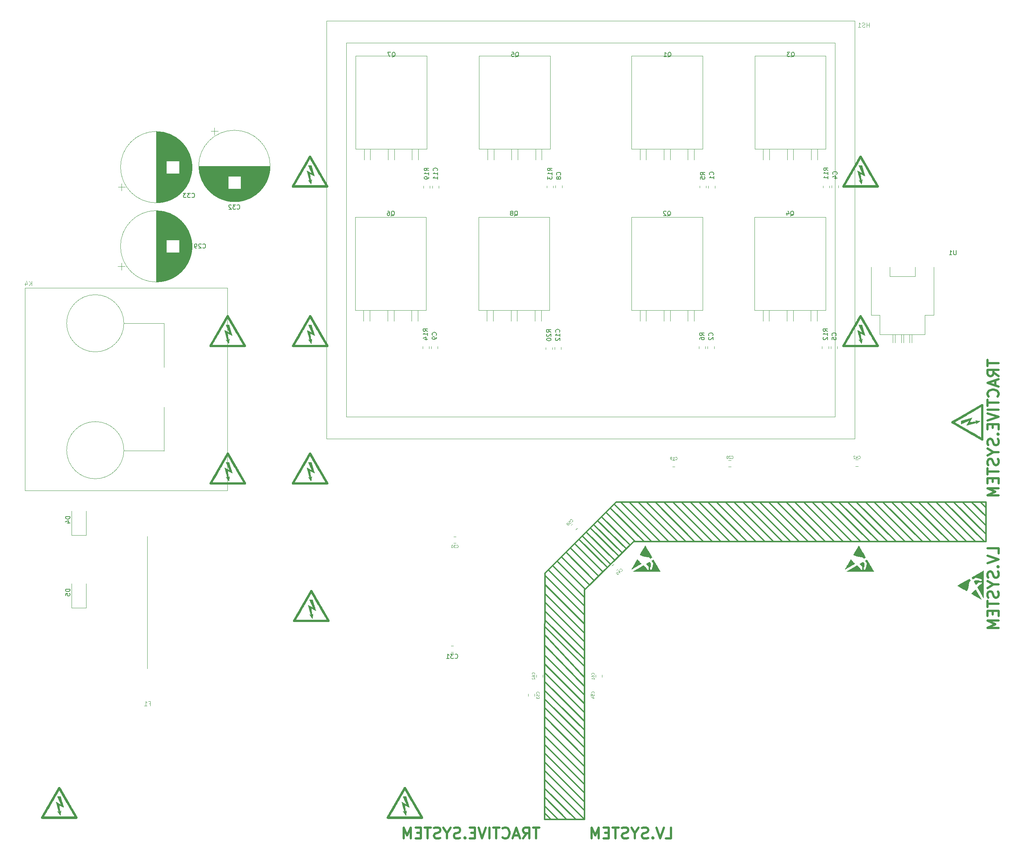
<source format=gbo>
%TF.GenerationSoftware,KiCad,Pcbnew,9.0.2*%
%TF.CreationDate,2026-01-04T16:23:37+07:00*%
%TF.ProjectId,Controller48V,436f6e74-726f-46c6-9c65-723438562e6b,rev?*%
%TF.SameCoordinates,Original*%
%TF.FileFunction,Legend,Bot*%
%TF.FilePolarity,Positive*%
%FSLAX46Y46*%
G04 Gerber Fmt 4.6, Leading zero omitted, Abs format (unit mm)*
G04 Created by KiCad (PCBNEW 9.0.2) date 2026-01-04 16:23:37*
%MOMM*%
%LPD*%
G01*
G04 APERTURE LIST*
%ADD10C,0.300000*%
%ADD11C,0.500000*%
%ADD12C,0.150000*%
%ADD13C,0.120000*%
%ADD14C,0.100000*%
%ADD15C,0.010000*%
G04 APERTURE END LIST*
D10*
X226345057Y-214307669D02*
X217378857Y-205341469D01*
X222306457Y-222282269D02*
X217378857Y-217341469D01*
X231500000Y-165000000D02*
X225065957Y-158654547D01*
X226323857Y-196028669D02*
X217323857Y-187028669D01*
X317500000Y-159165272D02*
X237500000Y-159149230D01*
X310984138Y-158984918D02*
X302158988Y-150157470D01*
X217302657Y-189421350D02*
X217380663Y-166319869D01*
X281072486Y-159119224D02*
X272104209Y-150148612D01*
X226409563Y-169889575D02*
X220128764Y-163608776D01*
X245476159Y-159111755D02*
X236507882Y-150141143D01*
X239846034Y-159185839D02*
X232184776Y-151505109D01*
X305000000Y-159097780D02*
X296062976Y-150144159D01*
X290987968Y-159002409D02*
X282141860Y-150153998D01*
X226345057Y-179944069D02*
X217378857Y-170977869D01*
X226290057Y-207994869D02*
X217323857Y-199028669D01*
X317500000Y-150148272D02*
X317500000Y-159165272D01*
X226345057Y-177820819D02*
X217378857Y-168854619D01*
X283090465Y-159126449D02*
X274122188Y-150155837D01*
X296940719Y-158992387D02*
X288083489Y-150142628D01*
X217302657Y-222333069D02*
X217302657Y-189421350D01*
X241576109Y-159150123D02*
X233106504Y-150678313D01*
X267286694Y-159137627D02*
X258318417Y-150167015D01*
X237779995Y-159100171D02*
X231237709Y-152556181D01*
X226319657Y-170079069D02*
X226319657Y-189421350D01*
X226323857Y-205994869D02*
X217357657Y-197028669D01*
X226345057Y-210307669D02*
X217378857Y-201341469D01*
X226340757Y-204011769D02*
X219357657Y-197028669D01*
X279116413Y-159145096D02*
X270148136Y-150174484D01*
X227442368Y-168925764D02*
X221095566Y-162594319D01*
X263290016Y-159121777D02*
X254321739Y-150151165D01*
X249397054Y-159155118D02*
X240428777Y-150184506D01*
X236576432Y-159818169D02*
X230228797Y-153557935D01*
X226319657Y-185908849D02*
X217378857Y-176977869D01*
X226319657Y-171810381D02*
X219134937Y-164615048D01*
X275119735Y-159129246D02*
X266151458Y-150158634D01*
X251353127Y-159129246D02*
X242384850Y-150158634D01*
X226345057Y-218307669D02*
X217378857Y-209341469D01*
X226340757Y-200011769D02*
X223357657Y-197028669D01*
X233557720Y-150132165D02*
X317500000Y-150148272D01*
X289071753Y-159118980D02*
X280103476Y-150148368D01*
X317459205Y-155430536D02*
X312190414Y-150160373D01*
X226319657Y-173783211D02*
X218127597Y-165603359D01*
X226311268Y-194004479D02*
X217336445Y-185052859D01*
X298958698Y-158999612D02*
X290136924Y-150175541D01*
X293005947Y-159009634D02*
X284101569Y-150141863D01*
X273163662Y-159155118D02*
X264195385Y-150184506D01*
X226298680Y-199980289D02*
X217323857Y-191028669D01*
X259323857Y-159126449D02*
X250355580Y-150155837D01*
X226345057Y-183944069D02*
X217378857Y-174977869D01*
X247494138Y-159118980D02*
X238525861Y-150148368D01*
X269242767Y-159111755D02*
X260274490Y-150141143D01*
X302922007Y-158984918D02*
X294108581Y-150169198D01*
X307046641Y-159099347D02*
X298094174Y-150144549D01*
X223272842Y-200959721D02*
X217336680Y-195023559D01*
X228466919Y-167946931D02*
X222146720Y-161610247D01*
X261333943Y-159147649D02*
X252365666Y-150177037D01*
X232302024Y-164270253D02*
X225892540Y-157949021D01*
X313157582Y-159147649D02*
X304157989Y-150145712D01*
X220325257Y-222282269D02*
X217378857Y-219341469D01*
X255349805Y-159145096D02*
X246381528Y-150174484D01*
X309028065Y-159010790D02*
X300177914Y-150158335D01*
X226319657Y-187549281D02*
X217328057Y-178537310D01*
X226345057Y-220307669D02*
X217378857Y-211341469D01*
X226345057Y-177944069D02*
X217378857Y-168977869D01*
X317500000Y-153429909D02*
X314252438Y-150181502D01*
X265307995Y-159129002D02*
X256339718Y-150158390D01*
X237508192Y-159149268D02*
X226387016Y-170079069D01*
X226345057Y-216307669D02*
X217378857Y-207341469D01*
X277137714Y-159136471D02*
X268169437Y-150165859D01*
X287053774Y-159111755D02*
X278085497Y-150141143D01*
X233150913Y-163312010D02*
X226741429Y-156990778D01*
X226340757Y-202011769D02*
X221357657Y-197028669D01*
X224287657Y-222256869D02*
X217378857Y-215341469D01*
X317069402Y-159036179D02*
X308140320Y-150146476D01*
X226345057Y-222307669D02*
X217378857Y-213341469D01*
X243520086Y-159137627D02*
X234551809Y-150167015D01*
X234049540Y-162389467D02*
X227655866Y-156083827D01*
X226345068Y-190028669D02*
X217315245Y-180298629D01*
X315102722Y-159093295D02*
X306194227Y-150182480D01*
X230483924Y-165997459D02*
X224134633Y-159621594D01*
X294984646Y-159018259D02*
X286120800Y-150152106D01*
X257305878Y-159119224D02*
X248337601Y-150148612D01*
X234851564Y-161659720D02*
X228442080Y-155338488D01*
X317500000Y-151410053D02*
X316270080Y-150179813D01*
X226311268Y-196004479D02*
X217336445Y-187052859D01*
X317500000Y-157491197D02*
X310168182Y-150157470D01*
X226319657Y-192080949D02*
X217315245Y-182647491D01*
X226319657Y-222333069D02*
X217302657Y-222333069D01*
X300965934Y-159010790D02*
X292156942Y-150199504D01*
X235700453Y-160701477D02*
X229290969Y-154380245D01*
X225261839Y-200943448D02*
X217332480Y-193077048D01*
X253371106Y-159136471D02*
X244402829Y-150165859D01*
X226345057Y-175820819D02*
X217378857Y-166854619D01*
X226345057Y-212307669D02*
X217378857Y-203341469D01*
X271260746Y-159118980D02*
X262292469Y-150148368D01*
X229559272Y-167049869D02*
X223091424Y-160554951D01*
X285097701Y-159137627D02*
X276129424Y-150167015D01*
X226319657Y-189421350D02*
X226319657Y-222333069D01*
X218698816Y-222333069D02*
X217409457Y-221042300D01*
X226323857Y-198028669D02*
X217323857Y-189028669D01*
X217370016Y-166319869D02*
X233557720Y-150132165D01*
X226345057Y-181944069D02*
X217378857Y-172977869D01*
D11*
X244828946Y-226630547D02*
X246019422Y-226630547D01*
X246019422Y-226630547D02*
X246019422Y-224130547D01*
X244352755Y-224130547D02*
X243519422Y-226630547D01*
X243519422Y-226630547D02*
X242686089Y-224130547D01*
X241852755Y-226392452D02*
X241733708Y-226511500D01*
X241733708Y-226511500D02*
X241852755Y-226630547D01*
X241852755Y-226630547D02*
X241971803Y-226511500D01*
X241971803Y-226511500D02*
X241852755Y-226392452D01*
X241852755Y-226392452D02*
X241852755Y-226630547D01*
X240781327Y-226511500D02*
X240424184Y-226630547D01*
X240424184Y-226630547D02*
X239828946Y-226630547D01*
X239828946Y-226630547D02*
X239590851Y-226511500D01*
X239590851Y-226511500D02*
X239471803Y-226392452D01*
X239471803Y-226392452D02*
X239352756Y-226154357D01*
X239352756Y-226154357D02*
X239352756Y-225916261D01*
X239352756Y-225916261D02*
X239471803Y-225678166D01*
X239471803Y-225678166D02*
X239590851Y-225559119D01*
X239590851Y-225559119D02*
X239828946Y-225440071D01*
X239828946Y-225440071D02*
X240305137Y-225321023D01*
X240305137Y-225321023D02*
X240543232Y-225201976D01*
X240543232Y-225201976D02*
X240662279Y-225082928D01*
X240662279Y-225082928D02*
X240781327Y-224844833D01*
X240781327Y-224844833D02*
X240781327Y-224606738D01*
X240781327Y-224606738D02*
X240662279Y-224368642D01*
X240662279Y-224368642D02*
X240543232Y-224249595D01*
X240543232Y-224249595D02*
X240305137Y-224130547D01*
X240305137Y-224130547D02*
X239709898Y-224130547D01*
X239709898Y-224130547D02*
X239352756Y-224249595D01*
X237805137Y-225440071D02*
X237805137Y-226630547D01*
X238638470Y-224130547D02*
X237805137Y-225440071D01*
X237805137Y-225440071D02*
X236971804Y-224130547D01*
X236257518Y-226511500D02*
X235900375Y-226630547D01*
X235900375Y-226630547D02*
X235305137Y-226630547D01*
X235305137Y-226630547D02*
X235067042Y-226511500D01*
X235067042Y-226511500D02*
X234947994Y-226392452D01*
X234947994Y-226392452D02*
X234828947Y-226154357D01*
X234828947Y-226154357D02*
X234828947Y-225916261D01*
X234828947Y-225916261D02*
X234947994Y-225678166D01*
X234947994Y-225678166D02*
X235067042Y-225559119D01*
X235067042Y-225559119D02*
X235305137Y-225440071D01*
X235305137Y-225440071D02*
X235781328Y-225321023D01*
X235781328Y-225321023D02*
X236019423Y-225201976D01*
X236019423Y-225201976D02*
X236138470Y-225082928D01*
X236138470Y-225082928D02*
X236257518Y-224844833D01*
X236257518Y-224844833D02*
X236257518Y-224606738D01*
X236257518Y-224606738D02*
X236138470Y-224368642D01*
X236138470Y-224368642D02*
X236019423Y-224249595D01*
X236019423Y-224249595D02*
X235781328Y-224130547D01*
X235781328Y-224130547D02*
X235186089Y-224130547D01*
X235186089Y-224130547D02*
X234828947Y-224249595D01*
X234114661Y-224130547D02*
X232686090Y-224130547D01*
X233400376Y-226630547D02*
X233400376Y-224130547D01*
X231852756Y-225321023D02*
X231019423Y-225321023D01*
X230662280Y-226630547D02*
X231852756Y-226630547D01*
X231852756Y-226630547D02*
X231852756Y-224130547D01*
X231852756Y-224130547D02*
X230662280Y-224130547D01*
X229590851Y-226630547D02*
X229590851Y-224130547D01*
X229590851Y-224130547D02*
X228757518Y-225916261D01*
X228757518Y-225916261D02*
X227924185Y-224130547D01*
X227924185Y-224130547D02*
X227924185Y-226630547D01*
X317880547Y-117839382D02*
X317880547Y-119267953D01*
X320380547Y-118553667D02*
X317880547Y-118553667D01*
X320380547Y-121529858D02*
X319190071Y-120696525D01*
X320380547Y-120101287D02*
X317880547Y-120101287D01*
X317880547Y-120101287D02*
X317880547Y-121053668D01*
X317880547Y-121053668D02*
X317999595Y-121291763D01*
X317999595Y-121291763D02*
X318118642Y-121410810D01*
X318118642Y-121410810D02*
X318356738Y-121529858D01*
X318356738Y-121529858D02*
X318713880Y-121529858D01*
X318713880Y-121529858D02*
X318951976Y-121410810D01*
X318951976Y-121410810D02*
X319071023Y-121291763D01*
X319071023Y-121291763D02*
X319190071Y-121053668D01*
X319190071Y-121053668D02*
X319190071Y-120101287D01*
X319666261Y-122482239D02*
X319666261Y-123672715D01*
X320380547Y-122244144D02*
X317880547Y-123077477D01*
X317880547Y-123077477D02*
X320380547Y-123910810D01*
X320142452Y-126172715D02*
X320261500Y-126053667D01*
X320261500Y-126053667D02*
X320380547Y-125696525D01*
X320380547Y-125696525D02*
X320380547Y-125458429D01*
X320380547Y-125458429D02*
X320261500Y-125101286D01*
X320261500Y-125101286D02*
X320023404Y-124863191D01*
X320023404Y-124863191D02*
X319785309Y-124744144D01*
X319785309Y-124744144D02*
X319309119Y-124625096D01*
X319309119Y-124625096D02*
X318951976Y-124625096D01*
X318951976Y-124625096D02*
X318475785Y-124744144D01*
X318475785Y-124744144D02*
X318237690Y-124863191D01*
X318237690Y-124863191D02*
X317999595Y-125101286D01*
X317999595Y-125101286D02*
X317880547Y-125458429D01*
X317880547Y-125458429D02*
X317880547Y-125696525D01*
X317880547Y-125696525D02*
X317999595Y-126053667D01*
X317999595Y-126053667D02*
X318118642Y-126172715D01*
X317880547Y-126887001D02*
X317880547Y-128315572D01*
X320380547Y-127601286D02*
X317880547Y-127601286D01*
X320380547Y-129148906D02*
X317880547Y-129148906D01*
X317880547Y-129982239D02*
X320380547Y-130815572D01*
X320380547Y-130815572D02*
X317880547Y-131648905D01*
X319071023Y-132482239D02*
X319071023Y-133315572D01*
X320380547Y-133672715D02*
X320380547Y-132482239D01*
X320380547Y-132482239D02*
X317880547Y-132482239D01*
X317880547Y-132482239D02*
X317880547Y-133672715D01*
X320142452Y-134744144D02*
X320261500Y-134863191D01*
X320261500Y-134863191D02*
X320380547Y-134744144D01*
X320380547Y-134744144D02*
X320261500Y-134625096D01*
X320261500Y-134625096D02*
X320142452Y-134744144D01*
X320142452Y-134744144D02*
X320380547Y-134744144D01*
X320261500Y-135815572D02*
X320380547Y-136172715D01*
X320380547Y-136172715D02*
X320380547Y-136767953D01*
X320380547Y-136767953D02*
X320261500Y-137006048D01*
X320261500Y-137006048D02*
X320142452Y-137125096D01*
X320142452Y-137125096D02*
X319904357Y-137244143D01*
X319904357Y-137244143D02*
X319666261Y-137244143D01*
X319666261Y-137244143D02*
X319428166Y-137125096D01*
X319428166Y-137125096D02*
X319309119Y-137006048D01*
X319309119Y-137006048D02*
X319190071Y-136767953D01*
X319190071Y-136767953D02*
X319071023Y-136291762D01*
X319071023Y-136291762D02*
X318951976Y-136053667D01*
X318951976Y-136053667D02*
X318832928Y-135934620D01*
X318832928Y-135934620D02*
X318594833Y-135815572D01*
X318594833Y-135815572D02*
X318356738Y-135815572D01*
X318356738Y-135815572D02*
X318118642Y-135934620D01*
X318118642Y-135934620D02*
X317999595Y-136053667D01*
X317999595Y-136053667D02*
X317880547Y-136291762D01*
X317880547Y-136291762D02*
X317880547Y-136887001D01*
X317880547Y-136887001D02*
X317999595Y-137244143D01*
X319190071Y-138791762D02*
X320380547Y-138791762D01*
X317880547Y-137958429D02*
X319190071Y-138791762D01*
X319190071Y-138791762D02*
X317880547Y-139625095D01*
X320261500Y-140339381D02*
X320380547Y-140696524D01*
X320380547Y-140696524D02*
X320380547Y-141291762D01*
X320380547Y-141291762D02*
X320261500Y-141529857D01*
X320261500Y-141529857D02*
X320142452Y-141648905D01*
X320142452Y-141648905D02*
X319904357Y-141767952D01*
X319904357Y-141767952D02*
X319666261Y-141767952D01*
X319666261Y-141767952D02*
X319428166Y-141648905D01*
X319428166Y-141648905D02*
X319309119Y-141529857D01*
X319309119Y-141529857D02*
X319190071Y-141291762D01*
X319190071Y-141291762D02*
X319071023Y-140815571D01*
X319071023Y-140815571D02*
X318951976Y-140577476D01*
X318951976Y-140577476D02*
X318832928Y-140458429D01*
X318832928Y-140458429D02*
X318594833Y-140339381D01*
X318594833Y-140339381D02*
X318356738Y-140339381D01*
X318356738Y-140339381D02*
X318118642Y-140458429D01*
X318118642Y-140458429D02*
X317999595Y-140577476D01*
X317999595Y-140577476D02*
X317880547Y-140815571D01*
X317880547Y-140815571D02*
X317880547Y-141410810D01*
X317880547Y-141410810D02*
X317999595Y-141767952D01*
X317880547Y-142482238D02*
X317880547Y-143910809D01*
X320380547Y-143196523D02*
X317880547Y-143196523D01*
X319071023Y-144744143D02*
X319071023Y-145577476D01*
X320380547Y-145934619D02*
X320380547Y-144744143D01*
X320380547Y-144744143D02*
X317880547Y-144744143D01*
X317880547Y-144744143D02*
X317880547Y-145934619D01*
X320380547Y-147006048D02*
X317880547Y-147006048D01*
X317880547Y-147006048D02*
X319666261Y-147839381D01*
X319666261Y-147839381D02*
X317880547Y-148672714D01*
X317880547Y-148672714D02*
X320380547Y-148672714D01*
X320380547Y-161893061D02*
X320380547Y-160702585D01*
X320380547Y-160702585D02*
X317880547Y-160702585D01*
X317880547Y-162369252D02*
X320380547Y-163202585D01*
X320380547Y-163202585D02*
X317880547Y-164035918D01*
X320142452Y-164869252D02*
X320261500Y-164988299D01*
X320261500Y-164988299D02*
X320380547Y-164869252D01*
X320380547Y-164869252D02*
X320261500Y-164750204D01*
X320261500Y-164750204D02*
X320142452Y-164869252D01*
X320142452Y-164869252D02*
X320380547Y-164869252D01*
X320261500Y-165940680D02*
X320380547Y-166297823D01*
X320380547Y-166297823D02*
X320380547Y-166893061D01*
X320380547Y-166893061D02*
X320261500Y-167131156D01*
X320261500Y-167131156D02*
X320142452Y-167250204D01*
X320142452Y-167250204D02*
X319904357Y-167369251D01*
X319904357Y-167369251D02*
X319666261Y-167369251D01*
X319666261Y-167369251D02*
X319428166Y-167250204D01*
X319428166Y-167250204D02*
X319309119Y-167131156D01*
X319309119Y-167131156D02*
X319190071Y-166893061D01*
X319190071Y-166893061D02*
X319071023Y-166416870D01*
X319071023Y-166416870D02*
X318951976Y-166178775D01*
X318951976Y-166178775D02*
X318832928Y-166059728D01*
X318832928Y-166059728D02*
X318594833Y-165940680D01*
X318594833Y-165940680D02*
X318356738Y-165940680D01*
X318356738Y-165940680D02*
X318118642Y-166059728D01*
X318118642Y-166059728D02*
X317999595Y-166178775D01*
X317999595Y-166178775D02*
X317880547Y-166416870D01*
X317880547Y-166416870D02*
X317880547Y-167012109D01*
X317880547Y-167012109D02*
X317999595Y-167369251D01*
X319190071Y-168916870D02*
X320380547Y-168916870D01*
X317880547Y-168083537D02*
X319190071Y-168916870D01*
X319190071Y-168916870D02*
X317880547Y-169750203D01*
X320261500Y-170464489D02*
X320380547Y-170821632D01*
X320380547Y-170821632D02*
X320380547Y-171416870D01*
X320380547Y-171416870D02*
X320261500Y-171654965D01*
X320261500Y-171654965D02*
X320142452Y-171774013D01*
X320142452Y-171774013D02*
X319904357Y-171893060D01*
X319904357Y-171893060D02*
X319666261Y-171893060D01*
X319666261Y-171893060D02*
X319428166Y-171774013D01*
X319428166Y-171774013D02*
X319309119Y-171654965D01*
X319309119Y-171654965D02*
X319190071Y-171416870D01*
X319190071Y-171416870D02*
X319071023Y-170940679D01*
X319071023Y-170940679D02*
X318951976Y-170702584D01*
X318951976Y-170702584D02*
X318832928Y-170583537D01*
X318832928Y-170583537D02*
X318594833Y-170464489D01*
X318594833Y-170464489D02*
X318356738Y-170464489D01*
X318356738Y-170464489D02*
X318118642Y-170583537D01*
X318118642Y-170583537D02*
X317999595Y-170702584D01*
X317999595Y-170702584D02*
X317880547Y-170940679D01*
X317880547Y-170940679D02*
X317880547Y-171535918D01*
X317880547Y-171535918D02*
X317999595Y-171893060D01*
X317880547Y-172607346D02*
X317880547Y-174035917D01*
X320380547Y-173321631D02*
X317880547Y-173321631D01*
X319071023Y-174869251D02*
X319071023Y-175702584D01*
X320380547Y-176059727D02*
X320380547Y-174869251D01*
X320380547Y-174869251D02*
X317880547Y-174869251D01*
X317880547Y-174869251D02*
X317880547Y-176059727D01*
X320380547Y-177131156D02*
X317880547Y-177131156D01*
X317880547Y-177131156D02*
X319666261Y-177964489D01*
X319666261Y-177964489D02*
X317880547Y-178797822D01*
X317880547Y-178797822D02*
X320380547Y-178797822D01*
X216070357Y-224130547D02*
X214641786Y-224130547D01*
X215356072Y-226630547D02*
X215356072Y-224130547D01*
X212379881Y-226630547D02*
X213213214Y-225440071D01*
X213808452Y-226630547D02*
X213808452Y-224130547D01*
X213808452Y-224130547D02*
X212856071Y-224130547D01*
X212856071Y-224130547D02*
X212617976Y-224249595D01*
X212617976Y-224249595D02*
X212498929Y-224368642D01*
X212498929Y-224368642D02*
X212379881Y-224606738D01*
X212379881Y-224606738D02*
X212379881Y-224963880D01*
X212379881Y-224963880D02*
X212498929Y-225201976D01*
X212498929Y-225201976D02*
X212617976Y-225321023D01*
X212617976Y-225321023D02*
X212856071Y-225440071D01*
X212856071Y-225440071D02*
X213808452Y-225440071D01*
X211427500Y-225916261D02*
X210237024Y-225916261D01*
X211665595Y-226630547D02*
X210832262Y-224130547D01*
X210832262Y-224130547D02*
X209998929Y-226630547D01*
X207737024Y-226392452D02*
X207856072Y-226511500D01*
X207856072Y-226511500D02*
X208213214Y-226630547D01*
X208213214Y-226630547D02*
X208451310Y-226630547D01*
X208451310Y-226630547D02*
X208808453Y-226511500D01*
X208808453Y-226511500D02*
X209046548Y-226273404D01*
X209046548Y-226273404D02*
X209165595Y-226035309D01*
X209165595Y-226035309D02*
X209284643Y-225559119D01*
X209284643Y-225559119D02*
X209284643Y-225201976D01*
X209284643Y-225201976D02*
X209165595Y-224725785D01*
X209165595Y-224725785D02*
X209046548Y-224487690D01*
X209046548Y-224487690D02*
X208808453Y-224249595D01*
X208808453Y-224249595D02*
X208451310Y-224130547D01*
X208451310Y-224130547D02*
X208213214Y-224130547D01*
X208213214Y-224130547D02*
X207856072Y-224249595D01*
X207856072Y-224249595D02*
X207737024Y-224368642D01*
X207022738Y-224130547D02*
X205594167Y-224130547D01*
X206308453Y-226630547D02*
X206308453Y-224130547D01*
X204760833Y-226630547D02*
X204760833Y-224130547D01*
X203927500Y-224130547D02*
X203094167Y-226630547D01*
X203094167Y-226630547D02*
X202260834Y-224130547D01*
X201427500Y-225321023D02*
X200594167Y-225321023D01*
X200237024Y-226630547D02*
X201427500Y-226630547D01*
X201427500Y-226630547D02*
X201427500Y-224130547D01*
X201427500Y-224130547D02*
X200237024Y-224130547D01*
X199165595Y-226392452D02*
X199046548Y-226511500D01*
X199046548Y-226511500D02*
X199165595Y-226630547D01*
X199165595Y-226630547D02*
X199284643Y-226511500D01*
X199284643Y-226511500D02*
X199165595Y-226392452D01*
X199165595Y-226392452D02*
X199165595Y-226630547D01*
X198094167Y-226511500D02*
X197737024Y-226630547D01*
X197737024Y-226630547D02*
X197141786Y-226630547D01*
X197141786Y-226630547D02*
X196903691Y-226511500D01*
X196903691Y-226511500D02*
X196784643Y-226392452D01*
X196784643Y-226392452D02*
X196665596Y-226154357D01*
X196665596Y-226154357D02*
X196665596Y-225916261D01*
X196665596Y-225916261D02*
X196784643Y-225678166D01*
X196784643Y-225678166D02*
X196903691Y-225559119D01*
X196903691Y-225559119D02*
X197141786Y-225440071D01*
X197141786Y-225440071D02*
X197617977Y-225321023D01*
X197617977Y-225321023D02*
X197856072Y-225201976D01*
X197856072Y-225201976D02*
X197975119Y-225082928D01*
X197975119Y-225082928D02*
X198094167Y-224844833D01*
X198094167Y-224844833D02*
X198094167Y-224606738D01*
X198094167Y-224606738D02*
X197975119Y-224368642D01*
X197975119Y-224368642D02*
X197856072Y-224249595D01*
X197856072Y-224249595D02*
X197617977Y-224130547D01*
X197617977Y-224130547D02*
X197022738Y-224130547D01*
X197022738Y-224130547D02*
X196665596Y-224249595D01*
X195117977Y-225440071D02*
X195117977Y-226630547D01*
X195951310Y-224130547D02*
X195117977Y-225440071D01*
X195117977Y-225440071D02*
X194284644Y-224130547D01*
X193570358Y-226511500D02*
X193213215Y-226630547D01*
X193213215Y-226630547D02*
X192617977Y-226630547D01*
X192617977Y-226630547D02*
X192379882Y-226511500D01*
X192379882Y-226511500D02*
X192260834Y-226392452D01*
X192260834Y-226392452D02*
X192141787Y-226154357D01*
X192141787Y-226154357D02*
X192141787Y-225916261D01*
X192141787Y-225916261D02*
X192260834Y-225678166D01*
X192260834Y-225678166D02*
X192379882Y-225559119D01*
X192379882Y-225559119D02*
X192617977Y-225440071D01*
X192617977Y-225440071D02*
X193094168Y-225321023D01*
X193094168Y-225321023D02*
X193332263Y-225201976D01*
X193332263Y-225201976D02*
X193451310Y-225082928D01*
X193451310Y-225082928D02*
X193570358Y-224844833D01*
X193570358Y-224844833D02*
X193570358Y-224606738D01*
X193570358Y-224606738D02*
X193451310Y-224368642D01*
X193451310Y-224368642D02*
X193332263Y-224249595D01*
X193332263Y-224249595D02*
X193094168Y-224130547D01*
X193094168Y-224130547D02*
X192498929Y-224130547D01*
X192498929Y-224130547D02*
X192141787Y-224249595D01*
X191427501Y-224130547D02*
X189998930Y-224130547D01*
X190713216Y-226630547D02*
X190713216Y-224130547D01*
X189165596Y-225321023D02*
X188332263Y-225321023D01*
X187975120Y-226630547D02*
X189165596Y-226630547D01*
X189165596Y-226630547D02*
X189165596Y-224130547D01*
X189165596Y-224130547D02*
X187975120Y-224130547D01*
X186903691Y-226630547D02*
X186903691Y-224130547D01*
X186903691Y-224130547D02*
X186070358Y-225916261D01*
X186070358Y-225916261D02*
X185237025Y-224130547D01*
X185237025Y-224130547D02*
X185237025Y-226630547D01*
D12*
X273264333Y-48993783D02*
X273359571Y-48946164D01*
X273359571Y-48946164D02*
X273454809Y-48850926D01*
X273454809Y-48850926D02*
X273597666Y-48708068D01*
X273597666Y-48708068D02*
X273692904Y-48660449D01*
X273692904Y-48660449D02*
X273788142Y-48660449D01*
X273740523Y-48898545D02*
X273835761Y-48850926D01*
X273835761Y-48850926D02*
X273930999Y-48755687D01*
X273930999Y-48755687D02*
X273978618Y-48565211D01*
X273978618Y-48565211D02*
X273978618Y-48231878D01*
X273978618Y-48231878D02*
X273930999Y-48041402D01*
X273930999Y-48041402D02*
X273835761Y-47946164D01*
X273835761Y-47946164D02*
X273740523Y-47898545D01*
X273740523Y-47898545D02*
X273550047Y-47898545D01*
X273550047Y-47898545D02*
X273454809Y-47946164D01*
X273454809Y-47946164D02*
X273359571Y-48041402D01*
X273359571Y-48041402D02*
X273311952Y-48231878D01*
X273311952Y-48231878D02*
X273311952Y-48565211D01*
X273311952Y-48565211D02*
X273359571Y-48755687D01*
X273359571Y-48755687D02*
X273454809Y-48850926D01*
X273454809Y-48850926D02*
X273550047Y-48898545D01*
X273550047Y-48898545D02*
X273740523Y-48898545D01*
X272978618Y-47898545D02*
X272359571Y-47898545D01*
X272359571Y-47898545D02*
X272692904Y-48279497D01*
X272692904Y-48279497D02*
X272550047Y-48279497D01*
X272550047Y-48279497D02*
X272454809Y-48327116D01*
X272454809Y-48327116D02*
X272407190Y-48374735D01*
X272407190Y-48374735D02*
X272359571Y-48469973D01*
X272359571Y-48469973D02*
X272359571Y-48708068D01*
X272359571Y-48708068D02*
X272407190Y-48803306D01*
X272407190Y-48803306D02*
X272454809Y-48850926D01*
X272454809Y-48850926D02*
X272550047Y-48898545D01*
X272550047Y-48898545D02*
X272835761Y-48898545D01*
X272835761Y-48898545D02*
X272930999Y-48850926D01*
X272930999Y-48850926D02*
X272978618Y-48803306D01*
X283426646Y-112333333D02*
X283474266Y-112285714D01*
X283474266Y-112285714D02*
X283521885Y-112142857D01*
X283521885Y-112142857D02*
X283521885Y-112047619D01*
X283521885Y-112047619D02*
X283474266Y-111904762D01*
X283474266Y-111904762D02*
X283379027Y-111809524D01*
X283379027Y-111809524D02*
X283283789Y-111761905D01*
X283283789Y-111761905D02*
X283093313Y-111714286D01*
X283093313Y-111714286D02*
X282950456Y-111714286D01*
X282950456Y-111714286D02*
X282759980Y-111761905D01*
X282759980Y-111761905D02*
X282664742Y-111809524D01*
X282664742Y-111809524D02*
X282569504Y-111904762D01*
X282569504Y-111904762D02*
X282521885Y-112047619D01*
X282521885Y-112047619D02*
X282521885Y-112142857D01*
X282521885Y-112142857D02*
X282569504Y-112285714D01*
X282569504Y-112285714D02*
X282617123Y-112333333D01*
X282521885Y-113238095D02*
X282521885Y-112761905D01*
X282521885Y-112761905D02*
X282998075Y-112714286D01*
X282998075Y-112714286D02*
X282950456Y-112761905D01*
X282950456Y-112761905D02*
X282902837Y-112857143D01*
X282902837Y-112857143D02*
X282902837Y-113095238D01*
X282902837Y-113095238D02*
X282950456Y-113190476D01*
X282950456Y-113190476D02*
X282998075Y-113238095D01*
X282998075Y-113238095D02*
X283093313Y-113285714D01*
X283093313Y-113285714D02*
X283331408Y-113285714D01*
X283331408Y-113285714D02*
X283426646Y-113238095D01*
X283426646Y-113238095D02*
X283474266Y-113190476D01*
X283474266Y-113190476D02*
X283521885Y-113095238D01*
X283521885Y-113095238D02*
X283521885Y-112857143D01*
X283521885Y-112857143D02*
X283474266Y-112761905D01*
X283474266Y-112761905D02*
X283426646Y-112714286D01*
D13*
X259697496Y-140214188D02*
X259726068Y-140242760D01*
X259726068Y-140242760D02*
X259811782Y-140271331D01*
X259811782Y-140271331D02*
X259868925Y-140271331D01*
X259868925Y-140271331D02*
X259954639Y-140242760D01*
X259954639Y-140242760D02*
X260011782Y-140185617D01*
X260011782Y-140185617D02*
X260040353Y-140128474D01*
X260040353Y-140128474D02*
X260068925Y-140014188D01*
X260068925Y-140014188D02*
X260068925Y-139928474D01*
X260068925Y-139928474D02*
X260040353Y-139814188D01*
X260040353Y-139814188D02*
X260011782Y-139757045D01*
X260011782Y-139757045D02*
X259954639Y-139699902D01*
X259954639Y-139699902D02*
X259868925Y-139671331D01*
X259868925Y-139671331D02*
X259811782Y-139671331D01*
X259811782Y-139671331D02*
X259726068Y-139699902D01*
X259726068Y-139699902D02*
X259697496Y-139728474D01*
X259468925Y-139728474D02*
X259440353Y-139699902D01*
X259440353Y-139699902D02*
X259383211Y-139671331D01*
X259383211Y-139671331D02*
X259240353Y-139671331D01*
X259240353Y-139671331D02*
X259183211Y-139699902D01*
X259183211Y-139699902D02*
X259154639Y-139728474D01*
X259154639Y-139728474D02*
X259126068Y-139785617D01*
X259126068Y-139785617D02*
X259126068Y-139842760D01*
X259126068Y-139842760D02*
X259154639Y-139928474D01*
X259154639Y-139928474D02*
X259497496Y-140271331D01*
X259497496Y-140271331D02*
X259126068Y-140271331D01*
X258754639Y-139671331D02*
X258697496Y-139671331D01*
X258697496Y-139671331D02*
X258640353Y-139699902D01*
X258640353Y-139699902D02*
X258611782Y-139728474D01*
X258611782Y-139728474D02*
X258583210Y-139785617D01*
X258583210Y-139785617D02*
X258554639Y-139899902D01*
X258554639Y-139899902D02*
X258554639Y-140042760D01*
X258554639Y-140042760D02*
X258583210Y-140157045D01*
X258583210Y-140157045D02*
X258611782Y-140214188D01*
X258611782Y-140214188D02*
X258640353Y-140242760D01*
X258640353Y-140242760D02*
X258697496Y-140271331D01*
X258697496Y-140271331D02*
X258754639Y-140271331D01*
X258754639Y-140271331D02*
X258811782Y-140242760D01*
X258811782Y-140242760D02*
X258840353Y-140214188D01*
X258840353Y-140214188D02*
X258868924Y-140157045D01*
X258868924Y-140157045D02*
X258897496Y-140042760D01*
X258897496Y-140042760D02*
X258897496Y-139899902D01*
X258897496Y-139899902D02*
X258868924Y-139785617D01*
X258868924Y-139785617D02*
X258840353Y-139728474D01*
X258840353Y-139728474D02*
X258811782Y-139699902D01*
X258811782Y-139699902D02*
X258754639Y-139671331D01*
D12*
X182614333Y-49008783D02*
X182709571Y-48961164D01*
X182709571Y-48961164D02*
X182804809Y-48865926D01*
X182804809Y-48865926D02*
X182947666Y-48723068D01*
X182947666Y-48723068D02*
X183042904Y-48675449D01*
X183042904Y-48675449D02*
X183138142Y-48675449D01*
X183090523Y-48913545D02*
X183185761Y-48865926D01*
X183185761Y-48865926D02*
X183280999Y-48770687D01*
X183280999Y-48770687D02*
X183328618Y-48580211D01*
X183328618Y-48580211D02*
X183328618Y-48246878D01*
X183328618Y-48246878D02*
X183280999Y-48056402D01*
X183280999Y-48056402D02*
X183185761Y-47961164D01*
X183185761Y-47961164D02*
X183090523Y-47913545D01*
X183090523Y-47913545D02*
X182900047Y-47913545D01*
X182900047Y-47913545D02*
X182804809Y-47961164D01*
X182804809Y-47961164D02*
X182709571Y-48056402D01*
X182709571Y-48056402D02*
X182661952Y-48246878D01*
X182661952Y-48246878D02*
X182661952Y-48580211D01*
X182661952Y-48580211D02*
X182709571Y-48770687D01*
X182709571Y-48770687D02*
X182804809Y-48865926D01*
X182804809Y-48865926D02*
X182900047Y-48913545D01*
X182900047Y-48913545D02*
X183090523Y-48913545D01*
X182328618Y-47913545D02*
X181661952Y-47913545D01*
X181661952Y-47913545D02*
X182090523Y-48913545D01*
X283602443Y-75653628D02*
X283650063Y-75606009D01*
X283650063Y-75606009D02*
X283697682Y-75463152D01*
X283697682Y-75463152D02*
X283697682Y-75367914D01*
X283697682Y-75367914D02*
X283650063Y-75225057D01*
X283650063Y-75225057D02*
X283554824Y-75129819D01*
X283554824Y-75129819D02*
X283459586Y-75082200D01*
X283459586Y-75082200D02*
X283269110Y-75034581D01*
X283269110Y-75034581D02*
X283126253Y-75034581D01*
X283126253Y-75034581D02*
X282935777Y-75082200D01*
X282935777Y-75082200D02*
X282840539Y-75129819D01*
X282840539Y-75129819D02*
X282745301Y-75225057D01*
X282745301Y-75225057D02*
X282697682Y-75367914D01*
X282697682Y-75367914D02*
X282697682Y-75463152D01*
X282697682Y-75463152D02*
X282745301Y-75606009D01*
X282745301Y-75606009D02*
X282792920Y-75653628D01*
X283031015Y-76510771D02*
X283697682Y-76510771D01*
X282650063Y-76272676D02*
X283364348Y-76034581D01*
X283364348Y-76034581D02*
X283364348Y-76653628D01*
X220859580Y-75833333D02*
X220907200Y-75785714D01*
X220907200Y-75785714D02*
X220954819Y-75642857D01*
X220954819Y-75642857D02*
X220954819Y-75547619D01*
X220954819Y-75547619D02*
X220907200Y-75404762D01*
X220907200Y-75404762D02*
X220811961Y-75309524D01*
X220811961Y-75309524D02*
X220716723Y-75261905D01*
X220716723Y-75261905D02*
X220526247Y-75214286D01*
X220526247Y-75214286D02*
X220383390Y-75214286D01*
X220383390Y-75214286D02*
X220192914Y-75261905D01*
X220192914Y-75261905D02*
X220097676Y-75309524D01*
X220097676Y-75309524D02*
X220002438Y-75404762D01*
X220002438Y-75404762D02*
X219954819Y-75547619D01*
X219954819Y-75547619D02*
X219954819Y-75642857D01*
X219954819Y-75642857D02*
X220002438Y-75785714D01*
X220002438Y-75785714D02*
X220050057Y-75833333D01*
X220383390Y-76404762D02*
X220335771Y-76309524D01*
X220335771Y-76309524D02*
X220288152Y-76261905D01*
X220288152Y-76261905D02*
X220192914Y-76214286D01*
X220192914Y-76214286D02*
X220145295Y-76214286D01*
X220145295Y-76214286D02*
X220050057Y-76261905D01*
X220050057Y-76261905D02*
X220002438Y-76309524D01*
X220002438Y-76309524D02*
X219954819Y-76404762D01*
X219954819Y-76404762D02*
X219954819Y-76595238D01*
X219954819Y-76595238D02*
X220002438Y-76690476D01*
X220002438Y-76690476D02*
X220050057Y-76738095D01*
X220050057Y-76738095D02*
X220145295Y-76785714D01*
X220145295Y-76785714D02*
X220192914Y-76785714D01*
X220192914Y-76785714D02*
X220288152Y-76738095D01*
X220288152Y-76738095D02*
X220335771Y-76690476D01*
X220335771Y-76690476D02*
X220383390Y-76595238D01*
X220383390Y-76595238D02*
X220383390Y-76404762D01*
X220383390Y-76404762D02*
X220431009Y-76309524D01*
X220431009Y-76309524D02*
X220478628Y-76261905D01*
X220478628Y-76261905D02*
X220573866Y-76214286D01*
X220573866Y-76214286D02*
X220764342Y-76214286D01*
X220764342Y-76214286D02*
X220859580Y-76261905D01*
X220859580Y-76261905D02*
X220907200Y-76309524D01*
X220907200Y-76309524D02*
X220954819Y-76404762D01*
X220954819Y-76404762D02*
X220954819Y-76595238D01*
X220954819Y-76595238D02*
X220907200Y-76690476D01*
X220907200Y-76690476D02*
X220859580Y-76738095D01*
X220859580Y-76738095D02*
X220764342Y-76785714D01*
X220764342Y-76785714D02*
X220573866Y-76785714D01*
X220573866Y-76785714D02*
X220478628Y-76738095D01*
X220478628Y-76738095D02*
X220431009Y-76690476D01*
X220431009Y-76690476D02*
X220383390Y-76595238D01*
X210658780Y-48992093D02*
X210754018Y-48944474D01*
X210754018Y-48944474D02*
X210849256Y-48849236D01*
X210849256Y-48849236D02*
X210992113Y-48706378D01*
X210992113Y-48706378D02*
X211087351Y-48658759D01*
X211087351Y-48658759D02*
X211182589Y-48658759D01*
X211134970Y-48896855D02*
X211230208Y-48849236D01*
X211230208Y-48849236D02*
X211325446Y-48753997D01*
X211325446Y-48753997D02*
X211373065Y-48563521D01*
X211373065Y-48563521D02*
X211373065Y-48230188D01*
X211373065Y-48230188D02*
X211325446Y-48039712D01*
X211325446Y-48039712D02*
X211230208Y-47944474D01*
X211230208Y-47944474D02*
X211134970Y-47896855D01*
X211134970Y-47896855D02*
X210944494Y-47896855D01*
X210944494Y-47896855D02*
X210849256Y-47944474D01*
X210849256Y-47944474D02*
X210754018Y-48039712D01*
X210754018Y-48039712D02*
X210706399Y-48230188D01*
X210706399Y-48230188D02*
X210706399Y-48563521D01*
X210706399Y-48563521D02*
X210754018Y-48753997D01*
X210754018Y-48753997D02*
X210849256Y-48849236D01*
X210849256Y-48849236D02*
X210944494Y-48896855D01*
X210944494Y-48896855D02*
X211134970Y-48896855D01*
X209801637Y-47896855D02*
X210277827Y-47896855D01*
X210277827Y-47896855D02*
X210325446Y-48373045D01*
X210325446Y-48373045D02*
X210277827Y-48325426D01*
X210277827Y-48325426D02*
X210182589Y-48277807D01*
X210182589Y-48277807D02*
X209944494Y-48277807D01*
X209944494Y-48277807D02*
X209849256Y-48325426D01*
X209849256Y-48325426D02*
X209801637Y-48373045D01*
X209801637Y-48373045D02*
X209754018Y-48468283D01*
X209754018Y-48468283D02*
X209754018Y-48706378D01*
X209754018Y-48706378D02*
X209801637Y-48801616D01*
X209801637Y-48801616D02*
X209849256Y-48849236D01*
X209849256Y-48849236D02*
X209944494Y-48896855D01*
X209944494Y-48896855D02*
X210182589Y-48896855D01*
X210182589Y-48896855D02*
X210277827Y-48849236D01*
X210277827Y-48849236D02*
X210325446Y-48801616D01*
X139642857Y-92359580D02*
X139690476Y-92407200D01*
X139690476Y-92407200D02*
X139833333Y-92454819D01*
X139833333Y-92454819D02*
X139928571Y-92454819D01*
X139928571Y-92454819D02*
X140071428Y-92407200D01*
X140071428Y-92407200D02*
X140166666Y-92311961D01*
X140166666Y-92311961D02*
X140214285Y-92216723D01*
X140214285Y-92216723D02*
X140261904Y-92026247D01*
X140261904Y-92026247D02*
X140261904Y-91883390D01*
X140261904Y-91883390D02*
X140214285Y-91692914D01*
X140214285Y-91692914D02*
X140166666Y-91597676D01*
X140166666Y-91597676D02*
X140071428Y-91502438D01*
X140071428Y-91502438D02*
X139928571Y-91454819D01*
X139928571Y-91454819D02*
X139833333Y-91454819D01*
X139833333Y-91454819D02*
X139690476Y-91502438D01*
X139690476Y-91502438D02*
X139642857Y-91550057D01*
X139261904Y-91550057D02*
X139214285Y-91502438D01*
X139214285Y-91502438D02*
X139119047Y-91454819D01*
X139119047Y-91454819D02*
X138880952Y-91454819D01*
X138880952Y-91454819D02*
X138785714Y-91502438D01*
X138785714Y-91502438D02*
X138738095Y-91550057D01*
X138738095Y-91550057D02*
X138690476Y-91645295D01*
X138690476Y-91645295D02*
X138690476Y-91740533D01*
X138690476Y-91740533D02*
X138738095Y-91883390D01*
X138738095Y-91883390D02*
X139309523Y-92454819D01*
X139309523Y-92454819D02*
X138690476Y-92454819D01*
X138214285Y-92454819D02*
X138023809Y-92454819D01*
X138023809Y-92454819D02*
X137928571Y-92407200D01*
X137928571Y-92407200D02*
X137880952Y-92359580D01*
X137880952Y-92359580D02*
X137785714Y-92216723D01*
X137785714Y-92216723D02*
X137738095Y-92026247D01*
X137738095Y-92026247D02*
X137738095Y-91645295D01*
X137738095Y-91645295D02*
X137785714Y-91550057D01*
X137785714Y-91550057D02*
X137833333Y-91502438D01*
X137833333Y-91502438D02*
X137928571Y-91454819D01*
X137928571Y-91454819D02*
X138119047Y-91454819D01*
X138119047Y-91454819D02*
X138214285Y-91502438D01*
X138214285Y-91502438D02*
X138261904Y-91550057D01*
X138261904Y-91550057D02*
X138309523Y-91645295D01*
X138309523Y-91645295D02*
X138309523Y-91883390D01*
X138309523Y-91883390D02*
X138261904Y-91978628D01*
X138261904Y-91978628D02*
X138214285Y-92026247D01*
X138214285Y-92026247D02*
X138119047Y-92073866D01*
X138119047Y-92073866D02*
X137928571Y-92073866D01*
X137928571Y-92073866D02*
X137833333Y-92026247D01*
X137833333Y-92026247D02*
X137785714Y-91978628D01*
X137785714Y-91978628D02*
X137738095Y-91883390D01*
D13*
X215964188Y-193677357D02*
X215992760Y-193648785D01*
X215992760Y-193648785D02*
X216021331Y-193563071D01*
X216021331Y-193563071D02*
X216021331Y-193505928D01*
X216021331Y-193505928D02*
X215992760Y-193420214D01*
X215992760Y-193420214D02*
X215935617Y-193363071D01*
X215935617Y-193363071D02*
X215878474Y-193334500D01*
X215878474Y-193334500D02*
X215764188Y-193305928D01*
X215764188Y-193305928D02*
X215678474Y-193305928D01*
X215678474Y-193305928D02*
X215564188Y-193334500D01*
X215564188Y-193334500D02*
X215507045Y-193363071D01*
X215507045Y-193363071D02*
X215449902Y-193420214D01*
X215449902Y-193420214D02*
X215421331Y-193505928D01*
X215421331Y-193505928D02*
X215421331Y-193563071D01*
X215421331Y-193563071D02*
X215449902Y-193648785D01*
X215449902Y-193648785D02*
X215478474Y-193677357D01*
X215421331Y-194220214D02*
X215421331Y-193934500D01*
X215421331Y-193934500D02*
X215707045Y-193905928D01*
X215707045Y-193905928D02*
X215678474Y-193934500D01*
X215678474Y-193934500D02*
X215649902Y-193991643D01*
X215649902Y-193991643D02*
X215649902Y-194134500D01*
X215649902Y-194134500D02*
X215678474Y-194191643D01*
X215678474Y-194191643D02*
X215707045Y-194220214D01*
X215707045Y-194220214D02*
X215764188Y-194248785D01*
X215764188Y-194248785D02*
X215907045Y-194248785D01*
X215907045Y-194248785D02*
X215964188Y-194220214D01*
X215964188Y-194220214D02*
X215992760Y-194191643D01*
X215992760Y-194191643D02*
X216021331Y-194134500D01*
X216021331Y-194134500D02*
X216021331Y-193991643D01*
X216021331Y-193991643D02*
X215992760Y-193934500D01*
X215992760Y-193934500D02*
X215964188Y-193905928D01*
X215421331Y-194448786D02*
X215421331Y-194820214D01*
X215421331Y-194820214D02*
X215649902Y-194620214D01*
X215649902Y-194620214D02*
X215649902Y-194705929D01*
X215649902Y-194705929D02*
X215678474Y-194763072D01*
X215678474Y-194763072D02*
X215707045Y-194791643D01*
X215707045Y-194791643D02*
X215764188Y-194820214D01*
X215764188Y-194820214D02*
X215907045Y-194820214D01*
X215907045Y-194820214D02*
X215964188Y-194791643D01*
X215964188Y-194791643D02*
X215992760Y-194763072D01*
X215992760Y-194763072D02*
X216021331Y-194705929D01*
X216021331Y-194705929D02*
X216021331Y-194534500D01*
X216021331Y-194534500D02*
X215992760Y-194477357D01*
X215992760Y-194477357D02*
X215964188Y-194448786D01*
D12*
X190690155Y-111354257D02*
X190213964Y-111020924D01*
X190690155Y-110782829D02*
X189690155Y-110782829D01*
X189690155Y-110782829D02*
X189690155Y-111163781D01*
X189690155Y-111163781D02*
X189737774Y-111259019D01*
X189737774Y-111259019D02*
X189785393Y-111306638D01*
X189785393Y-111306638D02*
X189880631Y-111354257D01*
X189880631Y-111354257D02*
X190023488Y-111354257D01*
X190023488Y-111354257D02*
X190118726Y-111306638D01*
X190118726Y-111306638D02*
X190166345Y-111259019D01*
X190166345Y-111259019D02*
X190213964Y-111163781D01*
X190213964Y-111163781D02*
X190213964Y-110782829D01*
X190690155Y-112306638D02*
X190690155Y-111735210D01*
X190690155Y-112020924D02*
X189690155Y-112020924D01*
X189690155Y-112020924D02*
X189833012Y-111925686D01*
X189833012Y-111925686D02*
X189928250Y-111830448D01*
X189928250Y-111830448D02*
X189975869Y-111735210D01*
X190023488Y-113163781D02*
X190690155Y-113163781D01*
X189642536Y-112925686D02*
X190356821Y-112687591D01*
X190356821Y-112687591D02*
X190356821Y-113306638D01*
X253646158Y-75830055D02*
X253169967Y-75496722D01*
X253646158Y-75258627D02*
X252646158Y-75258627D01*
X252646158Y-75258627D02*
X252646158Y-75639579D01*
X252646158Y-75639579D02*
X252693777Y-75734817D01*
X252693777Y-75734817D02*
X252741396Y-75782436D01*
X252741396Y-75782436D02*
X252836634Y-75830055D01*
X252836634Y-75830055D02*
X252979491Y-75830055D01*
X252979491Y-75830055D02*
X253074729Y-75782436D01*
X253074729Y-75782436D02*
X253122348Y-75734817D01*
X253122348Y-75734817D02*
X253169967Y-75639579D01*
X253169967Y-75639579D02*
X253169967Y-75258627D01*
X252646158Y-76734817D02*
X252646158Y-76258627D01*
X252646158Y-76258627D02*
X253122348Y-76211008D01*
X253122348Y-76211008D02*
X253074729Y-76258627D01*
X253074729Y-76258627D02*
X253027110Y-76353865D01*
X253027110Y-76353865D02*
X253027110Y-76591960D01*
X253027110Y-76591960D02*
X253074729Y-76687198D01*
X253074729Y-76687198D02*
X253122348Y-76734817D01*
X253122348Y-76734817D02*
X253217586Y-76782436D01*
X253217586Y-76782436D02*
X253455681Y-76782436D01*
X253455681Y-76782436D02*
X253550919Y-76734817D01*
X253550919Y-76734817D02*
X253598539Y-76687198D01*
X253598539Y-76687198D02*
X253646158Y-76591960D01*
X253646158Y-76591960D02*
X253646158Y-76353865D01*
X253646158Y-76353865D02*
X253598539Y-76258627D01*
X253598539Y-76258627D02*
X253550919Y-76211008D01*
X310761904Y-92954819D02*
X310761904Y-93764342D01*
X310761904Y-93764342D02*
X310714285Y-93859580D01*
X310714285Y-93859580D02*
X310666666Y-93907200D01*
X310666666Y-93907200D02*
X310571428Y-93954819D01*
X310571428Y-93954819D02*
X310380952Y-93954819D01*
X310380952Y-93954819D02*
X310285714Y-93907200D01*
X310285714Y-93907200D02*
X310238095Y-93859580D01*
X310238095Y-93859580D02*
X310190476Y-93764342D01*
X310190476Y-93764342D02*
X310190476Y-92954819D01*
X309190476Y-93954819D02*
X309761904Y-93954819D01*
X309476190Y-93954819D02*
X309476190Y-92954819D01*
X309476190Y-92954819D02*
X309571428Y-93097676D01*
X309571428Y-93097676D02*
X309666666Y-93192914D01*
X309666666Y-93192914D02*
X309761904Y-93240533D01*
X109454819Y-169961905D02*
X108454819Y-169961905D01*
X108454819Y-169961905D02*
X108454819Y-170200000D01*
X108454819Y-170200000D02*
X108502438Y-170342857D01*
X108502438Y-170342857D02*
X108597676Y-170438095D01*
X108597676Y-170438095D02*
X108692914Y-170485714D01*
X108692914Y-170485714D02*
X108883390Y-170533333D01*
X108883390Y-170533333D02*
X109026247Y-170533333D01*
X109026247Y-170533333D02*
X109216723Y-170485714D01*
X109216723Y-170485714D02*
X109311961Y-170438095D01*
X109311961Y-170438095D02*
X109407200Y-170342857D01*
X109407200Y-170342857D02*
X109454819Y-170200000D01*
X109454819Y-170200000D02*
X109454819Y-169961905D01*
X108454819Y-171438095D02*
X108454819Y-170961905D01*
X108454819Y-170961905D02*
X108931009Y-170914286D01*
X108931009Y-170914286D02*
X108883390Y-170961905D01*
X108883390Y-170961905D02*
X108835771Y-171057143D01*
X108835771Y-171057143D02*
X108835771Y-171295238D01*
X108835771Y-171295238D02*
X108883390Y-171390476D01*
X108883390Y-171390476D02*
X108931009Y-171438095D01*
X108931009Y-171438095D02*
X109026247Y-171485714D01*
X109026247Y-171485714D02*
X109264342Y-171485714D01*
X109264342Y-171485714D02*
X109359580Y-171438095D01*
X109359580Y-171438095D02*
X109407200Y-171390476D01*
X109407200Y-171390476D02*
X109454819Y-171295238D01*
X109454819Y-171295238D02*
X109454819Y-171057143D01*
X109454819Y-171057143D02*
X109407200Y-170961905D01*
X109407200Y-170961905D02*
X109359580Y-170914286D01*
D13*
X214964188Y-189293977D02*
X214992760Y-189265405D01*
X214992760Y-189265405D02*
X215021331Y-189179691D01*
X215021331Y-189179691D02*
X215021331Y-189122548D01*
X215021331Y-189122548D02*
X214992760Y-189036834D01*
X214992760Y-189036834D02*
X214935617Y-188979691D01*
X214935617Y-188979691D02*
X214878474Y-188951120D01*
X214878474Y-188951120D02*
X214764188Y-188922548D01*
X214764188Y-188922548D02*
X214678474Y-188922548D01*
X214678474Y-188922548D02*
X214564188Y-188951120D01*
X214564188Y-188951120D02*
X214507045Y-188979691D01*
X214507045Y-188979691D02*
X214449902Y-189036834D01*
X214449902Y-189036834D02*
X214421331Y-189122548D01*
X214421331Y-189122548D02*
X214421331Y-189179691D01*
X214421331Y-189179691D02*
X214449902Y-189265405D01*
X214449902Y-189265405D02*
X214478474Y-189293977D01*
X214421331Y-189808263D02*
X214421331Y-189693977D01*
X214421331Y-189693977D02*
X214449902Y-189636834D01*
X214449902Y-189636834D02*
X214478474Y-189608263D01*
X214478474Y-189608263D02*
X214564188Y-189551120D01*
X214564188Y-189551120D02*
X214678474Y-189522548D01*
X214678474Y-189522548D02*
X214907045Y-189522548D01*
X214907045Y-189522548D02*
X214964188Y-189551120D01*
X214964188Y-189551120D02*
X214992760Y-189579691D01*
X214992760Y-189579691D02*
X215021331Y-189636834D01*
X215021331Y-189636834D02*
X215021331Y-189751120D01*
X215021331Y-189751120D02*
X214992760Y-189808263D01*
X214992760Y-189808263D02*
X214964188Y-189836834D01*
X214964188Y-189836834D02*
X214907045Y-189865405D01*
X214907045Y-189865405D02*
X214764188Y-189865405D01*
X214764188Y-189865405D02*
X214707045Y-189836834D01*
X214707045Y-189836834D02*
X214678474Y-189808263D01*
X214678474Y-189808263D02*
X214649902Y-189751120D01*
X214649902Y-189751120D02*
X214649902Y-189636834D01*
X214649902Y-189636834D02*
X214678474Y-189579691D01*
X214678474Y-189579691D02*
X214707045Y-189551120D01*
X214707045Y-189551120D02*
X214764188Y-189522548D01*
X214478474Y-190093977D02*
X214449902Y-190122549D01*
X214449902Y-190122549D02*
X214421331Y-190179692D01*
X214421331Y-190179692D02*
X214421331Y-190322549D01*
X214421331Y-190322549D02*
X214449902Y-190379692D01*
X214449902Y-190379692D02*
X214478474Y-190408263D01*
X214478474Y-190408263D02*
X214535617Y-190436834D01*
X214535617Y-190436834D02*
X214592760Y-190436834D01*
X214592760Y-190436834D02*
X214678474Y-190408263D01*
X214678474Y-190408263D02*
X215021331Y-190065406D01*
X215021331Y-190065406D02*
X215021331Y-190436834D01*
D12*
X255594979Y-75745947D02*
X255642599Y-75698328D01*
X255642599Y-75698328D02*
X255690218Y-75555471D01*
X255690218Y-75555471D02*
X255690218Y-75460233D01*
X255690218Y-75460233D02*
X255642599Y-75317376D01*
X255642599Y-75317376D02*
X255547360Y-75222138D01*
X255547360Y-75222138D02*
X255452122Y-75174519D01*
X255452122Y-75174519D02*
X255261646Y-75126900D01*
X255261646Y-75126900D02*
X255118789Y-75126900D01*
X255118789Y-75126900D02*
X254928313Y-75174519D01*
X254928313Y-75174519D02*
X254833075Y-75222138D01*
X254833075Y-75222138D02*
X254737837Y-75317376D01*
X254737837Y-75317376D02*
X254690218Y-75460233D01*
X254690218Y-75460233D02*
X254690218Y-75555471D01*
X254690218Y-75555471D02*
X254737837Y-75698328D01*
X254737837Y-75698328D02*
X254785456Y-75745947D01*
X255690218Y-76698328D02*
X255690218Y-76126900D01*
X255690218Y-76412614D02*
X254690218Y-76412614D01*
X254690218Y-76412614D02*
X254833075Y-76317376D01*
X254833075Y-76317376D02*
X254928313Y-76222138D01*
X254928313Y-76222138D02*
X254975932Y-76126900D01*
X245264333Y-48993783D02*
X245359571Y-48946164D01*
X245359571Y-48946164D02*
X245454809Y-48850926D01*
X245454809Y-48850926D02*
X245597666Y-48708068D01*
X245597666Y-48708068D02*
X245692904Y-48660449D01*
X245692904Y-48660449D02*
X245788142Y-48660449D01*
X245740523Y-48898545D02*
X245835761Y-48850926D01*
X245835761Y-48850926D02*
X245930999Y-48755687D01*
X245930999Y-48755687D02*
X245978618Y-48565211D01*
X245978618Y-48565211D02*
X245978618Y-48231878D01*
X245978618Y-48231878D02*
X245930999Y-48041402D01*
X245930999Y-48041402D02*
X245835761Y-47946164D01*
X245835761Y-47946164D02*
X245740523Y-47898545D01*
X245740523Y-47898545D02*
X245550047Y-47898545D01*
X245550047Y-47898545D02*
X245454809Y-47946164D01*
X245454809Y-47946164D02*
X245359571Y-48041402D01*
X245359571Y-48041402D02*
X245311952Y-48231878D01*
X245311952Y-48231878D02*
X245311952Y-48565211D01*
X245311952Y-48565211D02*
X245359571Y-48755687D01*
X245359571Y-48755687D02*
X245454809Y-48850926D01*
X245454809Y-48850926D02*
X245550047Y-48898545D01*
X245550047Y-48898545D02*
X245740523Y-48898545D01*
X244359571Y-48898545D02*
X244930999Y-48898545D01*
X244645285Y-48898545D02*
X244645285Y-47898545D01*
X244645285Y-47898545D02*
X244740523Y-48041402D01*
X244740523Y-48041402D02*
X244835761Y-48136640D01*
X244835761Y-48136640D02*
X244930999Y-48184259D01*
D13*
X246970714Y-140464188D02*
X246999286Y-140492760D01*
X246999286Y-140492760D02*
X247085000Y-140521331D01*
X247085000Y-140521331D02*
X247142143Y-140521331D01*
X247142143Y-140521331D02*
X247227857Y-140492760D01*
X247227857Y-140492760D02*
X247285000Y-140435617D01*
X247285000Y-140435617D02*
X247313571Y-140378474D01*
X247313571Y-140378474D02*
X247342143Y-140264188D01*
X247342143Y-140264188D02*
X247342143Y-140178474D01*
X247342143Y-140178474D02*
X247313571Y-140064188D01*
X247313571Y-140064188D02*
X247285000Y-140007045D01*
X247285000Y-140007045D02*
X247227857Y-139949902D01*
X247227857Y-139949902D02*
X247142143Y-139921331D01*
X247142143Y-139921331D02*
X247085000Y-139921331D01*
X247085000Y-139921331D02*
X246999286Y-139949902D01*
X246999286Y-139949902D02*
X246970714Y-139978474D01*
X246399286Y-140521331D02*
X246742143Y-140521331D01*
X246570714Y-140521331D02*
X246570714Y-139921331D01*
X246570714Y-139921331D02*
X246627857Y-140007045D01*
X246627857Y-140007045D02*
X246685000Y-140064188D01*
X246685000Y-140064188D02*
X246742143Y-140092760D01*
X246113571Y-140521331D02*
X245999285Y-140521331D01*
X245999285Y-140521331D02*
X245942142Y-140492760D01*
X245942142Y-140492760D02*
X245913571Y-140464188D01*
X245913571Y-140464188D02*
X245856428Y-140378474D01*
X245856428Y-140378474D02*
X245827857Y-140264188D01*
X245827857Y-140264188D02*
X245827857Y-140035617D01*
X245827857Y-140035617D02*
X245856428Y-139978474D01*
X245856428Y-139978474D02*
X245885000Y-139949902D01*
X245885000Y-139949902D02*
X245942142Y-139921331D01*
X245942142Y-139921331D02*
X246056428Y-139921331D01*
X246056428Y-139921331D02*
X246113571Y-139949902D01*
X246113571Y-139949902D02*
X246142142Y-139978474D01*
X246142142Y-139978474D02*
X246170714Y-140035617D01*
X246170714Y-140035617D02*
X246170714Y-140178474D01*
X246170714Y-140178474D02*
X246142142Y-140235617D01*
X246142142Y-140235617D02*
X246113571Y-140264188D01*
X246113571Y-140264188D02*
X246056428Y-140292760D01*
X246056428Y-140292760D02*
X245942142Y-140292760D01*
X245942142Y-140292760D02*
X245885000Y-140264188D01*
X245885000Y-140264188D02*
X245856428Y-140235617D01*
X245856428Y-140235617D02*
X245827857Y-140178474D01*
D12*
X218723019Y-111569710D02*
X218246828Y-111236377D01*
X218723019Y-110998282D02*
X217723019Y-110998282D01*
X217723019Y-110998282D02*
X217723019Y-111379234D01*
X217723019Y-111379234D02*
X217770638Y-111474472D01*
X217770638Y-111474472D02*
X217818257Y-111522091D01*
X217818257Y-111522091D02*
X217913495Y-111569710D01*
X217913495Y-111569710D02*
X218056352Y-111569710D01*
X218056352Y-111569710D02*
X218151590Y-111522091D01*
X218151590Y-111522091D02*
X218199209Y-111474472D01*
X218199209Y-111474472D02*
X218246828Y-111379234D01*
X218246828Y-111379234D02*
X218246828Y-110998282D01*
X217818257Y-111950663D02*
X217770638Y-111998282D01*
X217770638Y-111998282D02*
X217723019Y-112093520D01*
X217723019Y-112093520D02*
X217723019Y-112331615D01*
X217723019Y-112331615D02*
X217770638Y-112426853D01*
X217770638Y-112426853D02*
X217818257Y-112474472D01*
X217818257Y-112474472D02*
X217913495Y-112522091D01*
X217913495Y-112522091D02*
X218008733Y-112522091D01*
X218008733Y-112522091D02*
X218151590Y-112474472D01*
X218151590Y-112474472D02*
X218723019Y-111903044D01*
X218723019Y-111903044D02*
X218723019Y-112522091D01*
X217723019Y-113141139D02*
X217723019Y-113236377D01*
X217723019Y-113236377D02*
X217770638Y-113331615D01*
X217770638Y-113331615D02*
X217818257Y-113379234D01*
X217818257Y-113379234D02*
X217913495Y-113426853D01*
X217913495Y-113426853D02*
X218103971Y-113474472D01*
X218103971Y-113474472D02*
X218342066Y-113474472D01*
X218342066Y-113474472D02*
X218532542Y-113426853D01*
X218532542Y-113426853D02*
X218627780Y-113379234D01*
X218627780Y-113379234D02*
X218675400Y-113331615D01*
X218675400Y-113331615D02*
X218723019Y-113236377D01*
X218723019Y-113236377D02*
X218723019Y-113141139D01*
X218723019Y-113141139D02*
X218675400Y-113045901D01*
X218675400Y-113045901D02*
X218627780Y-112998282D01*
X218627780Y-112998282D02*
X218532542Y-112950663D01*
X218532542Y-112950663D02*
X218342066Y-112903044D01*
X218342066Y-112903044D02*
X218103971Y-112903044D01*
X218103971Y-112903044D02*
X217913495Y-112950663D01*
X217913495Y-112950663D02*
X217818257Y-112998282D01*
X217818257Y-112998282D02*
X217770638Y-113045901D01*
X217770638Y-113045901D02*
X217723019Y-113141139D01*
D13*
X223424195Y-154628712D02*
X223464601Y-154628712D01*
X223464601Y-154628712D02*
X223545413Y-154588306D01*
X223545413Y-154588306D02*
X223585820Y-154547900D01*
X223585820Y-154547900D02*
X223626226Y-154467088D01*
X223626226Y-154467088D02*
X223626226Y-154386276D01*
X223626226Y-154386276D02*
X223606023Y-154325666D01*
X223606023Y-154325666D02*
X223545413Y-154224651D01*
X223545413Y-154224651D02*
X223484804Y-154164042D01*
X223484804Y-154164042D02*
X223383789Y-154103433D01*
X223383789Y-154103433D02*
X223323180Y-154083230D01*
X223323180Y-154083230D02*
X223242368Y-154083230D01*
X223242368Y-154083230D02*
X223161556Y-154123636D01*
X223161556Y-154123636D02*
X223121149Y-154164042D01*
X223121149Y-154164042D02*
X223080743Y-154244854D01*
X223080743Y-154244854D02*
X223080743Y-154285260D01*
X222656479Y-154628712D02*
X222858510Y-154426682D01*
X222858510Y-154426682D02*
X223080743Y-154608509D01*
X223080743Y-154608509D02*
X223040337Y-154608509D01*
X223040337Y-154608509D02*
X222979728Y-154628712D01*
X222979728Y-154628712D02*
X222878713Y-154729727D01*
X222878713Y-154729727D02*
X222858510Y-154790337D01*
X222858510Y-154790337D02*
X222858510Y-154830743D01*
X222858510Y-154830743D02*
X222878713Y-154891352D01*
X222878713Y-154891352D02*
X222979728Y-154992367D01*
X222979728Y-154992367D02*
X223040337Y-155012570D01*
X223040337Y-155012570D02*
X223080743Y-155012570D01*
X223080743Y-155012570D02*
X223141352Y-154992367D01*
X223141352Y-154992367D02*
X223242368Y-154891352D01*
X223242368Y-154891352D02*
X223262571Y-154830743D01*
X223262571Y-154830743D02*
X223262571Y-154790337D01*
X222373636Y-154911555D02*
X222333230Y-154951961D01*
X222333230Y-154951961D02*
X222313027Y-155012570D01*
X222313027Y-155012570D02*
X222313027Y-155052977D01*
X222313027Y-155052977D02*
X222333230Y-155113586D01*
X222333230Y-155113586D02*
X222393839Y-155214601D01*
X222393839Y-155214601D02*
X222494855Y-155315616D01*
X222494855Y-155315616D02*
X222595870Y-155376225D01*
X222595870Y-155376225D02*
X222656479Y-155396428D01*
X222656479Y-155396428D02*
X222696885Y-155396428D01*
X222696885Y-155396428D02*
X222757494Y-155376225D01*
X222757494Y-155376225D02*
X222797900Y-155335819D01*
X222797900Y-155335819D02*
X222818103Y-155275210D01*
X222818103Y-155275210D02*
X222818103Y-155234804D01*
X222818103Y-155234804D02*
X222797900Y-155174195D01*
X222797900Y-155174195D02*
X222737291Y-155073180D01*
X222737291Y-155073180D02*
X222636276Y-154972164D01*
X222636276Y-154972164D02*
X222535261Y-154911555D01*
X222535261Y-154911555D02*
X222474651Y-154891352D01*
X222474651Y-154891352D02*
X222434245Y-154891352D01*
X222434245Y-154891352D02*
X222373636Y-154911555D01*
D12*
X220637773Y-111533961D02*
X220685393Y-111486342D01*
X220685393Y-111486342D02*
X220733012Y-111343485D01*
X220733012Y-111343485D02*
X220733012Y-111248247D01*
X220733012Y-111248247D02*
X220685393Y-111105390D01*
X220685393Y-111105390D02*
X220590154Y-111010152D01*
X220590154Y-111010152D02*
X220494916Y-110962533D01*
X220494916Y-110962533D02*
X220304440Y-110914914D01*
X220304440Y-110914914D02*
X220161583Y-110914914D01*
X220161583Y-110914914D02*
X219971107Y-110962533D01*
X219971107Y-110962533D02*
X219875869Y-111010152D01*
X219875869Y-111010152D02*
X219780631Y-111105390D01*
X219780631Y-111105390D02*
X219733012Y-111248247D01*
X219733012Y-111248247D02*
X219733012Y-111343485D01*
X219733012Y-111343485D02*
X219780631Y-111486342D01*
X219780631Y-111486342D02*
X219828250Y-111533961D01*
X220733012Y-112486342D02*
X220733012Y-111914914D01*
X220733012Y-112200628D02*
X219733012Y-112200628D01*
X219733012Y-112200628D02*
X219875869Y-112105390D01*
X219875869Y-112105390D02*
X219971107Y-112010152D01*
X219971107Y-112010152D02*
X220018726Y-111914914D01*
X219828250Y-112867295D02*
X219780631Y-112914914D01*
X219780631Y-112914914D02*
X219733012Y-113010152D01*
X219733012Y-113010152D02*
X219733012Y-113248247D01*
X219733012Y-113248247D02*
X219780631Y-113343485D01*
X219780631Y-113343485D02*
X219828250Y-113391104D01*
X219828250Y-113391104D02*
X219923488Y-113438723D01*
X219923488Y-113438723D02*
X220018726Y-113438723D01*
X220018726Y-113438723D02*
X220161583Y-113391104D01*
X220161583Y-113391104D02*
X220733012Y-112819676D01*
X220733012Y-112819676D02*
X220733012Y-113438723D01*
D13*
X197235714Y-160464188D02*
X197264286Y-160492760D01*
X197264286Y-160492760D02*
X197350000Y-160521331D01*
X197350000Y-160521331D02*
X197407143Y-160521331D01*
X197407143Y-160521331D02*
X197492857Y-160492760D01*
X197492857Y-160492760D02*
X197550000Y-160435617D01*
X197550000Y-160435617D02*
X197578571Y-160378474D01*
X197578571Y-160378474D02*
X197607143Y-160264188D01*
X197607143Y-160264188D02*
X197607143Y-160178474D01*
X197607143Y-160178474D02*
X197578571Y-160064188D01*
X197578571Y-160064188D02*
X197550000Y-160007045D01*
X197550000Y-160007045D02*
X197492857Y-159949902D01*
X197492857Y-159949902D02*
X197407143Y-159921331D01*
X197407143Y-159921331D02*
X197350000Y-159921331D01*
X197350000Y-159921331D02*
X197264286Y-159949902D01*
X197264286Y-159949902D02*
X197235714Y-159978474D01*
X197035714Y-159921331D02*
X196664286Y-159921331D01*
X196664286Y-159921331D02*
X196864286Y-160149902D01*
X196864286Y-160149902D02*
X196778571Y-160149902D01*
X196778571Y-160149902D02*
X196721429Y-160178474D01*
X196721429Y-160178474D02*
X196692857Y-160207045D01*
X196692857Y-160207045D02*
X196664286Y-160264188D01*
X196664286Y-160264188D02*
X196664286Y-160407045D01*
X196664286Y-160407045D02*
X196692857Y-160464188D01*
X196692857Y-160464188D02*
X196721429Y-160492760D01*
X196721429Y-160492760D02*
X196778571Y-160521331D01*
X196778571Y-160521331D02*
X196950000Y-160521331D01*
X196950000Y-160521331D02*
X197007143Y-160492760D01*
X197007143Y-160492760D02*
X197035714Y-160464188D01*
X196292857Y-159921331D02*
X196235714Y-159921331D01*
X196235714Y-159921331D02*
X196178571Y-159949902D01*
X196178571Y-159949902D02*
X196150000Y-159978474D01*
X196150000Y-159978474D02*
X196121428Y-160035617D01*
X196121428Y-160035617D02*
X196092857Y-160149902D01*
X196092857Y-160149902D02*
X196092857Y-160292760D01*
X196092857Y-160292760D02*
X196121428Y-160407045D01*
X196121428Y-160407045D02*
X196150000Y-160464188D01*
X196150000Y-160464188D02*
X196178571Y-160492760D01*
X196178571Y-160492760D02*
X196235714Y-160521331D01*
X196235714Y-160521331D02*
X196292857Y-160521331D01*
X196292857Y-160521331D02*
X196350000Y-160492760D01*
X196350000Y-160492760D02*
X196378571Y-160464188D01*
X196378571Y-160464188D02*
X196407142Y-160407045D01*
X196407142Y-160407045D02*
X196435714Y-160292760D01*
X196435714Y-160292760D02*
X196435714Y-160149902D01*
X196435714Y-160149902D02*
X196407142Y-160035617D01*
X196407142Y-160035617D02*
X196378571Y-159978474D01*
X196378571Y-159978474D02*
X196350000Y-159949902D01*
X196350000Y-159949902D02*
X196292857Y-159921331D01*
D12*
X218954819Y-74857142D02*
X218478628Y-74523809D01*
X218954819Y-74285714D02*
X217954819Y-74285714D01*
X217954819Y-74285714D02*
X217954819Y-74666666D01*
X217954819Y-74666666D02*
X218002438Y-74761904D01*
X218002438Y-74761904D02*
X218050057Y-74809523D01*
X218050057Y-74809523D02*
X218145295Y-74857142D01*
X218145295Y-74857142D02*
X218288152Y-74857142D01*
X218288152Y-74857142D02*
X218383390Y-74809523D01*
X218383390Y-74809523D02*
X218431009Y-74761904D01*
X218431009Y-74761904D02*
X218478628Y-74666666D01*
X218478628Y-74666666D02*
X218478628Y-74285714D01*
X218954819Y-75809523D02*
X218954819Y-75238095D01*
X218954819Y-75523809D02*
X217954819Y-75523809D01*
X217954819Y-75523809D02*
X218097676Y-75428571D01*
X218097676Y-75428571D02*
X218192914Y-75333333D01*
X218192914Y-75333333D02*
X218240533Y-75238095D01*
X217954819Y-76142857D02*
X217954819Y-76761904D01*
X217954819Y-76761904D02*
X218335771Y-76428571D01*
X218335771Y-76428571D02*
X218335771Y-76571428D01*
X218335771Y-76571428D02*
X218383390Y-76666666D01*
X218383390Y-76666666D02*
X218431009Y-76714285D01*
X218431009Y-76714285D02*
X218526247Y-76761904D01*
X218526247Y-76761904D02*
X218764342Y-76761904D01*
X218764342Y-76761904D02*
X218859580Y-76714285D01*
X218859580Y-76714285D02*
X218907200Y-76666666D01*
X218907200Y-76666666D02*
X218954819Y-76571428D01*
X218954819Y-76571428D02*
X218954819Y-76285714D01*
X218954819Y-76285714D02*
X218907200Y-76190476D01*
X218907200Y-76190476D02*
X218859580Y-76142857D01*
X192859580Y-74857142D02*
X192907200Y-74809523D01*
X192907200Y-74809523D02*
X192954819Y-74666666D01*
X192954819Y-74666666D02*
X192954819Y-74571428D01*
X192954819Y-74571428D02*
X192907200Y-74428571D01*
X192907200Y-74428571D02*
X192811961Y-74333333D01*
X192811961Y-74333333D02*
X192716723Y-74285714D01*
X192716723Y-74285714D02*
X192526247Y-74238095D01*
X192526247Y-74238095D02*
X192383390Y-74238095D01*
X192383390Y-74238095D02*
X192192914Y-74285714D01*
X192192914Y-74285714D02*
X192097676Y-74333333D01*
X192097676Y-74333333D02*
X192002438Y-74428571D01*
X192002438Y-74428571D02*
X191954819Y-74571428D01*
X191954819Y-74571428D02*
X191954819Y-74666666D01*
X191954819Y-74666666D02*
X192002438Y-74809523D01*
X192002438Y-74809523D02*
X192050057Y-74857142D01*
X192954819Y-75809523D02*
X192954819Y-75238095D01*
X192954819Y-75523809D02*
X191954819Y-75523809D01*
X191954819Y-75523809D02*
X192097676Y-75428571D01*
X192097676Y-75428571D02*
X192192914Y-75333333D01*
X192192914Y-75333333D02*
X192240533Y-75238095D01*
X192954819Y-76761904D02*
X192954819Y-76190476D01*
X192954819Y-76476190D02*
X191954819Y-76476190D01*
X191954819Y-76476190D02*
X192097676Y-76380952D01*
X192097676Y-76380952D02*
X192192914Y-76285714D01*
X192192914Y-76285714D02*
X192240533Y-76190476D01*
X182419095Y-85123726D02*
X182514333Y-85076107D01*
X182514333Y-85076107D02*
X182609571Y-84980869D01*
X182609571Y-84980869D02*
X182752428Y-84838011D01*
X182752428Y-84838011D02*
X182847666Y-84790392D01*
X182847666Y-84790392D02*
X182942904Y-84790392D01*
X182895285Y-85028488D02*
X182990523Y-84980869D01*
X182990523Y-84980869D02*
X183085761Y-84885630D01*
X183085761Y-84885630D02*
X183133380Y-84695154D01*
X183133380Y-84695154D02*
X183133380Y-84361821D01*
X183133380Y-84361821D02*
X183085761Y-84171345D01*
X183085761Y-84171345D02*
X182990523Y-84076107D01*
X182990523Y-84076107D02*
X182895285Y-84028488D01*
X182895285Y-84028488D02*
X182704809Y-84028488D01*
X182704809Y-84028488D02*
X182609571Y-84076107D01*
X182609571Y-84076107D02*
X182514333Y-84171345D01*
X182514333Y-84171345D02*
X182466714Y-84361821D01*
X182466714Y-84361821D02*
X182466714Y-84695154D01*
X182466714Y-84695154D02*
X182514333Y-84885630D01*
X182514333Y-84885630D02*
X182609571Y-84980869D01*
X182609571Y-84980869D02*
X182704809Y-85028488D01*
X182704809Y-85028488D02*
X182895285Y-85028488D01*
X181609571Y-84028488D02*
X181800047Y-84028488D01*
X181800047Y-84028488D02*
X181895285Y-84076107D01*
X181895285Y-84076107D02*
X181942904Y-84123726D01*
X181942904Y-84123726D02*
X182038142Y-84266583D01*
X182038142Y-84266583D02*
X182085761Y-84457059D01*
X182085761Y-84457059D02*
X182085761Y-84838011D01*
X182085761Y-84838011D02*
X182038142Y-84933249D01*
X182038142Y-84933249D02*
X181990523Y-84980869D01*
X181990523Y-84980869D02*
X181895285Y-85028488D01*
X181895285Y-85028488D02*
X181704809Y-85028488D01*
X181704809Y-85028488D02*
X181609571Y-84980869D01*
X181609571Y-84980869D02*
X181561952Y-84933249D01*
X181561952Y-84933249D02*
X181514333Y-84838011D01*
X181514333Y-84838011D02*
X181514333Y-84599916D01*
X181514333Y-84599916D02*
X181561952Y-84504678D01*
X181561952Y-84504678D02*
X181609571Y-84457059D01*
X181609571Y-84457059D02*
X181704809Y-84409440D01*
X181704809Y-84409440D02*
X181895285Y-84409440D01*
X181895285Y-84409440D02*
X181990523Y-84457059D01*
X181990523Y-84457059D02*
X182038142Y-84504678D01*
X182038142Y-84504678D02*
X182085761Y-84599916D01*
X137142857Y-80859580D02*
X137190476Y-80907200D01*
X137190476Y-80907200D02*
X137333333Y-80954819D01*
X137333333Y-80954819D02*
X137428571Y-80954819D01*
X137428571Y-80954819D02*
X137571428Y-80907200D01*
X137571428Y-80907200D02*
X137666666Y-80811961D01*
X137666666Y-80811961D02*
X137714285Y-80716723D01*
X137714285Y-80716723D02*
X137761904Y-80526247D01*
X137761904Y-80526247D02*
X137761904Y-80383390D01*
X137761904Y-80383390D02*
X137714285Y-80192914D01*
X137714285Y-80192914D02*
X137666666Y-80097676D01*
X137666666Y-80097676D02*
X137571428Y-80002438D01*
X137571428Y-80002438D02*
X137428571Y-79954819D01*
X137428571Y-79954819D02*
X137333333Y-79954819D01*
X137333333Y-79954819D02*
X137190476Y-80002438D01*
X137190476Y-80002438D02*
X137142857Y-80050057D01*
X136809523Y-79954819D02*
X136190476Y-79954819D01*
X136190476Y-79954819D02*
X136523809Y-80335771D01*
X136523809Y-80335771D02*
X136380952Y-80335771D01*
X136380952Y-80335771D02*
X136285714Y-80383390D01*
X136285714Y-80383390D02*
X136238095Y-80431009D01*
X136238095Y-80431009D02*
X136190476Y-80526247D01*
X136190476Y-80526247D02*
X136190476Y-80764342D01*
X136190476Y-80764342D02*
X136238095Y-80859580D01*
X136238095Y-80859580D02*
X136285714Y-80907200D01*
X136285714Y-80907200D02*
X136380952Y-80954819D01*
X136380952Y-80954819D02*
X136666666Y-80954819D01*
X136666666Y-80954819D02*
X136761904Y-80907200D01*
X136761904Y-80907200D02*
X136809523Y-80859580D01*
X135857142Y-79954819D02*
X135238095Y-79954819D01*
X135238095Y-79954819D02*
X135571428Y-80335771D01*
X135571428Y-80335771D02*
X135428571Y-80335771D01*
X135428571Y-80335771D02*
X135333333Y-80383390D01*
X135333333Y-80383390D02*
X135285714Y-80431009D01*
X135285714Y-80431009D02*
X135238095Y-80526247D01*
X135238095Y-80526247D02*
X135238095Y-80764342D01*
X135238095Y-80764342D02*
X135285714Y-80859580D01*
X135285714Y-80859580D02*
X135333333Y-80907200D01*
X135333333Y-80907200D02*
X135428571Y-80954819D01*
X135428571Y-80954819D02*
X135714285Y-80954819D01*
X135714285Y-80954819D02*
X135809523Y-80907200D01*
X135809523Y-80907200D02*
X135857142Y-80859580D01*
D13*
X228464188Y-189364285D02*
X228492760Y-189335713D01*
X228492760Y-189335713D02*
X228521331Y-189249999D01*
X228521331Y-189249999D02*
X228521331Y-189192856D01*
X228521331Y-189192856D02*
X228492760Y-189107142D01*
X228492760Y-189107142D02*
X228435617Y-189049999D01*
X228435617Y-189049999D02*
X228378474Y-189021428D01*
X228378474Y-189021428D02*
X228264188Y-188992856D01*
X228264188Y-188992856D02*
X228178474Y-188992856D01*
X228178474Y-188992856D02*
X228064188Y-189021428D01*
X228064188Y-189021428D02*
X228007045Y-189049999D01*
X228007045Y-189049999D02*
X227949902Y-189107142D01*
X227949902Y-189107142D02*
X227921331Y-189192856D01*
X227921331Y-189192856D02*
X227921331Y-189249999D01*
X227921331Y-189249999D02*
X227949902Y-189335713D01*
X227949902Y-189335713D02*
X227978474Y-189364285D01*
X227921331Y-189878571D02*
X227921331Y-189764285D01*
X227921331Y-189764285D02*
X227949902Y-189707142D01*
X227949902Y-189707142D02*
X227978474Y-189678571D01*
X227978474Y-189678571D02*
X228064188Y-189621428D01*
X228064188Y-189621428D02*
X228178474Y-189592856D01*
X228178474Y-189592856D02*
X228407045Y-189592856D01*
X228407045Y-189592856D02*
X228464188Y-189621428D01*
X228464188Y-189621428D02*
X228492760Y-189649999D01*
X228492760Y-189649999D02*
X228521331Y-189707142D01*
X228521331Y-189707142D02*
X228521331Y-189821428D01*
X228521331Y-189821428D02*
X228492760Y-189878571D01*
X228492760Y-189878571D02*
X228464188Y-189907142D01*
X228464188Y-189907142D02*
X228407045Y-189935713D01*
X228407045Y-189935713D02*
X228264188Y-189935713D01*
X228264188Y-189935713D02*
X228207045Y-189907142D01*
X228207045Y-189907142D02*
X228178474Y-189878571D01*
X228178474Y-189878571D02*
X228149902Y-189821428D01*
X228149902Y-189821428D02*
X228149902Y-189707142D01*
X228149902Y-189707142D02*
X228178474Y-189649999D01*
X228178474Y-189649999D02*
X228207045Y-189621428D01*
X228207045Y-189621428D02*
X228264188Y-189592856D01*
X228521331Y-190507142D02*
X228521331Y-190164285D01*
X228521331Y-190335714D02*
X227921331Y-190335714D01*
X227921331Y-190335714D02*
X228007045Y-190278571D01*
X228007045Y-190278571D02*
X228064188Y-190221428D01*
X228064188Y-190221428D02*
X228092760Y-190164285D01*
X228464188Y-193614285D02*
X228492760Y-193585713D01*
X228492760Y-193585713D02*
X228521331Y-193499999D01*
X228521331Y-193499999D02*
X228521331Y-193442856D01*
X228521331Y-193442856D02*
X228492760Y-193357142D01*
X228492760Y-193357142D02*
X228435617Y-193299999D01*
X228435617Y-193299999D02*
X228378474Y-193271428D01*
X228378474Y-193271428D02*
X228264188Y-193242856D01*
X228264188Y-193242856D02*
X228178474Y-193242856D01*
X228178474Y-193242856D02*
X228064188Y-193271428D01*
X228064188Y-193271428D02*
X228007045Y-193299999D01*
X228007045Y-193299999D02*
X227949902Y-193357142D01*
X227949902Y-193357142D02*
X227921331Y-193442856D01*
X227921331Y-193442856D02*
X227921331Y-193499999D01*
X227921331Y-193499999D02*
X227949902Y-193585713D01*
X227949902Y-193585713D02*
X227978474Y-193614285D01*
X227921331Y-194157142D02*
X227921331Y-193871428D01*
X227921331Y-193871428D02*
X228207045Y-193842856D01*
X228207045Y-193842856D02*
X228178474Y-193871428D01*
X228178474Y-193871428D02*
X228149902Y-193928571D01*
X228149902Y-193928571D02*
X228149902Y-194071428D01*
X228149902Y-194071428D02*
X228178474Y-194128571D01*
X228178474Y-194128571D02*
X228207045Y-194157142D01*
X228207045Y-194157142D02*
X228264188Y-194185713D01*
X228264188Y-194185713D02*
X228407045Y-194185713D01*
X228407045Y-194185713D02*
X228464188Y-194157142D01*
X228464188Y-194157142D02*
X228492760Y-194128571D01*
X228492760Y-194128571D02*
X228521331Y-194071428D01*
X228521331Y-194071428D02*
X228521331Y-193928571D01*
X228521331Y-193928571D02*
X228492760Y-193871428D01*
X228492760Y-193871428D02*
X228464188Y-193842856D01*
X228121331Y-194700000D02*
X228521331Y-194700000D01*
X227892760Y-194557142D02*
X228321331Y-194414285D01*
X228321331Y-194414285D02*
X228321331Y-194785714D01*
D12*
X192640657Y-112223683D02*
X192688277Y-112176064D01*
X192688277Y-112176064D02*
X192735896Y-112033207D01*
X192735896Y-112033207D02*
X192735896Y-111937969D01*
X192735896Y-111937969D02*
X192688277Y-111795112D01*
X192688277Y-111795112D02*
X192593038Y-111699874D01*
X192593038Y-111699874D02*
X192497800Y-111652255D01*
X192497800Y-111652255D02*
X192307324Y-111604636D01*
X192307324Y-111604636D02*
X192164467Y-111604636D01*
X192164467Y-111604636D02*
X191973991Y-111652255D01*
X191973991Y-111652255D02*
X191878753Y-111699874D01*
X191878753Y-111699874D02*
X191783515Y-111795112D01*
X191783515Y-111795112D02*
X191735896Y-111937969D01*
X191735896Y-111937969D02*
X191735896Y-112033207D01*
X191735896Y-112033207D02*
X191783515Y-112176064D01*
X191783515Y-112176064D02*
X191831134Y-112223683D01*
X192735896Y-112699874D02*
X192735896Y-112890350D01*
X192735896Y-112890350D02*
X192688277Y-112985588D01*
X192688277Y-112985588D02*
X192640657Y-113033207D01*
X192640657Y-113033207D02*
X192497800Y-113128445D01*
X192497800Y-113128445D02*
X192307324Y-113176064D01*
X192307324Y-113176064D02*
X191926372Y-113176064D01*
X191926372Y-113176064D02*
X191831134Y-113128445D01*
X191831134Y-113128445D02*
X191783515Y-113080826D01*
X191783515Y-113080826D02*
X191735896Y-112985588D01*
X191735896Y-112985588D02*
X191735896Y-112795112D01*
X191735896Y-112795112D02*
X191783515Y-112699874D01*
X191783515Y-112699874D02*
X191831134Y-112652255D01*
X191831134Y-112652255D02*
X191926372Y-112604636D01*
X191926372Y-112604636D02*
X192164467Y-112604636D01*
X192164467Y-112604636D02*
X192259705Y-112652255D01*
X192259705Y-112652255D02*
X192307324Y-112699874D01*
X192307324Y-112699874D02*
X192354943Y-112795112D01*
X192354943Y-112795112D02*
X192354943Y-112985588D01*
X192354943Y-112985588D02*
X192307324Y-113080826D01*
X192307324Y-113080826D02*
X192259705Y-113128445D01*
X192259705Y-113128445D02*
X192164467Y-113176064D01*
D13*
X288575714Y-140214188D02*
X288604286Y-140242760D01*
X288604286Y-140242760D02*
X288690000Y-140271331D01*
X288690000Y-140271331D02*
X288747143Y-140271331D01*
X288747143Y-140271331D02*
X288832857Y-140242760D01*
X288832857Y-140242760D02*
X288890000Y-140185617D01*
X288890000Y-140185617D02*
X288918571Y-140128474D01*
X288918571Y-140128474D02*
X288947143Y-140014188D01*
X288947143Y-140014188D02*
X288947143Y-139928474D01*
X288947143Y-139928474D02*
X288918571Y-139814188D01*
X288918571Y-139814188D02*
X288890000Y-139757045D01*
X288890000Y-139757045D02*
X288832857Y-139699902D01*
X288832857Y-139699902D02*
X288747143Y-139671331D01*
X288747143Y-139671331D02*
X288690000Y-139671331D01*
X288690000Y-139671331D02*
X288604286Y-139699902D01*
X288604286Y-139699902D02*
X288575714Y-139728474D01*
X288061429Y-139871331D02*
X288061429Y-140271331D01*
X288204286Y-139642760D02*
X288347143Y-140071331D01*
X288347143Y-140071331D02*
X287975714Y-140071331D01*
X287775714Y-139728474D02*
X287747142Y-139699902D01*
X287747142Y-139699902D02*
X287690000Y-139671331D01*
X287690000Y-139671331D02*
X287547142Y-139671331D01*
X287547142Y-139671331D02*
X287490000Y-139699902D01*
X287490000Y-139699902D02*
X287461428Y-139728474D01*
X287461428Y-139728474D02*
X287432857Y-139785617D01*
X287432857Y-139785617D02*
X287432857Y-139842760D01*
X287432857Y-139842760D02*
X287461428Y-139928474D01*
X287461428Y-139928474D02*
X287804285Y-140271331D01*
X287804285Y-140271331D02*
X287432857Y-140271331D01*
D14*
X100738094Y-100957419D02*
X100738094Y-99957419D01*
X100166666Y-100957419D02*
X100595237Y-100385990D01*
X100166666Y-99957419D02*
X100738094Y-100528847D01*
X99309523Y-100290752D02*
X99309523Y-100957419D01*
X99547618Y-99909800D02*
X99785713Y-100624085D01*
X99785713Y-100624085D02*
X99166666Y-100624085D01*
D12*
X253521885Y-112333333D02*
X253045694Y-112000000D01*
X253521885Y-111761905D02*
X252521885Y-111761905D01*
X252521885Y-111761905D02*
X252521885Y-112142857D01*
X252521885Y-112142857D02*
X252569504Y-112238095D01*
X252569504Y-112238095D02*
X252617123Y-112285714D01*
X252617123Y-112285714D02*
X252712361Y-112333333D01*
X252712361Y-112333333D02*
X252855218Y-112333333D01*
X252855218Y-112333333D02*
X252950456Y-112285714D01*
X252950456Y-112285714D02*
X252998075Y-112238095D01*
X252998075Y-112238095D02*
X253045694Y-112142857D01*
X253045694Y-112142857D02*
X253045694Y-111761905D01*
X252521885Y-113190476D02*
X252521885Y-113000000D01*
X252521885Y-113000000D02*
X252569504Y-112904762D01*
X252569504Y-112904762D02*
X252617123Y-112857143D01*
X252617123Y-112857143D02*
X252759980Y-112761905D01*
X252759980Y-112761905D02*
X252950456Y-112714286D01*
X252950456Y-112714286D02*
X253331408Y-112714286D01*
X253331408Y-112714286D02*
X253426646Y-112761905D01*
X253426646Y-112761905D02*
X253474266Y-112809524D01*
X253474266Y-112809524D02*
X253521885Y-112904762D01*
X253521885Y-112904762D02*
X253521885Y-113095238D01*
X253521885Y-113095238D02*
X253474266Y-113190476D01*
X253474266Y-113190476D02*
X253426646Y-113238095D01*
X253426646Y-113238095D02*
X253331408Y-113285714D01*
X253331408Y-113285714D02*
X253093313Y-113285714D01*
X253093313Y-113285714D02*
X252998075Y-113238095D01*
X252998075Y-113238095D02*
X252950456Y-113190476D01*
X252950456Y-113190476D02*
X252902837Y-113095238D01*
X252902837Y-113095238D02*
X252902837Y-112904762D01*
X252902837Y-112904762D02*
X252950456Y-112809524D01*
X252950456Y-112809524D02*
X252998075Y-112761905D01*
X252998075Y-112761905D02*
X253093313Y-112714286D01*
X273119095Y-85108726D02*
X273214333Y-85061107D01*
X273214333Y-85061107D02*
X273309571Y-84965869D01*
X273309571Y-84965869D02*
X273452428Y-84823011D01*
X273452428Y-84823011D02*
X273547666Y-84775392D01*
X273547666Y-84775392D02*
X273642904Y-84775392D01*
X273595285Y-85013488D02*
X273690523Y-84965869D01*
X273690523Y-84965869D02*
X273785761Y-84870630D01*
X273785761Y-84870630D02*
X273833380Y-84680154D01*
X273833380Y-84680154D02*
X273833380Y-84346821D01*
X273833380Y-84346821D02*
X273785761Y-84156345D01*
X273785761Y-84156345D02*
X273690523Y-84061107D01*
X273690523Y-84061107D02*
X273595285Y-84013488D01*
X273595285Y-84013488D02*
X273404809Y-84013488D01*
X273404809Y-84013488D02*
X273309571Y-84061107D01*
X273309571Y-84061107D02*
X273214333Y-84156345D01*
X273214333Y-84156345D02*
X273166714Y-84346821D01*
X273166714Y-84346821D02*
X273166714Y-84680154D01*
X273166714Y-84680154D02*
X273214333Y-84870630D01*
X273214333Y-84870630D02*
X273309571Y-84965869D01*
X273309571Y-84965869D02*
X273404809Y-85013488D01*
X273404809Y-85013488D02*
X273595285Y-85013488D01*
X272309571Y-84346821D02*
X272309571Y-85013488D01*
X272547666Y-83965869D02*
X272785761Y-84680154D01*
X272785761Y-84680154D02*
X272166714Y-84680154D01*
D14*
X290988094Y-42207419D02*
X290988094Y-41207419D01*
X290988094Y-41683609D02*
X290416666Y-41683609D01*
X290416666Y-42207419D02*
X290416666Y-41207419D01*
X289988094Y-42159800D02*
X289845237Y-42207419D01*
X289845237Y-42207419D02*
X289607142Y-42207419D01*
X289607142Y-42207419D02*
X289511904Y-42159800D01*
X289511904Y-42159800D02*
X289464285Y-42112180D01*
X289464285Y-42112180D02*
X289416666Y-42016942D01*
X289416666Y-42016942D02*
X289416666Y-41921704D01*
X289416666Y-41921704D02*
X289464285Y-41826466D01*
X289464285Y-41826466D02*
X289511904Y-41778847D01*
X289511904Y-41778847D02*
X289607142Y-41731228D01*
X289607142Y-41731228D02*
X289797618Y-41683609D01*
X289797618Y-41683609D02*
X289892856Y-41635990D01*
X289892856Y-41635990D02*
X289940475Y-41588371D01*
X289940475Y-41588371D02*
X289988094Y-41493133D01*
X289988094Y-41493133D02*
X289988094Y-41397895D01*
X289988094Y-41397895D02*
X289940475Y-41302657D01*
X289940475Y-41302657D02*
X289892856Y-41255038D01*
X289892856Y-41255038D02*
X289797618Y-41207419D01*
X289797618Y-41207419D02*
X289559523Y-41207419D01*
X289559523Y-41207419D02*
X289416666Y-41255038D01*
X288464285Y-42207419D02*
X289035713Y-42207419D01*
X288749999Y-42207419D02*
X288749999Y-41207419D01*
X288749999Y-41207419D02*
X288845237Y-41350276D01*
X288845237Y-41350276D02*
X288940475Y-41445514D01*
X288940475Y-41445514D02*
X289035713Y-41493133D01*
D13*
X234674195Y-165878712D02*
X234714601Y-165878712D01*
X234714601Y-165878712D02*
X234795413Y-165838306D01*
X234795413Y-165838306D02*
X234835820Y-165797900D01*
X234835820Y-165797900D02*
X234876226Y-165717088D01*
X234876226Y-165717088D02*
X234876226Y-165636276D01*
X234876226Y-165636276D02*
X234856023Y-165575666D01*
X234856023Y-165575666D02*
X234795413Y-165474651D01*
X234795413Y-165474651D02*
X234734804Y-165414042D01*
X234734804Y-165414042D02*
X234633789Y-165353433D01*
X234633789Y-165353433D02*
X234573180Y-165333230D01*
X234573180Y-165333230D02*
X234492368Y-165333230D01*
X234492368Y-165333230D02*
X234411556Y-165373636D01*
X234411556Y-165373636D02*
X234371149Y-165414042D01*
X234371149Y-165414042D02*
X234330743Y-165494854D01*
X234330743Y-165494854D02*
X234330743Y-165535260D01*
X234068104Y-165999931D02*
X234350946Y-166282773D01*
X234007495Y-165737291D02*
X234411556Y-165939321D01*
X234411556Y-165939321D02*
X234148916Y-166201961D01*
X234108509Y-166525210D02*
X234027697Y-166606022D01*
X234027697Y-166606022D02*
X233967088Y-166626225D01*
X233967088Y-166626225D02*
X233926682Y-166626225D01*
X233926682Y-166626225D02*
X233825667Y-166606022D01*
X233825667Y-166606022D02*
X233724651Y-166545413D01*
X233724651Y-166545413D02*
X233563027Y-166383789D01*
X233563027Y-166383789D02*
X233542824Y-166323180D01*
X233542824Y-166323180D02*
X233542824Y-166282774D01*
X233542824Y-166282774D02*
X233563027Y-166222164D01*
X233563027Y-166222164D02*
X233643839Y-166141352D01*
X233643839Y-166141352D02*
X233704448Y-166121149D01*
X233704448Y-166121149D02*
X233744855Y-166121149D01*
X233744855Y-166121149D02*
X233805464Y-166141352D01*
X233805464Y-166141352D02*
X233906479Y-166242367D01*
X233906479Y-166242367D02*
X233926682Y-166302977D01*
X233926682Y-166302977D02*
X233926682Y-166343383D01*
X233926682Y-166343383D02*
X233906479Y-166403992D01*
X233906479Y-166403992D02*
X233825667Y-166484804D01*
X233825667Y-166484804D02*
X233765058Y-166505007D01*
X233765058Y-166505007D02*
X233724651Y-166505007D01*
X233724651Y-166505007D02*
X233664042Y-166484804D01*
D12*
X255426646Y-112333333D02*
X255474266Y-112285714D01*
X255474266Y-112285714D02*
X255521885Y-112142857D01*
X255521885Y-112142857D02*
X255521885Y-112047619D01*
X255521885Y-112047619D02*
X255474266Y-111904762D01*
X255474266Y-111904762D02*
X255379027Y-111809524D01*
X255379027Y-111809524D02*
X255283789Y-111761905D01*
X255283789Y-111761905D02*
X255093313Y-111714286D01*
X255093313Y-111714286D02*
X254950456Y-111714286D01*
X254950456Y-111714286D02*
X254759980Y-111761905D01*
X254759980Y-111761905D02*
X254664742Y-111809524D01*
X254664742Y-111809524D02*
X254569504Y-111904762D01*
X254569504Y-111904762D02*
X254521885Y-112047619D01*
X254521885Y-112047619D02*
X254521885Y-112142857D01*
X254521885Y-112142857D02*
X254569504Y-112285714D01*
X254569504Y-112285714D02*
X254617123Y-112333333D01*
X254617123Y-112714286D02*
X254569504Y-112761905D01*
X254569504Y-112761905D02*
X254521885Y-112857143D01*
X254521885Y-112857143D02*
X254521885Y-113095238D01*
X254521885Y-113095238D02*
X254569504Y-113190476D01*
X254569504Y-113190476D02*
X254617123Y-113238095D01*
X254617123Y-113238095D02*
X254712361Y-113285714D01*
X254712361Y-113285714D02*
X254807599Y-113285714D01*
X254807599Y-113285714D02*
X254950456Y-113238095D01*
X254950456Y-113238095D02*
X255521885Y-112666667D01*
X255521885Y-112666667D02*
X255521885Y-113285714D01*
X190954819Y-74857142D02*
X190478628Y-74523809D01*
X190954819Y-74285714D02*
X189954819Y-74285714D01*
X189954819Y-74285714D02*
X189954819Y-74666666D01*
X189954819Y-74666666D02*
X190002438Y-74761904D01*
X190002438Y-74761904D02*
X190050057Y-74809523D01*
X190050057Y-74809523D02*
X190145295Y-74857142D01*
X190145295Y-74857142D02*
X190288152Y-74857142D01*
X190288152Y-74857142D02*
X190383390Y-74809523D01*
X190383390Y-74809523D02*
X190431009Y-74761904D01*
X190431009Y-74761904D02*
X190478628Y-74666666D01*
X190478628Y-74666666D02*
X190478628Y-74285714D01*
X190954819Y-75809523D02*
X190954819Y-75238095D01*
X190954819Y-75523809D02*
X189954819Y-75523809D01*
X189954819Y-75523809D02*
X190097676Y-75428571D01*
X190097676Y-75428571D02*
X190192914Y-75333333D01*
X190192914Y-75333333D02*
X190240533Y-75238095D01*
X190954819Y-76285714D02*
X190954819Y-76476190D01*
X190954819Y-76476190D02*
X190907200Y-76571428D01*
X190907200Y-76571428D02*
X190859580Y-76619047D01*
X190859580Y-76619047D02*
X190716723Y-76714285D01*
X190716723Y-76714285D02*
X190526247Y-76761904D01*
X190526247Y-76761904D02*
X190145295Y-76761904D01*
X190145295Y-76761904D02*
X190050057Y-76714285D01*
X190050057Y-76714285D02*
X190002438Y-76666666D01*
X190002438Y-76666666D02*
X189954819Y-76571428D01*
X189954819Y-76571428D02*
X189954819Y-76380952D01*
X189954819Y-76380952D02*
X190002438Y-76285714D01*
X190002438Y-76285714D02*
X190050057Y-76238095D01*
X190050057Y-76238095D02*
X190145295Y-76190476D01*
X190145295Y-76190476D02*
X190383390Y-76190476D01*
X190383390Y-76190476D02*
X190478628Y-76238095D01*
X190478628Y-76238095D02*
X190526247Y-76285714D01*
X190526247Y-76285714D02*
X190573866Y-76380952D01*
X190573866Y-76380952D02*
X190573866Y-76571428D01*
X190573866Y-76571428D02*
X190526247Y-76666666D01*
X190526247Y-76666666D02*
X190478628Y-76714285D01*
X190478628Y-76714285D02*
X190383390Y-76761904D01*
X281521885Y-111357142D02*
X281045694Y-111023809D01*
X281521885Y-110785714D02*
X280521885Y-110785714D01*
X280521885Y-110785714D02*
X280521885Y-111166666D01*
X280521885Y-111166666D02*
X280569504Y-111261904D01*
X280569504Y-111261904D02*
X280617123Y-111309523D01*
X280617123Y-111309523D02*
X280712361Y-111357142D01*
X280712361Y-111357142D02*
X280855218Y-111357142D01*
X280855218Y-111357142D02*
X280950456Y-111309523D01*
X280950456Y-111309523D02*
X280998075Y-111261904D01*
X280998075Y-111261904D02*
X281045694Y-111166666D01*
X281045694Y-111166666D02*
X281045694Y-110785714D01*
X281521885Y-112309523D02*
X281521885Y-111738095D01*
X281521885Y-112023809D02*
X280521885Y-112023809D01*
X280521885Y-112023809D02*
X280664742Y-111928571D01*
X280664742Y-111928571D02*
X280759980Y-111833333D01*
X280759980Y-111833333D02*
X280807599Y-111738095D01*
X280617123Y-112690476D02*
X280569504Y-112738095D01*
X280569504Y-112738095D02*
X280521885Y-112833333D01*
X280521885Y-112833333D02*
X280521885Y-113071428D01*
X280521885Y-113071428D02*
X280569504Y-113166666D01*
X280569504Y-113166666D02*
X280617123Y-113214285D01*
X280617123Y-113214285D02*
X280712361Y-113261904D01*
X280712361Y-113261904D02*
X280807599Y-113261904D01*
X280807599Y-113261904D02*
X280950456Y-113214285D01*
X280950456Y-113214285D02*
X281521885Y-112642857D01*
X281521885Y-112642857D02*
X281521885Y-113261904D01*
X196916714Y-185619502D02*
X196964333Y-185667122D01*
X196964333Y-185667122D02*
X197107190Y-185714741D01*
X197107190Y-185714741D02*
X197202428Y-185714741D01*
X197202428Y-185714741D02*
X197345285Y-185667122D01*
X197345285Y-185667122D02*
X197440523Y-185571883D01*
X197440523Y-185571883D02*
X197488142Y-185476645D01*
X197488142Y-185476645D02*
X197535761Y-185286169D01*
X197535761Y-185286169D02*
X197535761Y-185143312D01*
X197535761Y-185143312D02*
X197488142Y-184952836D01*
X197488142Y-184952836D02*
X197440523Y-184857598D01*
X197440523Y-184857598D02*
X197345285Y-184762360D01*
X197345285Y-184762360D02*
X197202428Y-184714741D01*
X197202428Y-184714741D02*
X197107190Y-184714741D01*
X197107190Y-184714741D02*
X196964333Y-184762360D01*
X196964333Y-184762360D02*
X196916714Y-184809979D01*
X196583380Y-184714741D02*
X195964333Y-184714741D01*
X195964333Y-184714741D02*
X196297666Y-185095693D01*
X196297666Y-185095693D02*
X196154809Y-185095693D01*
X196154809Y-185095693D02*
X196059571Y-185143312D01*
X196059571Y-185143312D02*
X196011952Y-185190931D01*
X196011952Y-185190931D02*
X195964333Y-185286169D01*
X195964333Y-185286169D02*
X195964333Y-185524264D01*
X195964333Y-185524264D02*
X196011952Y-185619502D01*
X196011952Y-185619502D02*
X196059571Y-185667122D01*
X196059571Y-185667122D02*
X196154809Y-185714741D01*
X196154809Y-185714741D02*
X196440523Y-185714741D01*
X196440523Y-185714741D02*
X196535761Y-185667122D01*
X196535761Y-185667122D02*
X196583380Y-185619502D01*
X195011952Y-185714741D02*
X195583380Y-185714741D01*
X195297666Y-185714741D02*
X195297666Y-184714741D01*
X195297666Y-184714741D02*
X195392904Y-184857598D01*
X195392904Y-184857598D02*
X195488142Y-184952836D01*
X195488142Y-184952836D02*
X195583380Y-185000455D01*
D14*
X127407190Y-195933609D02*
X127740523Y-195933609D01*
X127740523Y-196457419D02*
X127740523Y-195457419D01*
X127740523Y-195457419D02*
X127264333Y-195457419D01*
X126359571Y-196457419D02*
X126930999Y-196457419D01*
X126645285Y-196457419D02*
X126645285Y-195457419D01*
X126645285Y-195457419D02*
X126740523Y-195600276D01*
X126740523Y-195600276D02*
X126835761Y-195695514D01*
X126835761Y-195695514D02*
X126930999Y-195743133D01*
D12*
X245169095Y-85132695D02*
X245264333Y-85085076D01*
X245264333Y-85085076D02*
X245359571Y-84989838D01*
X245359571Y-84989838D02*
X245502428Y-84846980D01*
X245502428Y-84846980D02*
X245597666Y-84799361D01*
X245597666Y-84799361D02*
X245692904Y-84799361D01*
X245645285Y-85037457D02*
X245740523Y-84989838D01*
X245740523Y-84989838D02*
X245835761Y-84894599D01*
X245835761Y-84894599D02*
X245883380Y-84704123D01*
X245883380Y-84704123D02*
X245883380Y-84370790D01*
X245883380Y-84370790D02*
X245835761Y-84180314D01*
X245835761Y-84180314D02*
X245740523Y-84085076D01*
X245740523Y-84085076D02*
X245645285Y-84037457D01*
X245645285Y-84037457D02*
X245454809Y-84037457D01*
X245454809Y-84037457D02*
X245359571Y-84085076D01*
X245359571Y-84085076D02*
X245264333Y-84180314D01*
X245264333Y-84180314D02*
X245216714Y-84370790D01*
X245216714Y-84370790D02*
X245216714Y-84704123D01*
X245216714Y-84704123D02*
X245264333Y-84894599D01*
X245264333Y-84894599D02*
X245359571Y-84989838D01*
X245359571Y-84989838D02*
X245454809Y-85037457D01*
X245454809Y-85037457D02*
X245645285Y-85037457D01*
X244835761Y-84132695D02*
X244788142Y-84085076D01*
X244788142Y-84085076D02*
X244692904Y-84037457D01*
X244692904Y-84037457D02*
X244454809Y-84037457D01*
X244454809Y-84037457D02*
X244359571Y-84085076D01*
X244359571Y-84085076D02*
X244311952Y-84132695D01*
X244311952Y-84132695D02*
X244264333Y-84227933D01*
X244264333Y-84227933D02*
X244264333Y-84323171D01*
X244264333Y-84323171D02*
X244311952Y-84466028D01*
X244311952Y-84466028D02*
X244883380Y-85037457D01*
X244883380Y-85037457D02*
X244264333Y-85037457D01*
X109454819Y-153461905D02*
X108454819Y-153461905D01*
X108454819Y-153461905D02*
X108454819Y-153700000D01*
X108454819Y-153700000D02*
X108502438Y-153842857D01*
X108502438Y-153842857D02*
X108597676Y-153938095D01*
X108597676Y-153938095D02*
X108692914Y-153985714D01*
X108692914Y-153985714D02*
X108883390Y-154033333D01*
X108883390Y-154033333D02*
X109026247Y-154033333D01*
X109026247Y-154033333D02*
X109216723Y-153985714D01*
X109216723Y-153985714D02*
X109311961Y-153938095D01*
X109311961Y-153938095D02*
X109407200Y-153842857D01*
X109407200Y-153842857D02*
X109454819Y-153700000D01*
X109454819Y-153700000D02*
X109454819Y-153461905D01*
X108788152Y-154890476D02*
X109454819Y-154890476D01*
X108407200Y-154652381D02*
X109121485Y-154414286D01*
X109121485Y-154414286D02*
X109121485Y-155033333D01*
X147430447Y-83492313D02*
X147478066Y-83539933D01*
X147478066Y-83539933D02*
X147620923Y-83587552D01*
X147620923Y-83587552D02*
X147716161Y-83587552D01*
X147716161Y-83587552D02*
X147859018Y-83539933D01*
X147859018Y-83539933D02*
X147954256Y-83444694D01*
X147954256Y-83444694D02*
X148001875Y-83349456D01*
X148001875Y-83349456D02*
X148049494Y-83158980D01*
X148049494Y-83158980D02*
X148049494Y-83016123D01*
X148049494Y-83016123D02*
X148001875Y-82825647D01*
X148001875Y-82825647D02*
X147954256Y-82730409D01*
X147954256Y-82730409D02*
X147859018Y-82635171D01*
X147859018Y-82635171D02*
X147716161Y-82587552D01*
X147716161Y-82587552D02*
X147620923Y-82587552D01*
X147620923Y-82587552D02*
X147478066Y-82635171D01*
X147478066Y-82635171D02*
X147430447Y-82682790D01*
X147097113Y-82587552D02*
X146478066Y-82587552D01*
X146478066Y-82587552D02*
X146811399Y-82968504D01*
X146811399Y-82968504D02*
X146668542Y-82968504D01*
X146668542Y-82968504D02*
X146573304Y-83016123D01*
X146573304Y-83016123D02*
X146525685Y-83063742D01*
X146525685Y-83063742D02*
X146478066Y-83158980D01*
X146478066Y-83158980D02*
X146478066Y-83397075D01*
X146478066Y-83397075D02*
X146525685Y-83492313D01*
X146525685Y-83492313D02*
X146573304Y-83539933D01*
X146573304Y-83539933D02*
X146668542Y-83587552D01*
X146668542Y-83587552D02*
X146954256Y-83587552D01*
X146954256Y-83587552D02*
X147049494Y-83539933D01*
X147049494Y-83539933D02*
X147097113Y-83492313D01*
X146097113Y-82682790D02*
X146049494Y-82635171D01*
X146049494Y-82635171D02*
X145954256Y-82587552D01*
X145954256Y-82587552D02*
X145716161Y-82587552D01*
X145716161Y-82587552D02*
X145620923Y-82635171D01*
X145620923Y-82635171D02*
X145573304Y-82682790D01*
X145573304Y-82682790D02*
X145525685Y-82778028D01*
X145525685Y-82778028D02*
X145525685Y-82873266D01*
X145525685Y-82873266D02*
X145573304Y-83016123D01*
X145573304Y-83016123D02*
X146144732Y-83587552D01*
X146144732Y-83587552D02*
X145525685Y-83587552D01*
X210419095Y-85108726D02*
X210514333Y-85061107D01*
X210514333Y-85061107D02*
X210609571Y-84965869D01*
X210609571Y-84965869D02*
X210752428Y-84823011D01*
X210752428Y-84823011D02*
X210847666Y-84775392D01*
X210847666Y-84775392D02*
X210942904Y-84775392D01*
X210895285Y-85013488D02*
X210990523Y-84965869D01*
X210990523Y-84965869D02*
X211085761Y-84870630D01*
X211085761Y-84870630D02*
X211133380Y-84680154D01*
X211133380Y-84680154D02*
X211133380Y-84346821D01*
X211133380Y-84346821D02*
X211085761Y-84156345D01*
X211085761Y-84156345D02*
X210990523Y-84061107D01*
X210990523Y-84061107D02*
X210895285Y-84013488D01*
X210895285Y-84013488D02*
X210704809Y-84013488D01*
X210704809Y-84013488D02*
X210609571Y-84061107D01*
X210609571Y-84061107D02*
X210514333Y-84156345D01*
X210514333Y-84156345D02*
X210466714Y-84346821D01*
X210466714Y-84346821D02*
X210466714Y-84680154D01*
X210466714Y-84680154D02*
X210514333Y-84870630D01*
X210514333Y-84870630D02*
X210609571Y-84965869D01*
X210609571Y-84965869D02*
X210704809Y-85013488D01*
X210704809Y-85013488D02*
X210895285Y-85013488D01*
X209895285Y-84442059D02*
X209990523Y-84394440D01*
X209990523Y-84394440D02*
X210038142Y-84346821D01*
X210038142Y-84346821D02*
X210085761Y-84251583D01*
X210085761Y-84251583D02*
X210085761Y-84203964D01*
X210085761Y-84203964D02*
X210038142Y-84108726D01*
X210038142Y-84108726D02*
X209990523Y-84061107D01*
X209990523Y-84061107D02*
X209895285Y-84013488D01*
X209895285Y-84013488D02*
X209704809Y-84013488D01*
X209704809Y-84013488D02*
X209609571Y-84061107D01*
X209609571Y-84061107D02*
X209561952Y-84108726D01*
X209561952Y-84108726D02*
X209514333Y-84203964D01*
X209514333Y-84203964D02*
X209514333Y-84251583D01*
X209514333Y-84251583D02*
X209561952Y-84346821D01*
X209561952Y-84346821D02*
X209609571Y-84394440D01*
X209609571Y-84394440D02*
X209704809Y-84442059D01*
X209704809Y-84442059D02*
X209895285Y-84442059D01*
X209895285Y-84442059D02*
X209990523Y-84489678D01*
X209990523Y-84489678D02*
X210038142Y-84537297D01*
X210038142Y-84537297D02*
X210085761Y-84632535D01*
X210085761Y-84632535D02*
X210085761Y-84823011D01*
X210085761Y-84823011D02*
X210038142Y-84918249D01*
X210038142Y-84918249D02*
X209990523Y-84965869D01*
X209990523Y-84965869D02*
X209895285Y-85013488D01*
X209895285Y-85013488D02*
X209704809Y-85013488D01*
X209704809Y-85013488D02*
X209609571Y-84965869D01*
X209609571Y-84965869D02*
X209561952Y-84918249D01*
X209561952Y-84918249D02*
X209514333Y-84823011D01*
X209514333Y-84823011D02*
X209514333Y-84632535D01*
X209514333Y-84632535D02*
X209561952Y-84537297D01*
X209561952Y-84537297D02*
X209609571Y-84489678D01*
X209609571Y-84489678D02*
X209704809Y-84442059D01*
X281651940Y-74784202D02*
X281175749Y-74450869D01*
X281651940Y-74212774D02*
X280651940Y-74212774D01*
X280651940Y-74212774D02*
X280651940Y-74593726D01*
X280651940Y-74593726D02*
X280699559Y-74688964D01*
X280699559Y-74688964D02*
X280747178Y-74736583D01*
X280747178Y-74736583D02*
X280842416Y-74784202D01*
X280842416Y-74784202D02*
X280985273Y-74784202D01*
X280985273Y-74784202D02*
X281080511Y-74736583D01*
X281080511Y-74736583D02*
X281128130Y-74688964D01*
X281128130Y-74688964D02*
X281175749Y-74593726D01*
X281175749Y-74593726D02*
X281175749Y-74212774D01*
X281651940Y-75736583D02*
X281651940Y-75165155D01*
X281651940Y-75450869D02*
X280651940Y-75450869D01*
X280651940Y-75450869D02*
X280794797Y-75355631D01*
X280794797Y-75355631D02*
X280890035Y-75260393D01*
X280890035Y-75260393D02*
X280937654Y-75165155D01*
X281651940Y-76688964D02*
X281651940Y-76117536D01*
X281651940Y-76403250D02*
X280651940Y-76403250D01*
X280651940Y-76403250D02*
X280794797Y-76308012D01*
X280794797Y-76308012D02*
X280890035Y-76212774D01*
X280890035Y-76212774D02*
X280937654Y-76117536D01*
D15*
%TO.C,G\u002A\u002A\u002A*%
X185387914Y-217097958D02*
X185452702Y-217098181D01*
X185795182Y-217099825D01*
X186152557Y-218315426D01*
X186167128Y-218364997D01*
X186202253Y-218484561D01*
X186236325Y-218600642D01*
X186269176Y-218712660D01*
X186300638Y-218820036D01*
X186330540Y-218922188D01*
X186358714Y-219018538D01*
X186384991Y-219108505D01*
X186409202Y-219191510D01*
X186431177Y-219266972D01*
X186450747Y-219334311D01*
X186467744Y-219392947D01*
X186481998Y-219442301D01*
X186493340Y-219481792D01*
X186501601Y-219510840D01*
X186506612Y-219528866D01*
X186508204Y-219535289D01*
X186508153Y-219535321D01*
X186501560Y-219532696D01*
X186484530Y-219524694D01*
X186457858Y-219511713D01*
X186422341Y-219494155D01*
X186378776Y-219472418D01*
X186327959Y-219446902D01*
X186270686Y-219418008D01*
X186207754Y-219386135D01*
X186139960Y-219351682D01*
X186068098Y-219315050D01*
X185992967Y-219276639D01*
X185987465Y-219273822D01*
X185912504Y-219235497D01*
X185840849Y-219198953D01*
X185773300Y-219164594D01*
X185710654Y-219132821D01*
X185653710Y-219104038D01*
X185603269Y-219078645D01*
X185560129Y-219057046D01*
X185525088Y-219039642D01*
X185498946Y-219026837D01*
X185482502Y-219019032D01*
X185476554Y-219016629D01*
X185476949Y-219022458D01*
X185478933Y-219040155D01*
X185482432Y-219068962D01*
X185487346Y-219108119D01*
X185493576Y-219156865D01*
X185501023Y-219214441D01*
X185509588Y-219280088D01*
X185519172Y-219353045D01*
X185529675Y-219432552D01*
X185540999Y-219517851D01*
X185553044Y-219608182D01*
X185565710Y-219702783D01*
X185578900Y-219800897D01*
X185591180Y-219892134D01*
X185603966Y-219987294D01*
X185616177Y-220078339D01*
X185627711Y-220164499D01*
X185638465Y-220245003D01*
X185648337Y-220319082D01*
X185657225Y-220385965D01*
X185665026Y-220444883D01*
X185671638Y-220495065D01*
X185676959Y-220535742D01*
X185680886Y-220566143D01*
X185683317Y-220585499D01*
X185684150Y-220593039D01*
X185684305Y-220595534D01*
X185686901Y-220599019D01*
X185693094Y-220595565D01*
X185703394Y-220584527D01*
X185718310Y-220565258D01*
X185738355Y-220537112D01*
X185764036Y-220499444D01*
X185795866Y-220451608D01*
X185812261Y-220426889D01*
X185834883Y-220393190D01*
X185854764Y-220364055D01*
X185870853Y-220341001D01*
X185882101Y-220325547D01*
X185887456Y-220319209D01*
X185894198Y-220316867D01*
X185897940Y-220321057D01*
X185898781Y-220333253D01*
X185896822Y-220354932D01*
X185892165Y-220387568D01*
X185890763Y-220396638D01*
X185886890Y-220421698D01*
X185881421Y-220457107D01*
X185874570Y-220501461D01*
X185866556Y-220553355D01*
X185857595Y-220611384D01*
X185847905Y-220674141D01*
X185837702Y-220740223D01*
X185827204Y-220808225D01*
X185811502Y-220909409D01*
X185796827Y-221002874D01*
X185783636Y-221085671D01*
X185771973Y-221157530D01*
X185761886Y-221218177D01*
X185753418Y-221267341D01*
X185746615Y-221304749D01*
X185741522Y-221330131D01*
X185738185Y-221343212D01*
X185736922Y-221346245D01*
X185732995Y-221351150D01*
X185732514Y-221350801D01*
X185726376Y-221343163D01*
X185713925Y-221326238D01*
X185695808Y-221300962D01*
X185672671Y-221268276D01*
X185645162Y-221229116D01*
X185613925Y-221184422D01*
X185579608Y-221135133D01*
X185542856Y-221082185D01*
X185504316Y-221026519D01*
X185464635Y-220969073D01*
X185424459Y-220910785D01*
X185384434Y-220852593D01*
X185345206Y-220795435D01*
X185307423Y-220740252D01*
X185271729Y-220687980D01*
X185238772Y-220639559D01*
X185209198Y-220595926D01*
X185183653Y-220558021D01*
X185162783Y-220526781D01*
X185147236Y-220503146D01*
X185137657Y-220488053D01*
X185134692Y-220482441D01*
X185136529Y-220481473D01*
X185146845Y-220483011D01*
X185165218Y-220491012D01*
X185192181Y-220505759D01*
X185228263Y-220527535D01*
X185273995Y-220556621D01*
X185298341Y-220572331D01*
X185336607Y-220596722D01*
X185365971Y-220614912D01*
X185387486Y-220627503D01*
X185402203Y-220635099D01*
X185411174Y-220638303D01*
X185415450Y-220637716D01*
X185414547Y-220633081D01*
X185410540Y-220616792D01*
X185403502Y-220589363D01*
X185393595Y-220551397D01*
X185380979Y-220503499D01*
X185365818Y-220446271D01*
X185348270Y-220380316D01*
X185328499Y-220306239D01*
X185306665Y-220224643D01*
X185282929Y-220136131D01*
X185257454Y-220041307D01*
X185230400Y-219940775D01*
X185201928Y-219835137D01*
X185172200Y-219724998D01*
X185141377Y-219610961D01*
X185109621Y-219493629D01*
X185082629Y-219393894D01*
X185051662Y-219279304D01*
X185021773Y-219168513D01*
X184993122Y-219062127D01*
X184965870Y-218960749D01*
X184940177Y-218864983D01*
X184916206Y-218775434D01*
X184894117Y-218692704D01*
X184874071Y-218617398D01*
X184856229Y-218550120D01*
X184840752Y-218491474D01*
X184827801Y-218442064D01*
X184817537Y-218402493D01*
X184810120Y-218373366D01*
X184805713Y-218355286D01*
X184804475Y-218348858D01*
X184807480Y-218348101D01*
X184813964Y-218349453D01*
X184824423Y-218353325D01*
X184839445Y-218360035D01*
X184859617Y-218369897D01*
X184885527Y-218383226D01*
X184917761Y-218400339D01*
X184956907Y-218421550D01*
X185003553Y-218447176D01*
X185058285Y-218477532D01*
X185121691Y-218512932D01*
X185194358Y-218553694D01*
X185276874Y-218600131D01*
X185369825Y-218652561D01*
X185397812Y-218668353D01*
X185493041Y-218721962D01*
X185579083Y-218770195D01*
X185655738Y-218812942D01*
X185722804Y-218850094D01*
X185780082Y-218881540D01*
X185827372Y-218907171D01*
X185864472Y-218926877D01*
X185891183Y-218940550D01*
X185907303Y-218948078D01*
X185912633Y-218949353D01*
X185911643Y-218947008D01*
X185906065Y-218934188D01*
X185895808Y-218910752D01*
X185881146Y-218877318D01*
X185862350Y-218834506D01*
X185839693Y-218782937D01*
X185813448Y-218723229D01*
X185783886Y-218656002D01*
X185751281Y-218581876D01*
X185715905Y-218501469D01*
X185678030Y-218415403D01*
X185637929Y-218324295D01*
X185595874Y-218228767D01*
X185552138Y-218129437D01*
X185506993Y-218026925D01*
X185478820Y-217962923D01*
X185434574Y-217862259D01*
X185391959Y-217765126D01*
X185351243Y-217672147D01*
X185312696Y-217583943D01*
X185276589Y-217501137D01*
X185243190Y-217424349D01*
X185212769Y-217354202D01*
X185185596Y-217291318D01*
X185161939Y-217236318D01*
X185142069Y-217189825D01*
X185126256Y-217152461D01*
X185114767Y-217124846D01*
X185107874Y-217107604D01*
X185105846Y-217101356D01*
X185107983Y-217100884D01*
X185121133Y-217100060D01*
X185145192Y-217099354D01*
X185178983Y-217098775D01*
X185221327Y-217098336D01*
X185271049Y-217098046D01*
X185326970Y-217097916D01*
X185387914Y-217097958D01*
G36*
X185387914Y-217097958D02*
G01*
X185452702Y-217098181D01*
X185795182Y-217099825D01*
X186152557Y-218315426D01*
X186167128Y-218364997D01*
X186202253Y-218484561D01*
X186236325Y-218600642D01*
X186269176Y-218712660D01*
X186300638Y-218820036D01*
X186330540Y-218922188D01*
X186358714Y-219018538D01*
X186384991Y-219108505D01*
X186409202Y-219191510D01*
X186431177Y-219266972D01*
X186450747Y-219334311D01*
X186467744Y-219392947D01*
X186481998Y-219442301D01*
X186493340Y-219481792D01*
X186501601Y-219510840D01*
X186506612Y-219528866D01*
X186508204Y-219535289D01*
X186508153Y-219535321D01*
X186501560Y-219532696D01*
X186484530Y-219524694D01*
X186457858Y-219511713D01*
X186422341Y-219494155D01*
X186378776Y-219472418D01*
X186327959Y-219446902D01*
X186270686Y-219418008D01*
X186207754Y-219386135D01*
X186139960Y-219351682D01*
X186068098Y-219315050D01*
X185992967Y-219276639D01*
X185987465Y-219273822D01*
X185912504Y-219235497D01*
X185840849Y-219198953D01*
X185773300Y-219164594D01*
X185710654Y-219132821D01*
X185653710Y-219104038D01*
X185603269Y-219078645D01*
X185560129Y-219057046D01*
X185525088Y-219039642D01*
X185498946Y-219026837D01*
X185482502Y-219019032D01*
X185476554Y-219016629D01*
X185476949Y-219022458D01*
X185478933Y-219040155D01*
X185482432Y-219068962D01*
X185487346Y-219108119D01*
X185493576Y-219156865D01*
X185501023Y-219214441D01*
X185509588Y-219280088D01*
X185519172Y-219353045D01*
X185529675Y-219432552D01*
X185540999Y-219517851D01*
X185553044Y-219608182D01*
X185565710Y-219702783D01*
X185578900Y-219800897D01*
X185591180Y-219892134D01*
X185603966Y-219987294D01*
X185616177Y-220078339D01*
X185627711Y-220164499D01*
X185638465Y-220245003D01*
X185648337Y-220319082D01*
X185657225Y-220385965D01*
X185665026Y-220444883D01*
X185671638Y-220495065D01*
X185676959Y-220535742D01*
X185680886Y-220566143D01*
X185683317Y-220585499D01*
X185684150Y-220593039D01*
X185684305Y-220595534D01*
X185686901Y-220599019D01*
X185693094Y-220595565D01*
X185703394Y-220584527D01*
X185718310Y-220565258D01*
X185738355Y-220537112D01*
X185764036Y-220499444D01*
X185795866Y-220451608D01*
X185812261Y-220426889D01*
X185834883Y-220393190D01*
X185854764Y-220364055D01*
X185870853Y-220341001D01*
X185882101Y-220325547D01*
X185887456Y-220319209D01*
X185894198Y-220316867D01*
X185897940Y-220321057D01*
X185898781Y-220333253D01*
X185896822Y-220354932D01*
X185892165Y-220387568D01*
X185890763Y-220396638D01*
X185886890Y-220421698D01*
X185881421Y-220457107D01*
X185874570Y-220501461D01*
X185866556Y-220553355D01*
X185857595Y-220611384D01*
X185847905Y-220674141D01*
X185837702Y-220740223D01*
X185827204Y-220808225D01*
X185811502Y-220909409D01*
X185796827Y-221002874D01*
X185783636Y-221085671D01*
X185771973Y-221157530D01*
X185761886Y-221218177D01*
X185753418Y-221267341D01*
X185746615Y-221304749D01*
X185741522Y-221330131D01*
X185738185Y-221343212D01*
X185736922Y-221346245D01*
X185732995Y-221351150D01*
X185732514Y-221350801D01*
X185726376Y-221343163D01*
X185713925Y-221326238D01*
X185695808Y-221300962D01*
X185672671Y-221268276D01*
X185645162Y-221229116D01*
X185613925Y-221184422D01*
X185579608Y-221135133D01*
X185542856Y-221082185D01*
X185504316Y-221026519D01*
X185464635Y-220969073D01*
X185424459Y-220910785D01*
X185384434Y-220852593D01*
X185345206Y-220795435D01*
X185307423Y-220740252D01*
X185271729Y-220687980D01*
X185238772Y-220639559D01*
X185209198Y-220595926D01*
X185183653Y-220558021D01*
X185162783Y-220526781D01*
X185147236Y-220503146D01*
X185137657Y-220488053D01*
X185134692Y-220482441D01*
X185136529Y-220481473D01*
X185146845Y-220483011D01*
X185165218Y-220491012D01*
X185192181Y-220505759D01*
X185228263Y-220527535D01*
X185273995Y-220556621D01*
X185298341Y-220572331D01*
X185336607Y-220596722D01*
X185365971Y-220614912D01*
X185387486Y-220627503D01*
X185402203Y-220635099D01*
X185411174Y-220638303D01*
X185415450Y-220637716D01*
X185414547Y-220633081D01*
X185410540Y-220616792D01*
X185403502Y-220589363D01*
X185393595Y-220551397D01*
X185380979Y-220503499D01*
X185365818Y-220446271D01*
X185348270Y-220380316D01*
X185328499Y-220306239D01*
X185306665Y-220224643D01*
X185282929Y-220136131D01*
X185257454Y-220041307D01*
X185230400Y-219940775D01*
X185201928Y-219835137D01*
X185172200Y-219724998D01*
X185141377Y-219610961D01*
X185109621Y-219493629D01*
X185082629Y-219393894D01*
X185051662Y-219279304D01*
X185021773Y-219168513D01*
X184993122Y-219062127D01*
X184965870Y-218960749D01*
X184940177Y-218864983D01*
X184916206Y-218775434D01*
X184894117Y-218692704D01*
X184874071Y-218617398D01*
X184856229Y-218550120D01*
X184840752Y-218491474D01*
X184827801Y-218442064D01*
X184817537Y-218402493D01*
X184810120Y-218373366D01*
X184805713Y-218355286D01*
X184804475Y-218348858D01*
X184807480Y-218348101D01*
X184813964Y-218349453D01*
X184824423Y-218353325D01*
X184839445Y-218360035D01*
X184859617Y-218369897D01*
X184885527Y-218383226D01*
X184917761Y-218400339D01*
X184956907Y-218421550D01*
X185003553Y-218447176D01*
X185058285Y-218477532D01*
X185121691Y-218512932D01*
X185194358Y-218553694D01*
X185276874Y-218600131D01*
X185369825Y-218652561D01*
X185397812Y-218668353D01*
X185493041Y-218721962D01*
X185579083Y-218770195D01*
X185655738Y-218812942D01*
X185722804Y-218850094D01*
X185780082Y-218881540D01*
X185827372Y-218907171D01*
X185864472Y-218926877D01*
X185891183Y-218940550D01*
X185907303Y-218948078D01*
X185912633Y-218949353D01*
X185911643Y-218947008D01*
X185906065Y-218934188D01*
X185895808Y-218910752D01*
X185881146Y-218877318D01*
X185862350Y-218834506D01*
X185839693Y-218782937D01*
X185813448Y-218723229D01*
X185783886Y-218656002D01*
X185751281Y-218581876D01*
X185715905Y-218501469D01*
X185678030Y-218415403D01*
X185637929Y-218324295D01*
X185595874Y-218228767D01*
X185552138Y-218129437D01*
X185506993Y-218026925D01*
X185478820Y-217962923D01*
X185434574Y-217862259D01*
X185391959Y-217765126D01*
X185351243Y-217672147D01*
X185312696Y-217583943D01*
X185276589Y-217501137D01*
X185243190Y-217424349D01*
X185212769Y-217354202D01*
X185185596Y-217291318D01*
X185161939Y-217236318D01*
X185142069Y-217189825D01*
X185126256Y-217152461D01*
X185114767Y-217124846D01*
X185107874Y-217107604D01*
X185105846Y-217101356D01*
X185107983Y-217100884D01*
X185121133Y-217100060D01*
X185145192Y-217099354D01*
X185178983Y-217098775D01*
X185221327Y-217098336D01*
X185271049Y-217098046D01*
X185326970Y-217097916D01*
X185387914Y-217097958D01*
G37*
X189537634Y-221669450D02*
X189562629Y-221712279D01*
X189582173Y-221746735D01*
X189596903Y-221774366D01*
X189607455Y-221796722D01*
X189614465Y-221815351D01*
X189618571Y-221831803D01*
X189620407Y-221847625D01*
X189620611Y-221864367D01*
X189619818Y-221883578D01*
X189619578Y-221887888D01*
X189613780Y-221934663D01*
X189601753Y-221972989D01*
X189582175Y-222005925D01*
X189553725Y-222036531D01*
X189522283Y-222060230D01*
X189479755Y-222080853D01*
X189427475Y-222096134D01*
X189422261Y-222096273D01*
X189404670Y-222096435D01*
X189375017Y-222096598D01*
X189333644Y-222096760D01*
X189280895Y-222096921D01*
X189217115Y-222097081D01*
X189142647Y-222097239D01*
X189057834Y-222097396D01*
X188963021Y-222097550D01*
X188858551Y-222097702D01*
X188744767Y-222097851D01*
X188622014Y-222097998D01*
X188490635Y-222098141D01*
X188350974Y-222098280D01*
X188203375Y-222098415D01*
X188048180Y-222098546D01*
X187885735Y-222098672D01*
X187716382Y-222098793D01*
X187540465Y-222098909D01*
X187358328Y-222099020D01*
X187170315Y-222099125D01*
X186976770Y-222099223D01*
X186778035Y-222099315D01*
X186574455Y-222099400D01*
X186366374Y-222099478D01*
X186154135Y-222099549D01*
X185938081Y-222099612D01*
X185718557Y-222099666D01*
X185495907Y-222099713D01*
X185318586Y-222099746D01*
X185059840Y-222099794D01*
X184813300Y-222099837D01*
X184578666Y-222099875D01*
X184355642Y-222099907D01*
X184143928Y-222099933D01*
X183943227Y-222099950D01*
X183753240Y-222099959D01*
X183573669Y-222099959D01*
X183404216Y-222099948D01*
X183244583Y-222099925D01*
X183094471Y-222099891D01*
X182953583Y-222099843D01*
X182821620Y-222099781D01*
X182698283Y-222099705D01*
X182583275Y-222099612D01*
X182476298Y-222099503D01*
X182377053Y-222099377D01*
X182285242Y-222099232D01*
X182200567Y-222099067D01*
X182122729Y-222098883D01*
X182051431Y-222098677D01*
X181986375Y-222098450D01*
X181927261Y-222098199D01*
X181873793Y-222097925D01*
X181825671Y-222097626D01*
X181782597Y-222097301D01*
X181744274Y-222096950D01*
X181710403Y-222096572D01*
X181680685Y-222096165D01*
X181654824Y-222095730D01*
X181632520Y-222095264D01*
X181613475Y-222094768D01*
X181597391Y-222094239D01*
X181583970Y-222093678D01*
X181572914Y-222093084D01*
X181563924Y-222092455D01*
X181556702Y-222091791D01*
X181550951Y-222091090D01*
X181546371Y-222090353D01*
X181542665Y-222089577D01*
X181539535Y-222088762D01*
X181536682Y-222087908D01*
X181518321Y-222081491D01*
X181471425Y-222057595D01*
X181432451Y-222026046D01*
X181402806Y-221988159D01*
X181383899Y-221945250D01*
X181378492Y-221914718D01*
X181377331Y-221876843D01*
X181380596Y-221838735D01*
X181388109Y-221806294D01*
X181388481Y-221805346D01*
X181394161Y-221793892D01*
X181405717Y-221772334D01*
X181422726Y-221741419D01*
X181444767Y-221701890D01*
X181470597Y-221655950D01*
X181980894Y-221655950D01*
X185496688Y-221655950D01*
X185588898Y-221655949D01*
X185842189Y-221655942D01*
X186083168Y-221655927D01*
X186312122Y-221655903D01*
X186529336Y-221655868D01*
X186735097Y-221655823D01*
X186929693Y-221655767D01*
X187113410Y-221655699D01*
X187286534Y-221655618D01*
X187449352Y-221655523D01*
X187602150Y-221655415D01*
X187745216Y-221655292D01*
X187878836Y-221655153D01*
X188003296Y-221654998D01*
X188118884Y-221654827D01*
X188225885Y-221654638D01*
X188324587Y-221654430D01*
X188415276Y-221654204D01*
X188498238Y-221653958D01*
X188573761Y-221653692D01*
X188642131Y-221653404D01*
X188703634Y-221653096D01*
X188758558Y-221652764D01*
X188807188Y-221652410D01*
X188849812Y-221652031D01*
X188886716Y-221651629D01*
X188918187Y-221651201D01*
X188944511Y-221650747D01*
X188965975Y-221650267D01*
X188982866Y-221649759D01*
X188995470Y-221649224D01*
X189004074Y-221648659D01*
X189008965Y-221648066D01*
X189010429Y-221647442D01*
X189009707Y-221645956D01*
X189003580Y-221634876D01*
X188991399Y-221613403D01*
X188973386Y-221581919D01*
X188949764Y-221540806D01*
X188920754Y-221490445D01*
X188886579Y-221431217D01*
X188847460Y-221363506D01*
X188803618Y-221287691D01*
X188755277Y-221204156D01*
X188702658Y-221113282D01*
X188645982Y-221015451D01*
X188585473Y-220911044D01*
X188521351Y-220800443D01*
X188453839Y-220684030D01*
X188383158Y-220562186D01*
X188309531Y-220435294D01*
X188233179Y-220303735D01*
X188154325Y-220167891D01*
X188073190Y-220028143D01*
X187989997Y-219884874D01*
X187904966Y-219738464D01*
X187818321Y-219589297D01*
X187730283Y-219437752D01*
X187641074Y-219284213D01*
X187550915Y-219129061D01*
X187460030Y-218972678D01*
X187368639Y-218815445D01*
X187276965Y-218657744D01*
X187185230Y-218499958D01*
X187093655Y-218342466D01*
X187002463Y-218185653D01*
X186911875Y-218029898D01*
X186822114Y-217875584D01*
X186733400Y-217723093D01*
X186645957Y-217572806D01*
X186560007Y-217425105D01*
X186475770Y-217280372D01*
X186393469Y-217138989D01*
X186313326Y-217001336D01*
X186235564Y-216867797D01*
X186160403Y-216738753D01*
X186088065Y-216614584D01*
X186018774Y-216495675D01*
X185952750Y-216382405D01*
X185890215Y-216275157D01*
X185831392Y-216174312D01*
X185776502Y-216080252D01*
X185725768Y-215993360D01*
X185679411Y-215914016D01*
X185637653Y-215842602D01*
X185600716Y-215779500D01*
X185568823Y-215725093D01*
X185542194Y-215679760D01*
X185521052Y-215643886D01*
X185505619Y-215617850D01*
X185496117Y-215602035D01*
X185492767Y-215596822D01*
X185492663Y-215596979D01*
X185488349Y-215604269D01*
X185477879Y-215622187D01*
X185461436Y-215650417D01*
X185439203Y-215688645D01*
X185411363Y-215736554D01*
X185378098Y-215793830D01*
X185339592Y-215860156D01*
X185296028Y-215935218D01*
X185247588Y-216018700D01*
X185194456Y-216110286D01*
X185136813Y-216209662D01*
X185074844Y-216316511D01*
X185008731Y-216430519D01*
X184938657Y-216551369D01*
X184864804Y-216678747D01*
X184787357Y-216812336D01*
X184706497Y-216951823D01*
X184622407Y-217096890D01*
X184535271Y-217247223D01*
X184445272Y-217402506D01*
X184352592Y-217562424D01*
X184257413Y-217726662D01*
X184159920Y-217894903D01*
X184060295Y-218066833D01*
X183958721Y-218242136D01*
X183855380Y-218420497D01*
X183750457Y-218601600D01*
X183737343Y-218624235D01*
X183632495Y-218805211D01*
X183529215Y-218983482D01*
X183427687Y-219158728D01*
X183328095Y-219330631D01*
X183230625Y-219498872D01*
X183135461Y-219663133D01*
X183042787Y-219823095D01*
X182952789Y-219978440D01*
X182865650Y-220128848D01*
X182781555Y-220274002D01*
X182700689Y-220413583D01*
X182623236Y-220547272D01*
X182549381Y-220674751D01*
X182479309Y-220795700D01*
X182413203Y-220909803D01*
X182351249Y-221016739D01*
X182293632Y-221116190D01*
X182240535Y-221207839D01*
X182192143Y-221291365D01*
X182148641Y-221366451D01*
X182110214Y-221432778D01*
X182077045Y-221490028D01*
X182049321Y-221537881D01*
X182027224Y-221576020D01*
X182010940Y-221604125D01*
X182000654Y-221621879D01*
X181996549Y-221628962D01*
X181980894Y-221655950D01*
X181470597Y-221655950D01*
X181471416Y-221654493D01*
X181502253Y-221599972D01*
X181536855Y-221539072D01*
X181574800Y-221472537D01*
X181615666Y-221401112D01*
X181659031Y-221325542D01*
X181704474Y-221246571D01*
X181751572Y-221164944D01*
X181784918Y-221107227D01*
X181845822Y-221001808D01*
X181901622Y-220905218D01*
X181953144Y-220816024D01*
X182001218Y-220732791D01*
X182046670Y-220654085D01*
X182090329Y-220578473D01*
X182133022Y-220504521D01*
X182175578Y-220430794D01*
X182218823Y-220355859D01*
X182263585Y-220278282D01*
X182310693Y-220196629D01*
X182360974Y-220109466D01*
X182415256Y-220015359D01*
X182474367Y-219912875D01*
X182483155Y-219897640D01*
X182548308Y-219784720D01*
X182618058Y-219663901D01*
X182690842Y-219537882D01*
X182765103Y-219409365D01*
X182839280Y-219281050D01*
X182845191Y-219270822D01*
X182864499Y-219237377D01*
X182888892Y-219195085D01*
X182917471Y-219145506D01*
X182949337Y-219090199D01*
X182983592Y-219030726D01*
X183019336Y-218968645D01*
X183055672Y-218905516D01*
X183091700Y-218842900D01*
X183100055Y-218828379D01*
X183137731Y-218762962D01*
X183176498Y-218695743D01*
X183215297Y-218628553D01*
X183253069Y-218563224D01*
X183288754Y-218501586D01*
X183321294Y-218445469D01*
X183349630Y-218396705D01*
X183372702Y-218357125D01*
X183373164Y-218356333D01*
X183401899Y-218306979D01*
X183432018Y-218254948D01*
X183461956Y-218202966D01*
X183490147Y-218153756D01*
X183515027Y-218110042D01*
X183535030Y-218074550D01*
X183548967Y-218049801D01*
X183573422Y-218006871D01*
X183601417Y-217958175D01*
X183631198Y-217906748D01*
X183661010Y-217855628D01*
X183689100Y-217807850D01*
X183696068Y-217796049D01*
X183713503Y-217766463D01*
X183731182Y-217736365D01*
X183749535Y-217705004D01*
X183768999Y-217671631D01*
X183790004Y-217635494D01*
X183812986Y-217595842D01*
X183838376Y-217551925D01*
X183866609Y-217502992D01*
X183898118Y-217448293D01*
X183933336Y-217387075D01*
X183972696Y-217318590D01*
X184016632Y-217242085D01*
X184065577Y-217156811D01*
X184119965Y-217062016D01*
X184180228Y-216956950D01*
X184181355Y-216954984D01*
X184214814Y-216896711D01*
X184248006Y-216839021D01*
X184280069Y-216783406D01*
X184310139Y-216731356D01*
X184337354Y-216684364D01*
X184360852Y-216643921D01*
X184379769Y-216611519D01*
X184393243Y-216588650D01*
X184404072Y-216570341D01*
X184425055Y-216534567D01*
X184449706Y-216492272D01*
X184476432Y-216446200D01*
X184503638Y-216399094D01*
X184529731Y-216353700D01*
X184575668Y-216273616D01*
X184631043Y-216177221D01*
X184687278Y-216079473D01*
X184743578Y-215981748D01*
X184799147Y-215885422D01*
X184853192Y-215791872D01*
X184904916Y-215702472D01*
X184953525Y-215618599D01*
X184998224Y-215541629D01*
X185038219Y-215472937D01*
X185072713Y-215413900D01*
X185096113Y-215373862D01*
X185126206Y-215322157D01*
X185155575Y-215271472D01*
X185183077Y-215223791D01*
X185207566Y-215181100D01*
X185227900Y-215145383D01*
X185242934Y-215118625D01*
X185250542Y-215105037D01*
X185270265Y-215070715D01*
X185289634Y-215038132D01*
X185306757Y-215010435D01*
X185319745Y-214990769D01*
X185340659Y-214964449D01*
X185376118Y-214933089D01*
X185416610Y-214912450D01*
X185463481Y-214901920D01*
X185518076Y-214900892D01*
X185525253Y-214901379D01*
X185551972Y-214904578D01*
X185576294Y-214910441D01*
X185599026Y-214919838D01*
X185620975Y-214933638D01*
X185642950Y-214952711D01*
X185665758Y-214977926D01*
X185690206Y-215010154D01*
X185717102Y-215050263D01*
X185747254Y-215099123D01*
X185781470Y-215157604D01*
X185820556Y-215226575D01*
X185834842Y-215251999D01*
X185854801Y-215287364D01*
X185872244Y-215318085D01*
X185886251Y-215342551D01*
X185895904Y-215359151D01*
X185900282Y-215366275D01*
X185902050Y-215369099D01*
X185909651Y-215381973D01*
X185922601Y-215404221D01*
X185940311Y-215434823D01*
X185962193Y-215472758D01*
X185987658Y-215517007D01*
X186016118Y-215566547D01*
X186046985Y-215620360D01*
X186079670Y-215677425D01*
X186091239Y-215697634D01*
X186125996Y-215758306D01*
X186160289Y-215818111D01*
X186193285Y-215875599D01*
X186224149Y-215929318D01*
X186252047Y-215977816D01*
X186276146Y-216019642D01*
X186295610Y-216053346D01*
X186309605Y-216077475D01*
X186309924Y-216078022D01*
X186331073Y-216114403D01*
X186356406Y-216158089D01*
X186383816Y-216205436D01*
X186411193Y-216252804D01*
X186436429Y-216296550D01*
X186440482Y-216303581D01*
X186456044Y-216330564D01*
X186477202Y-216367230D01*
X186503395Y-216412609D01*
X186534064Y-216465729D01*
X186568646Y-216525621D01*
X186606583Y-216591314D01*
X186647313Y-216661838D01*
X186690276Y-216736221D01*
X186734912Y-216813493D01*
X186780659Y-216892685D01*
X186826959Y-216972825D01*
X186838488Y-216992780D01*
X186885536Y-217074220D01*
X186932373Y-217155306D01*
X186978386Y-217234973D01*
X187022959Y-217312158D01*
X187065478Y-217385796D01*
X187105329Y-217454823D01*
X187141898Y-217518175D01*
X187174569Y-217574788D01*
X187202730Y-217623598D01*
X187225764Y-217663539D01*
X187243059Y-217693550D01*
X187247381Y-217701053D01*
X187263164Y-217728433D01*
X187284762Y-217765885D01*
X187311785Y-217812732D01*
X187343843Y-217868300D01*
X187380547Y-217931912D01*
X187421507Y-218002895D01*
X187466333Y-218080572D01*
X187514636Y-218164268D01*
X187566025Y-218253308D01*
X187620111Y-218347016D01*
X187676505Y-218444718D01*
X187734816Y-218545737D01*
X187794655Y-218649399D01*
X187855632Y-218755028D01*
X187917357Y-218861950D01*
X187946533Y-218912490D01*
X188007184Y-219017576D01*
X188066559Y-219120481D01*
X188124297Y-219220574D01*
X188180034Y-219317226D01*
X188233407Y-219409807D01*
X188284055Y-219497688D01*
X188331613Y-219580238D01*
X188375721Y-219656829D01*
X188416014Y-219726831D01*
X188452131Y-219789613D01*
X188483708Y-219844546D01*
X188510384Y-219891001D01*
X188531795Y-219928348D01*
X188547579Y-219955958D01*
X188557373Y-219973200D01*
X188567774Y-219991564D01*
X188588013Y-220027026D01*
X188612982Y-220070540D01*
X188641675Y-220120363D01*
X188673085Y-220174749D01*
X188706204Y-220231955D01*
X188740028Y-220290237D01*
X188773550Y-220347850D01*
X188799299Y-220392047D01*
X188831637Y-220447561D01*
X188862853Y-220501159D01*
X188892069Y-220551331D01*
X188918405Y-220596568D01*
X188940982Y-220635360D01*
X188958923Y-220666199D01*
X188971348Y-220687575D01*
X188975529Y-220694770D01*
X188993794Y-220726125D01*
X189016288Y-220764657D01*
X189041294Y-220807430D01*
X189067096Y-220851507D01*
X189091976Y-220893950D01*
X189096576Y-220901803D01*
X189118266Y-220939078D01*
X189144712Y-220984831D01*
X189174732Y-221036999D01*
X189207144Y-221093522D01*
X189240765Y-221152338D01*
X189274412Y-221211384D01*
X189306901Y-221268600D01*
X189315675Y-221284070D01*
X189348367Y-221341568D01*
X189381741Y-221400047D01*
X189414642Y-221457499D01*
X189445918Y-221511918D01*
X189474416Y-221561296D01*
X189498983Y-221603625D01*
X189518465Y-221636900D01*
X189524674Y-221647442D01*
X189537634Y-221669450D01*
G36*
X189537634Y-221669450D02*
G01*
X189562629Y-221712279D01*
X189582173Y-221746735D01*
X189596903Y-221774366D01*
X189607455Y-221796722D01*
X189614465Y-221815351D01*
X189618571Y-221831803D01*
X189620407Y-221847625D01*
X189620611Y-221864367D01*
X189619818Y-221883578D01*
X189619578Y-221887888D01*
X189613780Y-221934663D01*
X189601753Y-221972989D01*
X189582175Y-222005925D01*
X189553725Y-222036531D01*
X189522283Y-222060230D01*
X189479755Y-222080853D01*
X189427475Y-222096134D01*
X189422261Y-222096273D01*
X189404670Y-222096435D01*
X189375017Y-222096598D01*
X189333644Y-222096760D01*
X189280895Y-222096921D01*
X189217115Y-222097081D01*
X189142647Y-222097239D01*
X189057834Y-222097396D01*
X188963021Y-222097550D01*
X188858551Y-222097702D01*
X188744767Y-222097851D01*
X188622014Y-222097998D01*
X188490635Y-222098141D01*
X188350974Y-222098280D01*
X188203375Y-222098415D01*
X188048180Y-222098546D01*
X187885735Y-222098672D01*
X187716382Y-222098793D01*
X187540465Y-222098909D01*
X187358328Y-222099020D01*
X187170315Y-222099125D01*
X186976770Y-222099223D01*
X186778035Y-222099315D01*
X186574455Y-222099400D01*
X186366374Y-222099478D01*
X186154135Y-222099549D01*
X185938081Y-222099612D01*
X185718557Y-222099666D01*
X185495907Y-222099713D01*
X185318586Y-222099746D01*
X185059840Y-222099794D01*
X184813300Y-222099837D01*
X184578666Y-222099875D01*
X184355642Y-222099907D01*
X184143928Y-222099933D01*
X183943227Y-222099950D01*
X183753240Y-222099959D01*
X183573669Y-222099959D01*
X183404216Y-222099948D01*
X183244583Y-222099925D01*
X183094471Y-222099891D01*
X182953583Y-222099843D01*
X182821620Y-222099781D01*
X182698283Y-222099705D01*
X182583275Y-222099612D01*
X182476298Y-222099503D01*
X182377053Y-222099377D01*
X182285242Y-222099232D01*
X182200567Y-222099067D01*
X182122729Y-222098883D01*
X182051431Y-222098677D01*
X181986375Y-222098450D01*
X181927261Y-222098199D01*
X181873793Y-222097925D01*
X181825671Y-222097626D01*
X181782597Y-222097301D01*
X181744274Y-222096950D01*
X181710403Y-222096572D01*
X181680685Y-222096165D01*
X181654824Y-222095730D01*
X181632520Y-222095264D01*
X181613475Y-222094768D01*
X181597391Y-222094239D01*
X181583970Y-222093678D01*
X181572914Y-222093084D01*
X181563924Y-222092455D01*
X181556702Y-222091791D01*
X181550951Y-222091090D01*
X181546371Y-222090353D01*
X181542665Y-222089577D01*
X181539535Y-222088762D01*
X181536682Y-222087908D01*
X181518321Y-222081491D01*
X181471425Y-222057595D01*
X181432451Y-222026046D01*
X181402806Y-221988159D01*
X181383899Y-221945250D01*
X181378492Y-221914718D01*
X181377331Y-221876843D01*
X181380596Y-221838735D01*
X181388109Y-221806294D01*
X181388481Y-221805346D01*
X181394161Y-221793892D01*
X181405717Y-221772334D01*
X181422726Y-221741419D01*
X181444767Y-221701890D01*
X181470597Y-221655950D01*
X181980894Y-221655950D01*
X185496688Y-221655950D01*
X185588898Y-221655949D01*
X185842189Y-221655942D01*
X186083168Y-221655927D01*
X186312122Y-221655903D01*
X186529336Y-221655868D01*
X186735097Y-221655823D01*
X186929693Y-221655767D01*
X187113410Y-221655699D01*
X187286534Y-221655618D01*
X187449352Y-221655523D01*
X187602150Y-221655415D01*
X187745216Y-221655292D01*
X187878836Y-221655153D01*
X188003296Y-221654998D01*
X188118884Y-221654827D01*
X188225885Y-221654638D01*
X188324587Y-221654430D01*
X188415276Y-221654204D01*
X188498238Y-221653958D01*
X188573761Y-221653692D01*
X188642131Y-221653404D01*
X188703634Y-221653096D01*
X188758558Y-221652764D01*
X188807188Y-221652410D01*
X188849812Y-221652031D01*
X188886716Y-221651629D01*
X188918187Y-221651201D01*
X188944511Y-221650747D01*
X188965975Y-221650267D01*
X188982866Y-221649759D01*
X188995470Y-221649224D01*
X189004074Y-221648659D01*
X189008965Y-221648066D01*
X189010429Y-221647442D01*
X189009707Y-221645956D01*
X189003580Y-221634876D01*
X188991399Y-221613403D01*
X188973386Y-221581919D01*
X188949764Y-221540806D01*
X188920754Y-221490445D01*
X188886579Y-221431217D01*
X188847460Y-221363506D01*
X188803618Y-221287691D01*
X188755277Y-221204156D01*
X188702658Y-221113282D01*
X188645982Y-221015451D01*
X188585473Y-220911044D01*
X188521351Y-220800443D01*
X188453839Y-220684030D01*
X188383158Y-220562186D01*
X188309531Y-220435294D01*
X188233179Y-220303735D01*
X188154325Y-220167891D01*
X188073190Y-220028143D01*
X187989997Y-219884874D01*
X187904966Y-219738464D01*
X187818321Y-219589297D01*
X187730283Y-219437752D01*
X187641074Y-219284213D01*
X187550915Y-219129061D01*
X187460030Y-218972678D01*
X187368639Y-218815445D01*
X187276965Y-218657744D01*
X187185230Y-218499958D01*
X187093655Y-218342466D01*
X187002463Y-218185653D01*
X186911875Y-218029898D01*
X186822114Y-217875584D01*
X186733400Y-217723093D01*
X186645957Y-217572806D01*
X186560007Y-217425105D01*
X186475770Y-217280372D01*
X186393469Y-217138989D01*
X186313326Y-217001336D01*
X186235564Y-216867797D01*
X186160403Y-216738753D01*
X186088065Y-216614584D01*
X186018774Y-216495675D01*
X185952750Y-216382405D01*
X185890215Y-216275157D01*
X185831392Y-216174312D01*
X185776502Y-216080252D01*
X185725768Y-215993360D01*
X185679411Y-215914016D01*
X185637653Y-215842602D01*
X185600716Y-215779500D01*
X185568823Y-215725093D01*
X185542194Y-215679760D01*
X185521052Y-215643886D01*
X185505619Y-215617850D01*
X185496117Y-215602035D01*
X185492767Y-215596822D01*
X185492663Y-215596979D01*
X185488349Y-215604269D01*
X185477879Y-215622187D01*
X185461436Y-215650417D01*
X185439203Y-215688645D01*
X185411363Y-215736554D01*
X185378098Y-215793830D01*
X185339592Y-215860156D01*
X185296028Y-215935218D01*
X185247588Y-216018700D01*
X185194456Y-216110286D01*
X185136813Y-216209662D01*
X185074844Y-216316511D01*
X185008731Y-216430519D01*
X184938657Y-216551369D01*
X184864804Y-216678747D01*
X184787357Y-216812336D01*
X184706497Y-216951823D01*
X184622407Y-217096890D01*
X184535271Y-217247223D01*
X184445272Y-217402506D01*
X184352592Y-217562424D01*
X184257413Y-217726662D01*
X184159920Y-217894903D01*
X184060295Y-218066833D01*
X183958721Y-218242136D01*
X183855380Y-218420497D01*
X183750457Y-218601600D01*
X183737343Y-218624235D01*
X183632495Y-218805211D01*
X183529215Y-218983482D01*
X183427687Y-219158728D01*
X183328095Y-219330631D01*
X183230625Y-219498872D01*
X183135461Y-219663133D01*
X183042787Y-219823095D01*
X182952789Y-219978440D01*
X182865650Y-220128848D01*
X182781555Y-220274002D01*
X182700689Y-220413583D01*
X182623236Y-220547272D01*
X182549381Y-220674751D01*
X182479309Y-220795700D01*
X182413203Y-220909803D01*
X182351249Y-221016739D01*
X182293632Y-221116190D01*
X182240535Y-221207839D01*
X182192143Y-221291365D01*
X182148641Y-221366451D01*
X182110214Y-221432778D01*
X182077045Y-221490028D01*
X182049321Y-221537881D01*
X182027224Y-221576020D01*
X182010940Y-221604125D01*
X182000654Y-221621879D01*
X181996549Y-221628962D01*
X181980894Y-221655950D01*
X181470597Y-221655950D01*
X181471416Y-221654493D01*
X181502253Y-221599972D01*
X181536855Y-221539072D01*
X181574800Y-221472537D01*
X181615666Y-221401112D01*
X181659031Y-221325542D01*
X181704474Y-221246571D01*
X181751572Y-221164944D01*
X181784918Y-221107227D01*
X181845822Y-221001808D01*
X181901622Y-220905218D01*
X181953144Y-220816024D01*
X182001218Y-220732791D01*
X182046670Y-220654085D01*
X182090329Y-220578473D01*
X182133022Y-220504521D01*
X182175578Y-220430794D01*
X182218823Y-220355859D01*
X182263585Y-220278282D01*
X182310693Y-220196629D01*
X182360974Y-220109466D01*
X182415256Y-220015359D01*
X182474367Y-219912875D01*
X182483155Y-219897640D01*
X182548308Y-219784720D01*
X182618058Y-219663901D01*
X182690842Y-219537882D01*
X182765103Y-219409365D01*
X182839280Y-219281050D01*
X182845191Y-219270822D01*
X182864499Y-219237377D01*
X182888892Y-219195085D01*
X182917471Y-219145506D01*
X182949337Y-219090199D01*
X182983592Y-219030726D01*
X183019336Y-218968645D01*
X183055672Y-218905516D01*
X183091700Y-218842900D01*
X183100055Y-218828379D01*
X183137731Y-218762962D01*
X183176498Y-218695743D01*
X183215297Y-218628553D01*
X183253069Y-218563224D01*
X183288754Y-218501586D01*
X183321294Y-218445469D01*
X183349630Y-218396705D01*
X183372702Y-218357125D01*
X183373164Y-218356333D01*
X183401899Y-218306979D01*
X183432018Y-218254948D01*
X183461956Y-218202966D01*
X183490147Y-218153756D01*
X183515027Y-218110042D01*
X183535030Y-218074550D01*
X183548967Y-218049801D01*
X183573422Y-218006871D01*
X183601417Y-217958175D01*
X183631198Y-217906748D01*
X183661010Y-217855628D01*
X183689100Y-217807850D01*
X183696068Y-217796049D01*
X183713503Y-217766463D01*
X183731182Y-217736365D01*
X183749535Y-217705004D01*
X183768999Y-217671631D01*
X183790004Y-217635494D01*
X183812986Y-217595842D01*
X183838376Y-217551925D01*
X183866609Y-217502992D01*
X183898118Y-217448293D01*
X183933336Y-217387075D01*
X183972696Y-217318590D01*
X184016632Y-217242085D01*
X184065577Y-217156811D01*
X184119965Y-217062016D01*
X184180228Y-216956950D01*
X184181355Y-216954984D01*
X184214814Y-216896711D01*
X184248006Y-216839021D01*
X184280069Y-216783406D01*
X184310139Y-216731356D01*
X184337354Y-216684364D01*
X184360852Y-216643921D01*
X184379769Y-216611519D01*
X184393243Y-216588650D01*
X184404072Y-216570341D01*
X184425055Y-216534567D01*
X184449706Y-216492272D01*
X184476432Y-216446200D01*
X184503638Y-216399094D01*
X184529731Y-216353700D01*
X184575668Y-216273616D01*
X184631043Y-216177221D01*
X184687278Y-216079473D01*
X184743578Y-215981748D01*
X184799147Y-215885422D01*
X184853192Y-215791872D01*
X184904916Y-215702472D01*
X184953525Y-215618599D01*
X184998224Y-215541629D01*
X185038219Y-215472937D01*
X185072713Y-215413900D01*
X185096113Y-215373862D01*
X185126206Y-215322157D01*
X185155575Y-215271472D01*
X185183077Y-215223791D01*
X185207566Y-215181100D01*
X185227900Y-215145383D01*
X185242934Y-215118625D01*
X185250542Y-215105037D01*
X185270265Y-215070715D01*
X185289634Y-215038132D01*
X185306757Y-215010435D01*
X185319745Y-214990769D01*
X185340659Y-214964449D01*
X185376118Y-214933089D01*
X185416610Y-214912450D01*
X185463481Y-214901920D01*
X185518076Y-214900892D01*
X185525253Y-214901379D01*
X185551972Y-214904578D01*
X185576294Y-214910441D01*
X185599026Y-214919838D01*
X185620975Y-214933638D01*
X185642950Y-214952711D01*
X185665758Y-214977926D01*
X185690206Y-215010154D01*
X185717102Y-215050263D01*
X185747254Y-215099123D01*
X185781470Y-215157604D01*
X185820556Y-215226575D01*
X185834842Y-215251999D01*
X185854801Y-215287364D01*
X185872244Y-215318085D01*
X185886251Y-215342551D01*
X185895904Y-215359151D01*
X185900282Y-215366275D01*
X185902050Y-215369099D01*
X185909651Y-215381973D01*
X185922601Y-215404221D01*
X185940311Y-215434823D01*
X185962193Y-215472758D01*
X185987658Y-215517007D01*
X186016118Y-215566547D01*
X186046985Y-215620360D01*
X186079670Y-215677425D01*
X186091239Y-215697634D01*
X186125996Y-215758306D01*
X186160289Y-215818111D01*
X186193285Y-215875599D01*
X186224149Y-215929318D01*
X186252047Y-215977816D01*
X186276146Y-216019642D01*
X186295610Y-216053346D01*
X186309605Y-216077475D01*
X186309924Y-216078022D01*
X186331073Y-216114403D01*
X186356406Y-216158089D01*
X186383816Y-216205436D01*
X186411193Y-216252804D01*
X186436429Y-216296550D01*
X186440482Y-216303581D01*
X186456044Y-216330564D01*
X186477202Y-216367230D01*
X186503395Y-216412609D01*
X186534064Y-216465729D01*
X186568646Y-216525621D01*
X186606583Y-216591314D01*
X186647313Y-216661838D01*
X186690276Y-216736221D01*
X186734912Y-216813493D01*
X186780659Y-216892685D01*
X186826959Y-216972825D01*
X186838488Y-216992780D01*
X186885536Y-217074220D01*
X186932373Y-217155306D01*
X186978386Y-217234973D01*
X187022959Y-217312158D01*
X187065478Y-217385796D01*
X187105329Y-217454823D01*
X187141898Y-217518175D01*
X187174569Y-217574788D01*
X187202730Y-217623598D01*
X187225764Y-217663539D01*
X187243059Y-217693550D01*
X187247381Y-217701053D01*
X187263164Y-217728433D01*
X187284762Y-217765885D01*
X187311785Y-217812732D01*
X187343843Y-217868300D01*
X187380547Y-217931912D01*
X187421507Y-218002895D01*
X187466333Y-218080572D01*
X187514636Y-218164268D01*
X187566025Y-218253308D01*
X187620111Y-218347016D01*
X187676505Y-218444718D01*
X187734816Y-218545737D01*
X187794655Y-218649399D01*
X187855632Y-218755028D01*
X187917357Y-218861950D01*
X187946533Y-218912490D01*
X188007184Y-219017576D01*
X188066559Y-219120481D01*
X188124297Y-219220574D01*
X188180034Y-219317226D01*
X188233407Y-219409807D01*
X188284055Y-219497688D01*
X188331613Y-219580238D01*
X188375721Y-219656829D01*
X188416014Y-219726831D01*
X188452131Y-219789613D01*
X188483708Y-219844546D01*
X188510384Y-219891001D01*
X188531795Y-219928348D01*
X188547579Y-219955958D01*
X188557373Y-219973200D01*
X188567774Y-219991564D01*
X188588013Y-220027026D01*
X188612982Y-220070540D01*
X188641675Y-220120363D01*
X188673085Y-220174749D01*
X188706204Y-220231955D01*
X188740028Y-220290237D01*
X188773550Y-220347850D01*
X188799299Y-220392047D01*
X188831637Y-220447561D01*
X188862853Y-220501159D01*
X188892069Y-220551331D01*
X188918405Y-220596568D01*
X188940982Y-220635360D01*
X188958923Y-220666199D01*
X188971348Y-220687575D01*
X188975529Y-220694770D01*
X188993794Y-220726125D01*
X189016288Y-220764657D01*
X189041294Y-220807430D01*
X189067096Y-220851507D01*
X189091976Y-220893950D01*
X189096576Y-220901803D01*
X189118266Y-220939078D01*
X189144712Y-220984831D01*
X189174732Y-221036999D01*
X189207144Y-221093522D01*
X189240765Y-221152338D01*
X189274412Y-221211384D01*
X189306901Y-221268600D01*
X189315675Y-221284070D01*
X189348367Y-221341568D01*
X189381741Y-221400047D01*
X189414642Y-221457499D01*
X189445918Y-221511918D01*
X189474416Y-221561296D01*
X189498983Y-221603625D01*
X189518465Y-221636900D01*
X189524674Y-221647442D01*
X189537634Y-221669450D01*
G37*
D13*
%TO.C,Q3*%
X265013857Y-69903669D02*
X265013857Y-48733669D01*
X266913857Y-69903669D02*
X266913857Y-72363669D01*
X268333857Y-69903669D02*
X268333857Y-72363669D01*
X272363857Y-69903669D02*
X272363857Y-72363669D01*
X273783857Y-69903669D02*
X273783857Y-72363669D01*
X277813857Y-69903669D02*
X277813857Y-72363669D01*
X279233857Y-69903669D02*
X279233857Y-72363669D01*
X281133857Y-48733669D02*
X265013857Y-48733669D01*
X281133857Y-69903669D02*
X265013857Y-69903669D01*
X281133857Y-69903669D02*
X281133857Y-48733669D01*
%TO.C,C5*%
X282298533Y-114773971D02*
X282298533Y-115296475D01*
X283768533Y-114773971D02*
X283768533Y-115296475D01*
%TO.C,C20*%
X259050530Y-140689999D02*
X259573034Y-140689999D01*
X259050530Y-142159999D02*
X259573034Y-142159999D01*
%TO.C,Q7*%
X174363857Y-69918669D02*
X174363857Y-48748669D01*
X176263857Y-69918669D02*
X176263857Y-72378669D01*
X177683857Y-69918669D02*
X177683857Y-72378669D01*
X181713857Y-69918669D02*
X181713857Y-72378669D01*
X183133857Y-69918669D02*
X183133857Y-72378669D01*
X187163857Y-69918669D02*
X187163857Y-72378669D01*
X188583857Y-69918669D02*
X188583857Y-72378669D01*
X190483857Y-48748669D02*
X174363857Y-48748669D01*
X190483857Y-69918669D02*
X174363857Y-69918669D01*
X190483857Y-69918669D02*
X190483857Y-48748669D01*
%TO.C,C4*%
X282482482Y-78214139D02*
X282482482Y-78736643D01*
X283952482Y-78214139D02*
X283952482Y-78736643D01*
%TO.C,C8*%
X219765000Y-78217417D02*
X219765000Y-78739921D01*
X221235000Y-78217417D02*
X221235000Y-78739921D01*
D15*
%TO.C,REF\u002A\u002A*%
X286832836Y-163242363D02*
X286847023Y-163256032D01*
X286888392Y-163297719D01*
X286943107Y-163354472D01*
X287008510Y-163423397D01*
X287081943Y-163501599D01*
X287160746Y-163586182D01*
X287242260Y-163674253D01*
X287323827Y-163762916D01*
X287402788Y-163849276D01*
X287476483Y-163930439D01*
X287542254Y-164003510D01*
X287597441Y-164065594D01*
X287639386Y-164113795D01*
X287665431Y-164145220D01*
X287672915Y-164156974D01*
X287670346Y-164158272D01*
X287645785Y-164171978D01*
X287597204Y-164199613D01*
X287526652Y-164239998D01*
X287436173Y-164291955D01*
X287327815Y-164354305D01*
X287203624Y-164425871D01*
X287065645Y-164505475D01*
X286915926Y-164591938D01*
X286756513Y-164684083D01*
X286589451Y-164780732D01*
X286527008Y-164816867D01*
X286362883Y-164911806D01*
X286207358Y-165001714D01*
X286062454Y-165085424D01*
X285930195Y-165161771D01*
X285812604Y-165229589D01*
X285711702Y-165287711D01*
X285629513Y-165334971D01*
X285568059Y-165370203D01*
X285529364Y-165392242D01*
X285515449Y-165399920D01*
X285516075Y-165395831D01*
X285527493Y-165372330D01*
X285548493Y-165334786D01*
X285561376Y-165312564D01*
X285588772Y-165265173D01*
X285629087Y-165195377D01*
X285681009Y-165105444D01*
X285743231Y-164997642D01*
X285814443Y-164874240D01*
X285893335Y-164737506D01*
X285978598Y-164589709D01*
X286068924Y-164433117D01*
X286163002Y-164270000D01*
X286255121Y-164110323D01*
X286344680Y-163955187D01*
X286428893Y-163809412D01*
X286506497Y-163675183D01*
X286576225Y-163554685D01*
X286636814Y-163450102D01*
X286686998Y-163363619D01*
X286725512Y-163297421D01*
X286751092Y-163253693D01*
X286762472Y-163234619D01*
X286785820Y-163198201D01*
X286832836Y-163242363D01*
G36*
X286832836Y-163242363D02*
G01*
X286847023Y-163256032D01*
X286888392Y-163297719D01*
X286943107Y-163354472D01*
X287008510Y-163423397D01*
X287081943Y-163501599D01*
X287160746Y-163586182D01*
X287242260Y-163674253D01*
X287323827Y-163762916D01*
X287402788Y-163849276D01*
X287476483Y-163930439D01*
X287542254Y-164003510D01*
X287597441Y-164065594D01*
X287639386Y-164113795D01*
X287665431Y-164145220D01*
X287672915Y-164156974D01*
X287670346Y-164158272D01*
X287645785Y-164171978D01*
X287597204Y-164199613D01*
X287526652Y-164239998D01*
X287436173Y-164291955D01*
X287327815Y-164354305D01*
X287203624Y-164425871D01*
X287065645Y-164505475D01*
X286915926Y-164591938D01*
X286756513Y-164684083D01*
X286589451Y-164780732D01*
X286527008Y-164816867D01*
X286362883Y-164911806D01*
X286207358Y-165001714D01*
X286062454Y-165085424D01*
X285930195Y-165161771D01*
X285812604Y-165229589D01*
X285711702Y-165287711D01*
X285629513Y-165334971D01*
X285568059Y-165370203D01*
X285529364Y-165392242D01*
X285515449Y-165399920D01*
X285516075Y-165395831D01*
X285527493Y-165372330D01*
X285548493Y-165334786D01*
X285561376Y-165312564D01*
X285588772Y-165265173D01*
X285629087Y-165195377D01*
X285681009Y-165105444D01*
X285743231Y-164997642D01*
X285814443Y-164874240D01*
X285893335Y-164737506D01*
X285978598Y-164589709D01*
X286068924Y-164433117D01*
X286163002Y-164270000D01*
X286255121Y-164110323D01*
X286344680Y-163955187D01*
X286428893Y-163809412D01*
X286506497Y-163675183D01*
X286576225Y-163554685D01*
X286636814Y-163450102D01*
X286686998Y-163363619D01*
X286725512Y-163297421D01*
X286751092Y-163253693D01*
X286762472Y-163234619D01*
X286785820Y-163198201D01*
X286832836Y-163242363D01*
G37*
X288595560Y-160073175D02*
X288607093Y-160090511D01*
X288632500Y-160132162D01*
X288670507Y-160195911D01*
X288719837Y-160279545D01*
X288779213Y-160380849D01*
X288847359Y-160497609D01*
X288923000Y-160627608D01*
X289004859Y-160768633D01*
X289091660Y-160918468D01*
X289182126Y-161074900D01*
X289274982Y-161235713D01*
X289368951Y-161398693D01*
X289462757Y-161561624D01*
X289555124Y-161722292D01*
X289644776Y-161878482D01*
X289730436Y-162027980D01*
X289810828Y-162168571D01*
X289884677Y-162298040D01*
X289950705Y-162414172D01*
X290007637Y-162514752D01*
X290054197Y-162597567D01*
X290089108Y-162660400D01*
X290111094Y-162701037D01*
X290118879Y-162717264D01*
X290118887Y-162717388D01*
X290106333Y-162734416D01*
X290070258Y-162763279D01*
X290014417Y-162801247D01*
X289942561Y-162845587D01*
X289894373Y-162873952D01*
X289825032Y-162913396D01*
X289776734Y-162938254D01*
X289746242Y-162949924D01*
X289730320Y-162949806D01*
X289725732Y-162939297D01*
X289725382Y-162937583D01*
X289712268Y-162916682D01*
X289684000Y-162881139D01*
X289645786Y-162837583D01*
X289628155Y-162818875D01*
X289573482Y-162768512D01*
X289513022Y-162725465D01*
X289443182Y-162688473D01*
X289360370Y-162656273D01*
X289260992Y-162627602D01*
X289141455Y-162601198D01*
X288998166Y-162575800D01*
X288827531Y-162550145D01*
X288631134Y-162521227D01*
X288441274Y-162490173D01*
X288275260Y-162459044D01*
X288129382Y-162426942D01*
X287999927Y-162392969D01*
X287883183Y-162356226D01*
X287775440Y-162315817D01*
X287672985Y-162270843D01*
X287597688Y-162233754D01*
X287525765Y-162194725D01*
X287468886Y-162159882D01*
X287431499Y-162131965D01*
X287418049Y-162113714D01*
X287418446Y-162112370D01*
X287429280Y-162090862D01*
X287453845Y-162045822D01*
X287490685Y-161979772D01*
X287538347Y-161895233D01*
X287595376Y-161794727D01*
X287660318Y-161680776D01*
X287731719Y-161555901D01*
X287808124Y-161422624D01*
X287888079Y-161283467D01*
X287970130Y-161140951D01*
X288052822Y-160997598D01*
X288134701Y-160855930D01*
X288214313Y-160718468D01*
X288290204Y-160587734D01*
X288360919Y-160466250D01*
X288425004Y-160356538D01*
X288481004Y-160261118D01*
X288527466Y-160182514D01*
X288562935Y-160123245D01*
X288585957Y-160085835D01*
X288595077Y-160072805D01*
X288595560Y-160073175D01*
G36*
X288595560Y-160073175D02*
G01*
X288607093Y-160090511D01*
X288632500Y-160132162D01*
X288670507Y-160195911D01*
X288719837Y-160279545D01*
X288779213Y-160380849D01*
X288847359Y-160497609D01*
X288923000Y-160627608D01*
X289004859Y-160768633D01*
X289091660Y-160918468D01*
X289182126Y-161074900D01*
X289274982Y-161235713D01*
X289368951Y-161398693D01*
X289462757Y-161561624D01*
X289555124Y-161722292D01*
X289644776Y-161878482D01*
X289730436Y-162027980D01*
X289810828Y-162168571D01*
X289884677Y-162298040D01*
X289950705Y-162414172D01*
X290007637Y-162514752D01*
X290054197Y-162597567D01*
X290089108Y-162660400D01*
X290111094Y-162701037D01*
X290118879Y-162717264D01*
X290118887Y-162717388D01*
X290106333Y-162734416D01*
X290070258Y-162763279D01*
X290014417Y-162801247D01*
X289942561Y-162845587D01*
X289894373Y-162873952D01*
X289825032Y-162913396D01*
X289776734Y-162938254D01*
X289746242Y-162949924D01*
X289730320Y-162949806D01*
X289725732Y-162939297D01*
X289725382Y-162937583D01*
X289712268Y-162916682D01*
X289684000Y-162881139D01*
X289645786Y-162837583D01*
X289628155Y-162818875D01*
X289573482Y-162768512D01*
X289513022Y-162725465D01*
X289443182Y-162688473D01*
X289360370Y-162656273D01*
X289260992Y-162627602D01*
X289141455Y-162601198D01*
X288998166Y-162575800D01*
X288827531Y-162550145D01*
X288631134Y-162521227D01*
X288441274Y-162490173D01*
X288275260Y-162459044D01*
X288129382Y-162426942D01*
X287999927Y-162392969D01*
X287883183Y-162356226D01*
X287775440Y-162315817D01*
X287672985Y-162270843D01*
X287597688Y-162233754D01*
X287525765Y-162194725D01*
X287468886Y-162159882D01*
X287431499Y-162131965D01*
X287418049Y-162113714D01*
X287418446Y-162112370D01*
X287429280Y-162090862D01*
X287453845Y-162045822D01*
X287490685Y-161979772D01*
X287538347Y-161895233D01*
X287595376Y-161794727D01*
X287660318Y-161680776D01*
X287731719Y-161555901D01*
X287808124Y-161422624D01*
X287888079Y-161283467D01*
X287970130Y-161140951D01*
X288052822Y-160997598D01*
X288134701Y-160855930D01*
X288214313Y-160718468D01*
X288290204Y-160587734D01*
X288360919Y-160466250D01*
X288425004Y-160356538D01*
X288481004Y-160261118D01*
X288527466Y-160182514D01*
X288562935Y-160123245D01*
X288585957Y-160085835D01*
X288595077Y-160072805D01*
X288595560Y-160073175D01*
G37*
X290460047Y-163296040D02*
X290465802Y-163304625D01*
X290486365Y-163338346D01*
X290520179Y-163395200D01*
X290565950Y-163472968D01*
X290622383Y-163569432D01*
X290688184Y-163682371D01*
X290762058Y-163809568D01*
X290842711Y-163948803D01*
X290928848Y-164097857D01*
X291019175Y-164254512D01*
X291043947Y-164297521D01*
X291141900Y-164467575D01*
X291240509Y-164638754D01*
X291337760Y-164807562D01*
X291431638Y-164970503D01*
X291520131Y-165124082D01*
X291601222Y-165264801D01*
X291672898Y-165389166D01*
X291733144Y-165493680D01*
X291779947Y-165574847D01*
X292001030Y-165958171D01*
X288901076Y-165958171D01*
X288772921Y-165958159D01*
X288467500Y-165958042D01*
X288171432Y-165957802D01*
X287886159Y-165957444D01*
X287613123Y-165956976D01*
X287353765Y-165956403D01*
X287109527Y-165955732D01*
X286881849Y-165954968D01*
X286672174Y-165954119D01*
X286481943Y-165953189D01*
X286312597Y-165952186D01*
X286165578Y-165951115D01*
X286042327Y-165949983D01*
X285944286Y-165948796D01*
X285872896Y-165947559D01*
X285829598Y-165946280D01*
X285815835Y-165944963D01*
X285826054Y-165938304D01*
X285861311Y-165917083D01*
X285919221Y-165882920D01*
X285997430Y-165837171D01*
X286093583Y-165781190D01*
X286205323Y-165716333D01*
X286330296Y-165643954D01*
X286466146Y-165565409D01*
X286610518Y-165482054D01*
X286761056Y-165395243D01*
X286915405Y-165306332D01*
X287071210Y-165216676D01*
X287226116Y-165127629D01*
X287377766Y-165040548D01*
X287523806Y-164956788D01*
X287661881Y-164877703D01*
X287789634Y-164804649D01*
X287904711Y-164738981D01*
X288004756Y-164682054D01*
X288087414Y-164635224D01*
X288150329Y-164599846D01*
X288191147Y-164577274D01*
X288207511Y-164568864D01*
X288218189Y-164570949D01*
X288250358Y-164589908D01*
X288296221Y-164625032D01*
X288350740Y-164672669D01*
X288399845Y-164720356D01*
X288462389Y-164785316D01*
X288532368Y-164861155D01*
X288606196Y-164943698D01*
X288680285Y-165028768D01*
X288751048Y-165112190D01*
X288814898Y-165189789D01*
X288868247Y-165257389D01*
X288907509Y-165310814D01*
X288929095Y-165345889D01*
X288943506Y-165371505D01*
X288982643Y-165424516D01*
X289032958Y-165480912D01*
X289087276Y-165533462D01*
X289138424Y-165574930D01*
X289179227Y-165598086D01*
X289224292Y-165603438D01*
X289284426Y-165588645D01*
X289341579Y-165554726D01*
X289385933Y-165506053D01*
X289393613Y-165493425D01*
X289403392Y-165472743D01*
X289409765Y-165447854D01*
X289413142Y-165413409D01*
X289413931Y-165364062D01*
X289412541Y-165294464D01*
X289409381Y-165199268D01*
X289407116Y-165144202D01*
X289402304Y-165057117D01*
X289396625Y-164980899D01*
X289390608Y-164922249D01*
X289384783Y-164887866D01*
X289370679Y-164848588D01*
X289328866Y-164771240D01*
X289263895Y-164679591D01*
X289174970Y-164572567D01*
X289061300Y-164449090D01*
X289011972Y-164397066D01*
X288954938Y-164335696D01*
X288907864Y-164283665D01*
X288874624Y-164245266D01*
X288859089Y-164224796D01*
X288857492Y-164221546D01*
X288855577Y-164207553D01*
X288865145Y-164192039D01*
X288890115Y-164171659D01*
X288934406Y-164143071D01*
X289001938Y-164102932D01*
X289059347Y-164069422D01*
X289164992Y-164008123D01*
X289248171Y-163960509D01*
X289311678Y-163925033D01*
X289358306Y-163900149D01*
X289390850Y-163884313D01*
X289412104Y-163875977D01*
X289434097Y-163866728D01*
X289446951Y-163854307D01*
X289448154Y-163851378D01*
X289466961Y-163835084D01*
X289501335Y-163814098D01*
X289555719Y-163784810D01*
X289595874Y-163822192D01*
X289610057Y-163837336D01*
X289643055Y-163878493D01*
X289683346Y-163933445D01*
X289725182Y-163994531D01*
X289814336Y-164129489D01*
X289810837Y-164479362D01*
X289807339Y-164829235D01*
X289756393Y-164878733D01*
X289739274Y-164896379D01*
X289684376Y-164975660D01*
X289652330Y-165069935D01*
X289641412Y-165183780D01*
X289644123Y-165244779D01*
X289663261Y-165352378D01*
X289698141Y-165450583D01*
X289745742Y-165529382D01*
X289778795Y-165558114D01*
X289837549Y-165579937D01*
X289904061Y-165582454D01*
X289969816Y-165566828D01*
X290026301Y-165534220D01*
X290065003Y-165485793D01*
X290066270Y-165483168D01*
X290089663Y-165435225D01*
X290114439Y-165385122D01*
X290135472Y-165338087D01*
X290165644Y-165258810D01*
X290198932Y-165161072D01*
X290234179Y-165049228D01*
X290270229Y-164927634D01*
X290305925Y-164800645D01*
X290340110Y-164672616D01*
X290371627Y-164547902D01*
X290399320Y-164430859D01*
X290422032Y-164325843D01*
X290438606Y-164237209D01*
X290447885Y-164169312D01*
X290448714Y-164126507D01*
X290446847Y-164116782D01*
X290428658Y-164067556D01*
X290394907Y-164001699D01*
X290348555Y-163925165D01*
X290330764Y-163897585D01*
X290259282Y-163785122D01*
X290198520Y-163686772D01*
X290149817Y-163604832D01*
X290114514Y-163541605D01*
X290093952Y-163499390D01*
X290089469Y-163480487D01*
X290089988Y-163479820D01*
X290108545Y-163466205D01*
X290148202Y-163441319D01*
X290203526Y-163408476D01*
X290269084Y-163370988D01*
X290274626Y-163367876D01*
X290345807Y-163328712D01*
X290395381Y-163303736D01*
X290427906Y-163291158D01*
X290447942Y-163289189D01*
X290460047Y-163296040D01*
G36*
X290460047Y-163296040D02*
G01*
X290465802Y-163304625D01*
X290486365Y-163338346D01*
X290520179Y-163395200D01*
X290565950Y-163472968D01*
X290622383Y-163569432D01*
X290688184Y-163682371D01*
X290762058Y-163809568D01*
X290842711Y-163948803D01*
X290928848Y-164097857D01*
X291019175Y-164254512D01*
X291043947Y-164297521D01*
X291141900Y-164467575D01*
X291240509Y-164638754D01*
X291337760Y-164807562D01*
X291431638Y-164970503D01*
X291520131Y-165124082D01*
X291601222Y-165264801D01*
X291672898Y-165389166D01*
X291733144Y-165493680D01*
X291779947Y-165574847D01*
X292001030Y-165958171D01*
X288901076Y-165958171D01*
X288772921Y-165958159D01*
X288467500Y-165958042D01*
X288171432Y-165957802D01*
X287886159Y-165957444D01*
X287613123Y-165956976D01*
X287353765Y-165956403D01*
X287109527Y-165955732D01*
X286881849Y-165954968D01*
X286672174Y-165954119D01*
X286481943Y-165953189D01*
X286312597Y-165952186D01*
X286165578Y-165951115D01*
X286042327Y-165949983D01*
X285944286Y-165948796D01*
X285872896Y-165947559D01*
X285829598Y-165946280D01*
X285815835Y-165944963D01*
X285826054Y-165938304D01*
X285861311Y-165917083D01*
X285919221Y-165882920D01*
X285997430Y-165837171D01*
X286093583Y-165781190D01*
X286205323Y-165716333D01*
X286330296Y-165643954D01*
X286466146Y-165565409D01*
X286610518Y-165482054D01*
X286761056Y-165395243D01*
X286915405Y-165306332D01*
X287071210Y-165216676D01*
X287226116Y-165127629D01*
X287377766Y-165040548D01*
X287523806Y-164956788D01*
X287661881Y-164877703D01*
X287789634Y-164804649D01*
X287904711Y-164738981D01*
X288004756Y-164682054D01*
X288087414Y-164635224D01*
X288150329Y-164599846D01*
X288191147Y-164577274D01*
X288207511Y-164568864D01*
X288218189Y-164570949D01*
X288250358Y-164589908D01*
X288296221Y-164625032D01*
X288350740Y-164672669D01*
X288399845Y-164720356D01*
X288462389Y-164785316D01*
X288532368Y-164861155D01*
X288606196Y-164943698D01*
X288680285Y-165028768D01*
X288751048Y-165112190D01*
X288814898Y-165189789D01*
X288868247Y-165257389D01*
X288907509Y-165310814D01*
X288929095Y-165345889D01*
X288943506Y-165371505D01*
X288982643Y-165424516D01*
X289032958Y-165480912D01*
X289087276Y-165533462D01*
X289138424Y-165574930D01*
X289179227Y-165598086D01*
X289224292Y-165603438D01*
X289284426Y-165588645D01*
X289341579Y-165554726D01*
X289385933Y-165506053D01*
X289393613Y-165493425D01*
X289403392Y-165472743D01*
X289409765Y-165447854D01*
X289413142Y-165413409D01*
X289413931Y-165364062D01*
X289412541Y-165294464D01*
X289409381Y-165199268D01*
X289407116Y-165144202D01*
X289402304Y-165057117D01*
X289396625Y-164980899D01*
X289390608Y-164922249D01*
X289384783Y-164887866D01*
X289370679Y-164848588D01*
X289328866Y-164771240D01*
X289263895Y-164679591D01*
X289174970Y-164572567D01*
X289061300Y-164449090D01*
X289011972Y-164397066D01*
X288954938Y-164335696D01*
X288907864Y-164283665D01*
X288874624Y-164245266D01*
X288859089Y-164224796D01*
X288857492Y-164221546D01*
X288855577Y-164207553D01*
X288865145Y-164192039D01*
X288890115Y-164171659D01*
X288934406Y-164143071D01*
X289001938Y-164102932D01*
X289059347Y-164069422D01*
X289164992Y-164008123D01*
X289248171Y-163960509D01*
X289311678Y-163925033D01*
X289358306Y-163900149D01*
X289390850Y-163884313D01*
X289412104Y-163875977D01*
X289434097Y-163866728D01*
X289446951Y-163854307D01*
X289448154Y-163851378D01*
X289466961Y-163835084D01*
X289501335Y-163814098D01*
X289555719Y-163784810D01*
X289595874Y-163822192D01*
X289610057Y-163837336D01*
X289643055Y-163878493D01*
X289683346Y-163933445D01*
X289725182Y-163994531D01*
X289814336Y-164129489D01*
X289810837Y-164479362D01*
X289807339Y-164829235D01*
X289756393Y-164878733D01*
X289739274Y-164896379D01*
X289684376Y-164975660D01*
X289652330Y-165069935D01*
X289641412Y-165183780D01*
X289644123Y-165244779D01*
X289663261Y-165352378D01*
X289698141Y-165450583D01*
X289745742Y-165529382D01*
X289778795Y-165558114D01*
X289837549Y-165579937D01*
X289904061Y-165582454D01*
X289969816Y-165566828D01*
X290026301Y-165534220D01*
X290065003Y-165485793D01*
X290066270Y-165483168D01*
X290089663Y-165435225D01*
X290114439Y-165385122D01*
X290135472Y-165338087D01*
X290165644Y-165258810D01*
X290198932Y-165161072D01*
X290234179Y-165049228D01*
X290270229Y-164927634D01*
X290305925Y-164800645D01*
X290340110Y-164672616D01*
X290371627Y-164547902D01*
X290399320Y-164430859D01*
X290422032Y-164325843D01*
X290438606Y-164237209D01*
X290447885Y-164169312D01*
X290448714Y-164126507D01*
X290446847Y-164116782D01*
X290428658Y-164067556D01*
X290394907Y-164001699D01*
X290348555Y-163925165D01*
X290330764Y-163897585D01*
X290259282Y-163785122D01*
X290198520Y-163686772D01*
X290149817Y-163604832D01*
X290114514Y-163541605D01*
X290093952Y-163499390D01*
X290089469Y-163480487D01*
X290089988Y-163479820D01*
X290108545Y-163466205D01*
X290148202Y-163441319D01*
X290203526Y-163408476D01*
X290269084Y-163370988D01*
X290274626Y-163367876D01*
X290345807Y-163328712D01*
X290395381Y-163303736D01*
X290427906Y-163291158D01*
X290447942Y-163289189D01*
X290460047Y-163296040D01*
G37*
%TO.C,G\u002A\u002A\u002A*%
X163887914Y-109847958D02*
X163952702Y-109848181D01*
X164295182Y-109849825D01*
X164652557Y-111065426D01*
X164667128Y-111114997D01*
X164702253Y-111234561D01*
X164736325Y-111350642D01*
X164769176Y-111462660D01*
X164800638Y-111570036D01*
X164830540Y-111672188D01*
X164858714Y-111768538D01*
X164884991Y-111858505D01*
X164909202Y-111941510D01*
X164931177Y-112016972D01*
X164950747Y-112084311D01*
X164967744Y-112142947D01*
X164981998Y-112192301D01*
X164993340Y-112231792D01*
X165001601Y-112260840D01*
X165006612Y-112278866D01*
X165008204Y-112285289D01*
X165008153Y-112285321D01*
X165001560Y-112282696D01*
X164984530Y-112274694D01*
X164957858Y-112261713D01*
X164922341Y-112244155D01*
X164878776Y-112222418D01*
X164827959Y-112196902D01*
X164770686Y-112168008D01*
X164707754Y-112136135D01*
X164639960Y-112101682D01*
X164568098Y-112065050D01*
X164492967Y-112026639D01*
X164487465Y-112023822D01*
X164412504Y-111985497D01*
X164340849Y-111948953D01*
X164273300Y-111914594D01*
X164210654Y-111882821D01*
X164153710Y-111854038D01*
X164103269Y-111828645D01*
X164060129Y-111807046D01*
X164025088Y-111789642D01*
X163998946Y-111776837D01*
X163982502Y-111769032D01*
X163976554Y-111766629D01*
X163976949Y-111772458D01*
X163978933Y-111790155D01*
X163982432Y-111818962D01*
X163987346Y-111858119D01*
X163993576Y-111906865D01*
X164001023Y-111964441D01*
X164009588Y-112030088D01*
X164019172Y-112103045D01*
X164029675Y-112182552D01*
X164040999Y-112267851D01*
X164053044Y-112358182D01*
X164065710Y-112452783D01*
X164078900Y-112550897D01*
X164091180Y-112642134D01*
X164103966Y-112737294D01*
X164116177Y-112828339D01*
X164127711Y-112914499D01*
X164138465Y-112995003D01*
X164148337Y-113069082D01*
X164157225Y-113135965D01*
X164165026Y-113194883D01*
X164171638Y-113245065D01*
X164176959Y-113285742D01*
X164180886Y-113316143D01*
X164183317Y-113335499D01*
X164184150Y-113343039D01*
X164184305Y-113345534D01*
X164186901Y-113349019D01*
X164193094Y-113345565D01*
X164203394Y-113334527D01*
X164218310Y-113315258D01*
X164238355Y-113287112D01*
X164264036Y-113249444D01*
X164295866Y-113201608D01*
X164312261Y-113176889D01*
X164334883Y-113143190D01*
X164354764Y-113114055D01*
X164370853Y-113091001D01*
X164382101Y-113075547D01*
X164387456Y-113069209D01*
X164394198Y-113066867D01*
X164397940Y-113071057D01*
X164398781Y-113083253D01*
X164396822Y-113104932D01*
X164392165Y-113137568D01*
X164390763Y-113146638D01*
X164386890Y-113171698D01*
X164381421Y-113207107D01*
X164374570Y-113251461D01*
X164366556Y-113303355D01*
X164357595Y-113361384D01*
X164347905Y-113424141D01*
X164337702Y-113490223D01*
X164327204Y-113558225D01*
X164311502Y-113659409D01*
X164296827Y-113752874D01*
X164283636Y-113835671D01*
X164271973Y-113907530D01*
X164261886Y-113968177D01*
X164253418Y-114017341D01*
X164246615Y-114054749D01*
X164241522Y-114080131D01*
X164238185Y-114093212D01*
X164236922Y-114096245D01*
X164232995Y-114101150D01*
X164232514Y-114100801D01*
X164226376Y-114093163D01*
X164213925Y-114076238D01*
X164195808Y-114050962D01*
X164172671Y-114018276D01*
X164145162Y-113979116D01*
X164113925Y-113934422D01*
X164079608Y-113885133D01*
X164042856Y-113832185D01*
X164004316Y-113776519D01*
X163964635Y-113719073D01*
X163924459Y-113660785D01*
X163884434Y-113602593D01*
X163845206Y-113545435D01*
X163807423Y-113490252D01*
X163771729Y-113437980D01*
X163738772Y-113389559D01*
X163709198Y-113345926D01*
X163683653Y-113308021D01*
X163662783Y-113276781D01*
X163647236Y-113253146D01*
X163637657Y-113238053D01*
X163634692Y-113232441D01*
X163636529Y-113231473D01*
X163646845Y-113233011D01*
X163665218Y-113241012D01*
X163692181Y-113255759D01*
X163728263Y-113277535D01*
X163773995Y-113306621D01*
X163798341Y-113322331D01*
X163836607Y-113346722D01*
X163865971Y-113364912D01*
X163887486Y-113377503D01*
X163902203Y-113385099D01*
X163911174Y-113388303D01*
X163915450Y-113387716D01*
X163914547Y-113383081D01*
X163910540Y-113366792D01*
X163903502Y-113339363D01*
X163893595Y-113301397D01*
X163880979Y-113253499D01*
X163865818Y-113196271D01*
X163848270Y-113130316D01*
X163828499Y-113056239D01*
X163806665Y-112974643D01*
X163782929Y-112886131D01*
X163757454Y-112791307D01*
X163730400Y-112690775D01*
X163701928Y-112585137D01*
X163672200Y-112474998D01*
X163641377Y-112360961D01*
X163609621Y-112243629D01*
X163582629Y-112143894D01*
X163551662Y-112029304D01*
X163521773Y-111918513D01*
X163493122Y-111812127D01*
X163465870Y-111710749D01*
X163440177Y-111614983D01*
X163416206Y-111525434D01*
X163394117Y-111442704D01*
X163374071Y-111367398D01*
X163356229Y-111300120D01*
X163340752Y-111241474D01*
X163327801Y-111192064D01*
X163317537Y-111152493D01*
X163310120Y-111123366D01*
X163305713Y-111105286D01*
X163304475Y-111098858D01*
X163307480Y-111098101D01*
X163313964Y-111099453D01*
X163324423Y-111103325D01*
X163339445Y-111110035D01*
X163359617Y-111119897D01*
X163385527Y-111133226D01*
X163417761Y-111150339D01*
X163456907Y-111171550D01*
X163503553Y-111197176D01*
X163558285Y-111227532D01*
X163621691Y-111262932D01*
X163694358Y-111303694D01*
X163776874Y-111350131D01*
X163869825Y-111402561D01*
X163897812Y-111418353D01*
X163993041Y-111471962D01*
X164079083Y-111520195D01*
X164155738Y-111562942D01*
X164222804Y-111600094D01*
X164280082Y-111631540D01*
X164327372Y-111657171D01*
X164364472Y-111676877D01*
X164391183Y-111690550D01*
X164407303Y-111698078D01*
X164412633Y-111699353D01*
X164411643Y-111697008D01*
X164406065Y-111684188D01*
X164395808Y-111660752D01*
X164381146Y-111627318D01*
X164362350Y-111584506D01*
X164339693Y-111532937D01*
X164313448Y-111473229D01*
X164283886Y-111406002D01*
X164251281Y-111331876D01*
X164215905Y-111251469D01*
X164178030Y-111165403D01*
X164137929Y-111074295D01*
X164095874Y-110978767D01*
X164052138Y-110879437D01*
X164006993Y-110776925D01*
X163978820Y-110712923D01*
X163934574Y-110612259D01*
X163891959Y-110515126D01*
X163851243Y-110422147D01*
X163812696Y-110333943D01*
X163776589Y-110251137D01*
X163743190Y-110174349D01*
X163712769Y-110104202D01*
X163685596Y-110041318D01*
X163661939Y-109986318D01*
X163642069Y-109939825D01*
X163626256Y-109902461D01*
X163614767Y-109874846D01*
X163607874Y-109857604D01*
X163605846Y-109851356D01*
X163607983Y-109850884D01*
X163621133Y-109850060D01*
X163645192Y-109849354D01*
X163678983Y-109848775D01*
X163721327Y-109848336D01*
X163771049Y-109848046D01*
X163826970Y-109847916D01*
X163887914Y-109847958D01*
G36*
X163887914Y-109847958D02*
G01*
X163952702Y-109848181D01*
X164295182Y-109849825D01*
X164652557Y-111065426D01*
X164667128Y-111114997D01*
X164702253Y-111234561D01*
X164736325Y-111350642D01*
X164769176Y-111462660D01*
X164800638Y-111570036D01*
X164830540Y-111672188D01*
X164858714Y-111768538D01*
X164884991Y-111858505D01*
X164909202Y-111941510D01*
X164931177Y-112016972D01*
X164950747Y-112084311D01*
X164967744Y-112142947D01*
X164981998Y-112192301D01*
X164993340Y-112231792D01*
X165001601Y-112260840D01*
X165006612Y-112278866D01*
X165008204Y-112285289D01*
X165008153Y-112285321D01*
X165001560Y-112282696D01*
X164984530Y-112274694D01*
X164957858Y-112261713D01*
X164922341Y-112244155D01*
X164878776Y-112222418D01*
X164827959Y-112196902D01*
X164770686Y-112168008D01*
X164707754Y-112136135D01*
X164639960Y-112101682D01*
X164568098Y-112065050D01*
X164492967Y-112026639D01*
X164487465Y-112023822D01*
X164412504Y-111985497D01*
X164340849Y-111948953D01*
X164273300Y-111914594D01*
X164210654Y-111882821D01*
X164153710Y-111854038D01*
X164103269Y-111828645D01*
X164060129Y-111807046D01*
X164025088Y-111789642D01*
X163998946Y-111776837D01*
X163982502Y-111769032D01*
X163976554Y-111766629D01*
X163976949Y-111772458D01*
X163978933Y-111790155D01*
X163982432Y-111818962D01*
X163987346Y-111858119D01*
X163993576Y-111906865D01*
X164001023Y-111964441D01*
X164009588Y-112030088D01*
X164019172Y-112103045D01*
X164029675Y-112182552D01*
X164040999Y-112267851D01*
X164053044Y-112358182D01*
X164065710Y-112452783D01*
X164078900Y-112550897D01*
X164091180Y-112642134D01*
X164103966Y-112737294D01*
X164116177Y-112828339D01*
X164127711Y-112914499D01*
X164138465Y-112995003D01*
X164148337Y-113069082D01*
X164157225Y-113135965D01*
X164165026Y-113194883D01*
X164171638Y-113245065D01*
X164176959Y-113285742D01*
X164180886Y-113316143D01*
X164183317Y-113335499D01*
X164184150Y-113343039D01*
X164184305Y-113345534D01*
X164186901Y-113349019D01*
X164193094Y-113345565D01*
X164203394Y-113334527D01*
X164218310Y-113315258D01*
X164238355Y-113287112D01*
X164264036Y-113249444D01*
X164295866Y-113201608D01*
X164312261Y-113176889D01*
X164334883Y-113143190D01*
X164354764Y-113114055D01*
X164370853Y-113091001D01*
X164382101Y-113075547D01*
X164387456Y-113069209D01*
X164394198Y-113066867D01*
X164397940Y-113071057D01*
X164398781Y-113083253D01*
X164396822Y-113104932D01*
X164392165Y-113137568D01*
X164390763Y-113146638D01*
X164386890Y-113171698D01*
X164381421Y-113207107D01*
X164374570Y-113251461D01*
X164366556Y-113303355D01*
X164357595Y-113361384D01*
X164347905Y-113424141D01*
X164337702Y-113490223D01*
X164327204Y-113558225D01*
X164311502Y-113659409D01*
X164296827Y-113752874D01*
X164283636Y-113835671D01*
X164271973Y-113907530D01*
X164261886Y-113968177D01*
X164253418Y-114017341D01*
X164246615Y-114054749D01*
X164241522Y-114080131D01*
X164238185Y-114093212D01*
X164236922Y-114096245D01*
X164232995Y-114101150D01*
X164232514Y-114100801D01*
X164226376Y-114093163D01*
X164213925Y-114076238D01*
X164195808Y-114050962D01*
X164172671Y-114018276D01*
X164145162Y-113979116D01*
X164113925Y-113934422D01*
X164079608Y-113885133D01*
X164042856Y-113832185D01*
X164004316Y-113776519D01*
X163964635Y-113719073D01*
X163924459Y-113660785D01*
X163884434Y-113602593D01*
X163845206Y-113545435D01*
X163807423Y-113490252D01*
X163771729Y-113437980D01*
X163738772Y-113389559D01*
X163709198Y-113345926D01*
X163683653Y-113308021D01*
X163662783Y-113276781D01*
X163647236Y-113253146D01*
X163637657Y-113238053D01*
X163634692Y-113232441D01*
X163636529Y-113231473D01*
X163646845Y-113233011D01*
X163665218Y-113241012D01*
X163692181Y-113255759D01*
X163728263Y-113277535D01*
X163773995Y-113306621D01*
X163798341Y-113322331D01*
X163836607Y-113346722D01*
X163865971Y-113364912D01*
X163887486Y-113377503D01*
X163902203Y-113385099D01*
X163911174Y-113388303D01*
X163915450Y-113387716D01*
X163914547Y-113383081D01*
X163910540Y-113366792D01*
X163903502Y-113339363D01*
X163893595Y-113301397D01*
X163880979Y-113253499D01*
X163865818Y-113196271D01*
X163848270Y-113130316D01*
X163828499Y-113056239D01*
X163806665Y-112974643D01*
X163782929Y-112886131D01*
X163757454Y-112791307D01*
X163730400Y-112690775D01*
X163701928Y-112585137D01*
X163672200Y-112474998D01*
X163641377Y-112360961D01*
X163609621Y-112243629D01*
X163582629Y-112143894D01*
X163551662Y-112029304D01*
X163521773Y-111918513D01*
X163493122Y-111812127D01*
X163465870Y-111710749D01*
X163440177Y-111614983D01*
X163416206Y-111525434D01*
X163394117Y-111442704D01*
X163374071Y-111367398D01*
X163356229Y-111300120D01*
X163340752Y-111241474D01*
X163327801Y-111192064D01*
X163317537Y-111152493D01*
X163310120Y-111123366D01*
X163305713Y-111105286D01*
X163304475Y-111098858D01*
X163307480Y-111098101D01*
X163313964Y-111099453D01*
X163324423Y-111103325D01*
X163339445Y-111110035D01*
X163359617Y-111119897D01*
X163385527Y-111133226D01*
X163417761Y-111150339D01*
X163456907Y-111171550D01*
X163503553Y-111197176D01*
X163558285Y-111227532D01*
X163621691Y-111262932D01*
X163694358Y-111303694D01*
X163776874Y-111350131D01*
X163869825Y-111402561D01*
X163897812Y-111418353D01*
X163993041Y-111471962D01*
X164079083Y-111520195D01*
X164155738Y-111562942D01*
X164222804Y-111600094D01*
X164280082Y-111631540D01*
X164327372Y-111657171D01*
X164364472Y-111676877D01*
X164391183Y-111690550D01*
X164407303Y-111698078D01*
X164412633Y-111699353D01*
X164411643Y-111697008D01*
X164406065Y-111684188D01*
X164395808Y-111660752D01*
X164381146Y-111627318D01*
X164362350Y-111584506D01*
X164339693Y-111532937D01*
X164313448Y-111473229D01*
X164283886Y-111406002D01*
X164251281Y-111331876D01*
X164215905Y-111251469D01*
X164178030Y-111165403D01*
X164137929Y-111074295D01*
X164095874Y-110978767D01*
X164052138Y-110879437D01*
X164006993Y-110776925D01*
X163978820Y-110712923D01*
X163934574Y-110612259D01*
X163891959Y-110515126D01*
X163851243Y-110422147D01*
X163812696Y-110333943D01*
X163776589Y-110251137D01*
X163743190Y-110174349D01*
X163712769Y-110104202D01*
X163685596Y-110041318D01*
X163661939Y-109986318D01*
X163642069Y-109939825D01*
X163626256Y-109902461D01*
X163614767Y-109874846D01*
X163607874Y-109857604D01*
X163605846Y-109851356D01*
X163607983Y-109850884D01*
X163621133Y-109850060D01*
X163645192Y-109849354D01*
X163678983Y-109848775D01*
X163721327Y-109848336D01*
X163771049Y-109848046D01*
X163826970Y-109847916D01*
X163887914Y-109847958D01*
G37*
X168037634Y-114419450D02*
X168062629Y-114462279D01*
X168082173Y-114496735D01*
X168096903Y-114524366D01*
X168107455Y-114546722D01*
X168114465Y-114565351D01*
X168118571Y-114581803D01*
X168120407Y-114597625D01*
X168120611Y-114614367D01*
X168119818Y-114633578D01*
X168119578Y-114637888D01*
X168113780Y-114684663D01*
X168101753Y-114722989D01*
X168082175Y-114755925D01*
X168053725Y-114786531D01*
X168022283Y-114810230D01*
X167979755Y-114830853D01*
X167927475Y-114846134D01*
X167922261Y-114846273D01*
X167904670Y-114846435D01*
X167875017Y-114846598D01*
X167833644Y-114846760D01*
X167780895Y-114846921D01*
X167717115Y-114847081D01*
X167642647Y-114847239D01*
X167557834Y-114847396D01*
X167463021Y-114847550D01*
X167358551Y-114847702D01*
X167244767Y-114847851D01*
X167122014Y-114847998D01*
X166990635Y-114848141D01*
X166850974Y-114848280D01*
X166703375Y-114848415D01*
X166548180Y-114848546D01*
X166385735Y-114848672D01*
X166216382Y-114848793D01*
X166040465Y-114848909D01*
X165858328Y-114849020D01*
X165670315Y-114849125D01*
X165476770Y-114849223D01*
X165278035Y-114849315D01*
X165074455Y-114849400D01*
X164866374Y-114849478D01*
X164654135Y-114849549D01*
X164438081Y-114849612D01*
X164218557Y-114849666D01*
X163995907Y-114849713D01*
X163818586Y-114849746D01*
X163559840Y-114849794D01*
X163313300Y-114849837D01*
X163078666Y-114849875D01*
X162855642Y-114849907D01*
X162643928Y-114849933D01*
X162443227Y-114849950D01*
X162253240Y-114849959D01*
X162073669Y-114849959D01*
X161904216Y-114849948D01*
X161744583Y-114849925D01*
X161594471Y-114849891D01*
X161453583Y-114849843D01*
X161321620Y-114849781D01*
X161198283Y-114849705D01*
X161083275Y-114849612D01*
X160976298Y-114849503D01*
X160877053Y-114849377D01*
X160785242Y-114849232D01*
X160700567Y-114849067D01*
X160622729Y-114848883D01*
X160551431Y-114848677D01*
X160486375Y-114848450D01*
X160427261Y-114848199D01*
X160373793Y-114847925D01*
X160325671Y-114847626D01*
X160282597Y-114847301D01*
X160244274Y-114846950D01*
X160210403Y-114846572D01*
X160180685Y-114846165D01*
X160154824Y-114845730D01*
X160132520Y-114845264D01*
X160113475Y-114844768D01*
X160097391Y-114844239D01*
X160083970Y-114843678D01*
X160072914Y-114843084D01*
X160063924Y-114842455D01*
X160056702Y-114841791D01*
X160050951Y-114841090D01*
X160046371Y-114840353D01*
X160042665Y-114839577D01*
X160039535Y-114838762D01*
X160036682Y-114837908D01*
X160018321Y-114831491D01*
X159971425Y-114807595D01*
X159932451Y-114776046D01*
X159902806Y-114738159D01*
X159883899Y-114695250D01*
X159878492Y-114664718D01*
X159877331Y-114626843D01*
X159880596Y-114588735D01*
X159888109Y-114556294D01*
X159888481Y-114555346D01*
X159894161Y-114543892D01*
X159905717Y-114522334D01*
X159922726Y-114491419D01*
X159944767Y-114451890D01*
X159970597Y-114405950D01*
X160480894Y-114405950D01*
X163996688Y-114405950D01*
X164088898Y-114405949D01*
X164342189Y-114405942D01*
X164583168Y-114405927D01*
X164812122Y-114405903D01*
X165029336Y-114405868D01*
X165235097Y-114405823D01*
X165429693Y-114405767D01*
X165613410Y-114405699D01*
X165786534Y-114405618D01*
X165949352Y-114405523D01*
X166102150Y-114405415D01*
X166245216Y-114405292D01*
X166378836Y-114405153D01*
X166503296Y-114404998D01*
X166618884Y-114404827D01*
X166725885Y-114404638D01*
X166824587Y-114404430D01*
X166915276Y-114404204D01*
X166998238Y-114403958D01*
X167073761Y-114403692D01*
X167142131Y-114403404D01*
X167203634Y-114403096D01*
X167258558Y-114402764D01*
X167307188Y-114402410D01*
X167349812Y-114402031D01*
X167386716Y-114401629D01*
X167418187Y-114401201D01*
X167444511Y-114400747D01*
X167465975Y-114400267D01*
X167482866Y-114399759D01*
X167495470Y-114399224D01*
X167504074Y-114398659D01*
X167508965Y-114398066D01*
X167510429Y-114397442D01*
X167509707Y-114395956D01*
X167503580Y-114384876D01*
X167491399Y-114363403D01*
X167473386Y-114331919D01*
X167449764Y-114290806D01*
X167420754Y-114240445D01*
X167386579Y-114181217D01*
X167347460Y-114113506D01*
X167303618Y-114037691D01*
X167255277Y-113954156D01*
X167202658Y-113863282D01*
X167145982Y-113765451D01*
X167085473Y-113661044D01*
X167021351Y-113550443D01*
X166953839Y-113434030D01*
X166883158Y-113312186D01*
X166809531Y-113185294D01*
X166733179Y-113053735D01*
X166654325Y-112917891D01*
X166573190Y-112778143D01*
X166489997Y-112634874D01*
X166404966Y-112488464D01*
X166318321Y-112339297D01*
X166230283Y-112187752D01*
X166141074Y-112034213D01*
X166050915Y-111879061D01*
X165960030Y-111722678D01*
X165868639Y-111565445D01*
X165776965Y-111407744D01*
X165685230Y-111249958D01*
X165593655Y-111092466D01*
X165502463Y-110935653D01*
X165411875Y-110779898D01*
X165322114Y-110625584D01*
X165233400Y-110473093D01*
X165145957Y-110322806D01*
X165060007Y-110175105D01*
X164975770Y-110030372D01*
X164893469Y-109888989D01*
X164813326Y-109751336D01*
X164735564Y-109617797D01*
X164660403Y-109488753D01*
X164588065Y-109364584D01*
X164518774Y-109245675D01*
X164452750Y-109132405D01*
X164390215Y-109025157D01*
X164331392Y-108924312D01*
X164276502Y-108830252D01*
X164225768Y-108743360D01*
X164179411Y-108664016D01*
X164137653Y-108592602D01*
X164100716Y-108529500D01*
X164068823Y-108475093D01*
X164042194Y-108429760D01*
X164021052Y-108393886D01*
X164005619Y-108367850D01*
X163996117Y-108352035D01*
X163992767Y-108346822D01*
X163992663Y-108346979D01*
X163988349Y-108354269D01*
X163977879Y-108372187D01*
X163961436Y-108400417D01*
X163939203Y-108438645D01*
X163911363Y-108486554D01*
X163878098Y-108543830D01*
X163839592Y-108610156D01*
X163796028Y-108685218D01*
X163747588Y-108768700D01*
X163694456Y-108860286D01*
X163636813Y-108959662D01*
X163574844Y-109066511D01*
X163508731Y-109180519D01*
X163438657Y-109301369D01*
X163364804Y-109428747D01*
X163287357Y-109562336D01*
X163206497Y-109701823D01*
X163122407Y-109846890D01*
X163035271Y-109997223D01*
X162945272Y-110152506D01*
X162852592Y-110312424D01*
X162757413Y-110476662D01*
X162659920Y-110644903D01*
X162560295Y-110816833D01*
X162458721Y-110992136D01*
X162355380Y-111170497D01*
X162250457Y-111351600D01*
X162237343Y-111374235D01*
X162132495Y-111555211D01*
X162029215Y-111733482D01*
X161927687Y-111908728D01*
X161828095Y-112080631D01*
X161730625Y-112248872D01*
X161635461Y-112413133D01*
X161542787Y-112573095D01*
X161452789Y-112728440D01*
X161365650Y-112878848D01*
X161281555Y-113024002D01*
X161200689Y-113163583D01*
X161123236Y-113297272D01*
X161049381Y-113424751D01*
X160979309Y-113545700D01*
X160913203Y-113659803D01*
X160851249Y-113766739D01*
X160793632Y-113866190D01*
X160740535Y-113957839D01*
X160692143Y-114041365D01*
X160648641Y-114116451D01*
X160610214Y-114182778D01*
X160577045Y-114240028D01*
X160549321Y-114287881D01*
X160527224Y-114326020D01*
X160510940Y-114354125D01*
X160500654Y-114371879D01*
X160496549Y-114378962D01*
X160480894Y-114405950D01*
X159970597Y-114405950D01*
X159971416Y-114404493D01*
X160002253Y-114349972D01*
X160036855Y-114289072D01*
X160074800Y-114222537D01*
X160115666Y-114151112D01*
X160159031Y-114075542D01*
X160204474Y-113996571D01*
X160251572Y-113914944D01*
X160284918Y-113857227D01*
X160345822Y-113751808D01*
X160401622Y-113655218D01*
X160453144Y-113566024D01*
X160501218Y-113482791D01*
X160546670Y-113404085D01*
X160590329Y-113328473D01*
X160633022Y-113254521D01*
X160675578Y-113180794D01*
X160718823Y-113105859D01*
X160763585Y-113028282D01*
X160810693Y-112946629D01*
X160860974Y-112859466D01*
X160915256Y-112765359D01*
X160974367Y-112662875D01*
X160983155Y-112647640D01*
X161048308Y-112534720D01*
X161118058Y-112413901D01*
X161190842Y-112287882D01*
X161265103Y-112159365D01*
X161339280Y-112031050D01*
X161345191Y-112020822D01*
X161364499Y-111987377D01*
X161388892Y-111945085D01*
X161417471Y-111895506D01*
X161449337Y-111840199D01*
X161483592Y-111780726D01*
X161519336Y-111718645D01*
X161555672Y-111655516D01*
X161591700Y-111592900D01*
X161600055Y-111578379D01*
X161637731Y-111512962D01*
X161676498Y-111445743D01*
X161715297Y-111378553D01*
X161753069Y-111313224D01*
X161788754Y-111251586D01*
X161821294Y-111195469D01*
X161849630Y-111146705D01*
X161872702Y-111107125D01*
X161873164Y-111106333D01*
X161901899Y-111056979D01*
X161932018Y-111004948D01*
X161961956Y-110952966D01*
X161990147Y-110903756D01*
X162015027Y-110860042D01*
X162035030Y-110824550D01*
X162048967Y-110799801D01*
X162073422Y-110756871D01*
X162101417Y-110708175D01*
X162131198Y-110656748D01*
X162161010Y-110605628D01*
X162189100Y-110557850D01*
X162196068Y-110546049D01*
X162213503Y-110516463D01*
X162231182Y-110486365D01*
X162249535Y-110455004D01*
X162268999Y-110421631D01*
X162290004Y-110385494D01*
X162312986Y-110345842D01*
X162338376Y-110301925D01*
X162366609Y-110252992D01*
X162398118Y-110198293D01*
X162433336Y-110137075D01*
X162472696Y-110068590D01*
X162516632Y-109992085D01*
X162565577Y-109906811D01*
X162619965Y-109812016D01*
X162680228Y-109706950D01*
X162681355Y-109704984D01*
X162714814Y-109646711D01*
X162748006Y-109589021D01*
X162780069Y-109533406D01*
X162810139Y-109481356D01*
X162837354Y-109434364D01*
X162860852Y-109393921D01*
X162879769Y-109361519D01*
X162893243Y-109338650D01*
X162904072Y-109320341D01*
X162925055Y-109284567D01*
X162949706Y-109242272D01*
X162976432Y-109196200D01*
X163003638Y-109149094D01*
X163029731Y-109103700D01*
X163075668Y-109023616D01*
X163131043Y-108927221D01*
X163187278Y-108829473D01*
X163243578Y-108731748D01*
X163299147Y-108635422D01*
X163353192Y-108541872D01*
X163404916Y-108452472D01*
X163453525Y-108368599D01*
X163498224Y-108291629D01*
X163538219Y-108222937D01*
X163572713Y-108163900D01*
X163596113Y-108123862D01*
X163626206Y-108072157D01*
X163655575Y-108021472D01*
X163683077Y-107973791D01*
X163707566Y-107931100D01*
X163727900Y-107895383D01*
X163742934Y-107868625D01*
X163750542Y-107855037D01*
X163770265Y-107820715D01*
X163789634Y-107788132D01*
X163806757Y-107760435D01*
X163819745Y-107740769D01*
X163840659Y-107714449D01*
X163876118Y-107683089D01*
X163916610Y-107662450D01*
X163963481Y-107651920D01*
X164018076Y-107650892D01*
X164025253Y-107651379D01*
X164051972Y-107654578D01*
X164076294Y-107660441D01*
X164099026Y-107669838D01*
X164120975Y-107683638D01*
X164142950Y-107702711D01*
X164165758Y-107727926D01*
X164190206Y-107760154D01*
X164217102Y-107800263D01*
X164247254Y-107849123D01*
X164281470Y-107907604D01*
X164320556Y-107976575D01*
X164334842Y-108001999D01*
X164354801Y-108037364D01*
X164372244Y-108068085D01*
X164386251Y-108092551D01*
X164395904Y-108109151D01*
X164400282Y-108116275D01*
X164402050Y-108119099D01*
X164409651Y-108131973D01*
X164422601Y-108154221D01*
X164440311Y-108184823D01*
X164462193Y-108222758D01*
X164487658Y-108267007D01*
X164516118Y-108316547D01*
X164546985Y-108370360D01*
X164579670Y-108427425D01*
X164591239Y-108447634D01*
X164625996Y-108508306D01*
X164660289Y-108568111D01*
X164693285Y-108625599D01*
X164724149Y-108679318D01*
X164752047Y-108727816D01*
X164776146Y-108769642D01*
X164795610Y-108803346D01*
X164809605Y-108827475D01*
X164809924Y-108828022D01*
X164831073Y-108864403D01*
X164856406Y-108908089D01*
X164883816Y-108955436D01*
X164911193Y-109002804D01*
X164936429Y-109046550D01*
X164940482Y-109053581D01*
X164956044Y-109080564D01*
X164977202Y-109117230D01*
X165003395Y-109162609D01*
X165034064Y-109215729D01*
X165068646Y-109275621D01*
X165106583Y-109341314D01*
X165147313Y-109411838D01*
X165190276Y-109486221D01*
X165234912Y-109563493D01*
X165280659Y-109642685D01*
X165326959Y-109722825D01*
X165338488Y-109742780D01*
X165385536Y-109824220D01*
X165432373Y-109905306D01*
X165478386Y-109984973D01*
X165522959Y-110062158D01*
X165565478Y-110135796D01*
X165605329Y-110204823D01*
X165641898Y-110268175D01*
X165674569Y-110324788D01*
X165702730Y-110373598D01*
X165725764Y-110413539D01*
X165743059Y-110443550D01*
X165747381Y-110451053D01*
X165763164Y-110478433D01*
X165784762Y-110515885D01*
X165811785Y-110562732D01*
X165843843Y-110618300D01*
X165880547Y-110681912D01*
X165921507Y-110752895D01*
X165966333Y-110830572D01*
X166014636Y-110914268D01*
X166066025Y-111003308D01*
X166120111Y-111097016D01*
X166176505Y-111194718D01*
X166234816Y-111295737D01*
X166294655Y-111399399D01*
X166355632Y-111505028D01*
X166417357Y-111611950D01*
X166446533Y-111662490D01*
X166507184Y-111767576D01*
X166566559Y-111870481D01*
X166624297Y-111970574D01*
X166680034Y-112067226D01*
X166733407Y-112159807D01*
X166784055Y-112247688D01*
X166831613Y-112330238D01*
X166875721Y-112406829D01*
X166916014Y-112476831D01*
X166952131Y-112539613D01*
X166983708Y-112594546D01*
X167010384Y-112641001D01*
X167031795Y-112678348D01*
X167047579Y-112705958D01*
X167057373Y-112723200D01*
X167067774Y-112741564D01*
X167088013Y-112777026D01*
X167112982Y-112820540D01*
X167141675Y-112870363D01*
X167173085Y-112924749D01*
X167206204Y-112981955D01*
X167240028Y-113040237D01*
X167273550Y-113097850D01*
X167299299Y-113142047D01*
X167331637Y-113197561D01*
X167362853Y-113251159D01*
X167392069Y-113301331D01*
X167418405Y-113346568D01*
X167440982Y-113385360D01*
X167458923Y-113416199D01*
X167471348Y-113437575D01*
X167475529Y-113444770D01*
X167493794Y-113476125D01*
X167516288Y-113514657D01*
X167541294Y-113557430D01*
X167567096Y-113601507D01*
X167591976Y-113643950D01*
X167596576Y-113651803D01*
X167618266Y-113689078D01*
X167644712Y-113734831D01*
X167674732Y-113786999D01*
X167707144Y-113843522D01*
X167740765Y-113902338D01*
X167774412Y-113961384D01*
X167806901Y-114018600D01*
X167815675Y-114034070D01*
X167848367Y-114091568D01*
X167881741Y-114150047D01*
X167914642Y-114207499D01*
X167945918Y-114261918D01*
X167974416Y-114311296D01*
X167998983Y-114353625D01*
X168018465Y-114386900D01*
X168024674Y-114397442D01*
X168037634Y-114419450D01*
G36*
X168037634Y-114419450D02*
G01*
X168062629Y-114462279D01*
X168082173Y-114496735D01*
X168096903Y-114524366D01*
X168107455Y-114546722D01*
X168114465Y-114565351D01*
X168118571Y-114581803D01*
X168120407Y-114597625D01*
X168120611Y-114614367D01*
X168119818Y-114633578D01*
X168119578Y-114637888D01*
X168113780Y-114684663D01*
X168101753Y-114722989D01*
X168082175Y-114755925D01*
X168053725Y-114786531D01*
X168022283Y-114810230D01*
X167979755Y-114830853D01*
X167927475Y-114846134D01*
X167922261Y-114846273D01*
X167904670Y-114846435D01*
X167875017Y-114846598D01*
X167833644Y-114846760D01*
X167780895Y-114846921D01*
X167717115Y-114847081D01*
X167642647Y-114847239D01*
X167557834Y-114847396D01*
X167463021Y-114847550D01*
X167358551Y-114847702D01*
X167244767Y-114847851D01*
X167122014Y-114847998D01*
X166990635Y-114848141D01*
X166850974Y-114848280D01*
X166703375Y-114848415D01*
X166548180Y-114848546D01*
X166385735Y-114848672D01*
X166216382Y-114848793D01*
X166040465Y-114848909D01*
X165858328Y-114849020D01*
X165670315Y-114849125D01*
X165476770Y-114849223D01*
X165278035Y-114849315D01*
X165074455Y-114849400D01*
X164866374Y-114849478D01*
X164654135Y-114849549D01*
X164438081Y-114849612D01*
X164218557Y-114849666D01*
X163995907Y-114849713D01*
X163818586Y-114849746D01*
X163559840Y-114849794D01*
X163313300Y-114849837D01*
X163078666Y-114849875D01*
X162855642Y-114849907D01*
X162643928Y-114849933D01*
X162443227Y-114849950D01*
X162253240Y-114849959D01*
X162073669Y-114849959D01*
X161904216Y-114849948D01*
X161744583Y-114849925D01*
X161594471Y-114849891D01*
X161453583Y-114849843D01*
X161321620Y-114849781D01*
X161198283Y-114849705D01*
X161083275Y-114849612D01*
X160976298Y-114849503D01*
X160877053Y-114849377D01*
X160785242Y-114849232D01*
X160700567Y-114849067D01*
X160622729Y-114848883D01*
X160551431Y-114848677D01*
X160486375Y-114848450D01*
X160427261Y-114848199D01*
X160373793Y-114847925D01*
X160325671Y-114847626D01*
X160282597Y-114847301D01*
X160244274Y-114846950D01*
X160210403Y-114846572D01*
X160180685Y-114846165D01*
X160154824Y-114845730D01*
X160132520Y-114845264D01*
X160113475Y-114844768D01*
X160097391Y-114844239D01*
X160083970Y-114843678D01*
X160072914Y-114843084D01*
X160063924Y-114842455D01*
X160056702Y-114841791D01*
X160050951Y-114841090D01*
X160046371Y-114840353D01*
X160042665Y-114839577D01*
X160039535Y-114838762D01*
X160036682Y-114837908D01*
X160018321Y-114831491D01*
X159971425Y-114807595D01*
X159932451Y-114776046D01*
X159902806Y-114738159D01*
X159883899Y-114695250D01*
X159878492Y-114664718D01*
X159877331Y-114626843D01*
X159880596Y-114588735D01*
X159888109Y-114556294D01*
X159888481Y-114555346D01*
X159894161Y-114543892D01*
X159905717Y-114522334D01*
X159922726Y-114491419D01*
X159944767Y-114451890D01*
X159970597Y-114405950D01*
X160480894Y-114405950D01*
X163996688Y-114405950D01*
X164088898Y-114405949D01*
X164342189Y-114405942D01*
X164583168Y-114405927D01*
X164812122Y-114405903D01*
X165029336Y-114405868D01*
X165235097Y-114405823D01*
X165429693Y-114405767D01*
X165613410Y-114405699D01*
X165786534Y-114405618D01*
X165949352Y-114405523D01*
X166102150Y-114405415D01*
X166245216Y-114405292D01*
X166378836Y-114405153D01*
X166503296Y-114404998D01*
X166618884Y-114404827D01*
X166725885Y-114404638D01*
X166824587Y-114404430D01*
X166915276Y-114404204D01*
X166998238Y-114403958D01*
X167073761Y-114403692D01*
X167142131Y-114403404D01*
X167203634Y-114403096D01*
X167258558Y-114402764D01*
X167307188Y-114402410D01*
X167349812Y-114402031D01*
X167386716Y-114401629D01*
X167418187Y-114401201D01*
X167444511Y-114400747D01*
X167465975Y-114400267D01*
X167482866Y-114399759D01*
X167495470Y-114399224D01*
X167504074Y-114398659D01*
X167508965Y-114398066D01*
X167510429Y-114397442D01*
X167509707Y-114395956D01*
X167503580Y-114384876D01*
X167491399Y-114363403D01*
X167473386Y-114331919D01*
X167449764Y-114290806D01*
X167420754Y-114240445D01*
X167386579Y-114181217D01*
X167347460Y-114113506D01*
X167303618Y-114037691D01*
X167255277Y-113954156D01*
X167202658Y-113863282D01*
X167145982Y-113765451D01*
X167085473Y-113661044D01*
X167021351Y-113550443D01*
X166953839Y-113434030D01*
X166883158Y-113312186D01*
X166809531Y-113185294D01*
X166733179Y-113053735D01*
X166654325Y-112917891D01*
X166573190Y-112778143D01*
X166489997Y-112634874D01*
X166404966Y-112488464D01*
X166318321Y-112339297D01*
X166230283Y-112187752D01*
X166141074Y-112034213D01*
X166050915Y-111879061D01*
X165960030Y-111722678D01*
X165868639Y-111565445D01*
X165776965Y-111407744D01*
X165685230Y-111249958D01*
X165593655Y-111092466D01*
X165502463Y-110935653D01*
X165411875Y-110779898D01*
X165322114Y-110625584D01*
X165233400Y-110473093D01*
X165145957Y-110322806D01*
X165060007Y-110175105D01*
X164975770Y-110030372D01*
X164893469Y-109888989D01*
X164813326Y-109751336D01*
X164735564Y-109617797D01*
X164660403Y-109488753D01*
X164588065Y-109364584D01*
X164518774Y-109245675D01*
X164452750Y-109132405D01*
X164390215Y-109025157D01*
X164331392Y-108924312D01*
X164276502Y-108830252D01*
X164225768Y-108743360D01*
X164179411Y-108664016D01*
X164137653Y-108592602D01*
X164100716Y-108529500D01*
X164068823Y-108475093D01*
X164042194Y-108429760D01*
X164021052Y-108393886D01*
X164005619Y-108367850D01*
X163996117Y-108352035D01*
X163992767Y-108346822D01*
X163992663Y-108346979D01*
X163988349Y-108354269D01*
X163977879Y-108372187D01*
X163961436Y-108400417D01*
X163939203Y-108438645D01*
X163911363Y-108486554D01*
X163878098Y-108543830D01*
X163839592Y-108610156D01*
X163796028Y-108685218D01*
X163747588Y-108768700D01*
X163694456Y-108860286D01*
X163636813Y-108959662D01*
X163574844Y-109066511D01*
X163508731Y-109180519D01*
X163438657Y-109301369D01*
X163364804Y-109428747D01*
X163287357Y-109562336D01*
X163206497Y-109701823D01*
X163122407Y-109846890D01*
X163035271Y-109997223D01*
X162945272Y-110152506D01*
X162852592Y-110312424D01*
X162757413Y-110476662D01*
X162659920Y-110644903D01*
X162560295Y-110816833D01*
X162458721Y-110992136D01*
X162355380Y-111170497D01*
X162250457Y-111351600D01*
X162237343Y-111374235D01*
X162132495Y-111555211D01*
X162029215Y-111733482D01*
X161927687Y-111908728D01*
X161828095Y-112080631D01*
X161730625Y-112248872D01*
X161635461Y-112413133D01*
X161542787Y-112573095D01*
X161452789Y-112728440D01*
X161365650Y-112878848D01*
X161281555Y-113024002D01*
X161200689Y-113163583D01*
X161123236Y-113297272D01*
X161049381Y-113424751D01*
X160979309Y-113545700D01*
X160913203Y-113659803D01*
X160851249Y-113766739D01*
X160793632Y-113866190D01*
X160740535Y-113957839D01*
X160692143Y-114041365D01*
X160648641Y-114116451D01*
X160610214Y-114182778D01*
X160577045Y-114240028D01*
X160549321Y-114287881D01*
X160527224Y-114326020D01*
X160510940Y-114354125D01*
X160500654Y-114371879D01*
X160496549Y-114378962D01*
X160480894Y-114405950D01*
X159970597Y-114405950D01*
X159971416Y-114404493D01*
X160002253Y-114349972D01*
X160036855Y-114289072D01*
X160074800Y-114222537D01*
X160115666Y-114151112D01*
X160159031Y-114075542D01*
X160204474Y-113996571D01*
X160251572Y-113914944D01*
X160284918Y-113857227D01*
X160345822Y-113751808D01*
X160401622Y-113655218D01*
X160453144Y-113566024D01*
X160501218Y-113482791D01*
X160546670Y-113404085D01*
X160590329Y-113328473D01*
X160633022Y-113254521D01*
X160675578Y-113180794D01*
X160718823Y-113105859D01*
X160763585Y-113028282D01*
X160810693Y-112946629D01*
X160860974Y-112859466D01*
X160915256Y-112765359D01*
X160974367Y-112662875D01*
X160983155Y-112647640D01*
X161048308Y-112534720D01*
X161118058Y-112413901D01*
X161190842Y-112287882D01*
X161265103Y-112159365D01*
X161339280Y-112031050D01*
X161345191Y-112020822D01*
X161364499Y-111987377D01*
X161388892Y-111945085D01*
X161417471Y-111895506D01*
X161449337Y-111840199D01*
X161483592Y-111780726D01*
X161519336Y-111718645D01*
X161555672Y-111655516D01*
X161591700Y-111592900D01*
X161600055Y-111578379D01*
X161637731Y-111512962D01*
X161676498Y-111445743D01*
X161715297Y-111378553D01*
X161753069Y-111313224D01*
X161788754Y-111251586D01*
X161821294Y-111195469D01*
X161849630Y-111146705D01*
X161872702Y-111107125D01*
X161873164Y-111106333D01*
X161901899Y-111056979D01*
X161932018Y-111004948D01*
X161961956Y-110952966D01*
X161990147Y-110903756D01*
X162015027Y-110860042D01*
X162035030Y-110824550D01*
X162048967Y-110799801D01*
X162073422Y-110756871D01*
X162101417Y-110708175D01*
X162131198Y-110656748D01*
X162161010Y-110605628D01*
X162189100Y-110557850D01*
X162196068Y-110546049D01*
X162213503Y-110516463D01*
X162231182Y-110486365D01*
X162249535Y-110455004D01*
X162268999Y-110421631D01*
X162290004Y-110385494D01*
X162312986Y-110345842D01*
X162338376Y-110301925D01*
X162366609Y-110252992D01*
X162398118Y-110198293D01*
X162433336Y-110137075D01*
X162472696Y-110068590D01*
X162516632Y-109992085D01*
X162565577Y-109906811D01*
X162619965Y-109812016D01*
X162680228Y-109706950D01*
X162681355Y-109704984D01*
X162714814Y-109646711D01*
X162748006Y-109589021D01*
X162780069Y-109533406D01*
X162810139Y-109481356D01*
X162837354Y-109434364D01*
X162860852Y-109393921D01*
X162879769Y-109361519D01*
X162893243Y-109338650D01*
X162904072Y-109320341D01*
X162925055Y-109284567D01*
X162949706Y-109242272D01*
X162976432Y-109196200D01*
X163003638Y-109149094D01*
X163029731Y-109103700D01*
X163075668Y-109023616D01*
X163131043Y-108927221D01*
X163187278Y-108829473D01*
X163243578Y-108731748D01*
X163299147Y-108635422D01*
X163353192Y-108541872D01*
X163404916Y-108452472D01*
X163453525Y-108368599D01*
X163498224Y-108291629D01*
X163538219Y-108222937D01*
X163572713Y-108163900D01*
X163596113Y-108123862D01*
X163626206Y-108072157D01*
X163655575Y-108021472D01*
X163683077Y-107973791D01*
X163707566Y-107931100D01*
X163727900Y-107895383D01*
X163742934Y-107868625D01*
X163750542Y-107855037D01*
X163770265Y-107820715D01*
X163789634Y-107788132D01*
X163806757Y-107760435D01*
X163819745Y-107740769D01*
X163840659Y-107714449D01*
X163876118Y-107683089D01*
X163916610Y-107662450D01*
X163963481Y-107651920D01*
X164018076Y-107650892D01*
X164025253Y-107651379D01*
X164051972Y-107654578D01*
X164076294Y-107660441D01*
X164099026Y-107669838D01*
X164120975Y-107683638D01*
X164142950Y-107702711D01*
X164165758Y-107727926D01*
X164190206Y-107760154D01*
X164217102Y-107800263D01*
X164247254Y-107849123D01*
X164281470Y-107907604D01*
X164320556Y-107976575D01*
X164334842Y-108001999D01*
X164354801Y-108037364D01*
X164372244Y-108068085D01*
X164386251Y-108092551D01*
X164395904Y-108109151D01*
X164400282Y-108116275D01*
X164402050Y-108119099D01*
X164409651Y-108131973D01*
X164422601Y-108154221D01*
X164440311Y-108184823D01*
X164462193Y-108222758D01*
X164487658Y-108267007D01*
X164516118Y-108316547D01*
X164546985Y-108370360D01*
X164579670Y-108427425D01*
X164591239Y-108447634D01*
X164625996Y-108508306D01*
X164660289Y-108568111D01*
X164693285Y-108625599D01*
X164724149Y-108679318D01*
X164752047Y-108727816D01*
X164776146Y-108769642D01*
X164795610Y-108803346D01*
X164809605Y-108827475D01*
X164809924Y-108828022D01*
X164831073Y-108864403D01*
X164856406Y-108908089D01*
X164883816Y-108955436D01*
X164911193Y-109002804D01*
X164936429Y-109046550D01*
X164940482Y-109053581D01*
X164956044Y-109080564D01*
X164977202Y-109117230D01*
X165003395Y-109162609D01*
X165034064Y-109215729D01*
X165068646Y-109275621D01*
X165106583Y-109341314D01*
X165147313Y-109411838D01*
X165190276Y-109486221D01*
X165234912Y-109563493D01*
X165280659Y-109642685D01*
X165326959Y-109722825D01*
X165338488Y-109742780D01*
X165385536Y-109824220D01*
X165432373Y-109905306D01*
X165478386Y-109984973D01*
X165522959Y-110062158D01*
X165565478Y-110135796D01*
X165605329Y-110204823D01*
X165641898Y-110268175D01*
X165674569Y-110324788D01*
X165702730Y-110373598D01*
X165725764Y-110413539D01*
X165743059Y-110443550D01*
X165747381Y-110451053D01*
X165763164Y-110478433D01*
X165784762Y-110515885D01*
X165811785Y-110562732D01*
X165843843Y-110618300D01*
X165880547Y-110681912D01*
X165921507Y-110752895D01*
X165966333Y-110830572D01*
X166014636Y-110914268D01*
X166066025Y-111003308D01*
X166120111Y-111097016D01*
X166176505Y-111194718D01*
X166234816Y-111295737D01*
X166294655Y-111399399D01*
X166355632Y-111505028D01*
X166417357Y-111611950D01*
X166446533Y-111662490D01*
X166507184Y-111767576D01*
X166566559Y-111870481D01*
X166624297Y-111970574D01*
X166680034Y-112067226D01*
X166733407Y-112159807D01*
X166784055Y-112247688D01*
X166831613Y-112330238D01*
X166875721Y-112406829D01*
X166916014Y-112476831D01*
X166952131Y-112539613D01*
X166983708Y-112594546D01*
X167010384Y-112641001D01*
X167031795Y-112678348D01*
X167047579Y-112705958D01*
X167057373Y-112723200D01*
X167067774Y-112741564D01*
X167088013Y-112777026D01*
X167112982Y-112820540D01*
X167141675Y-112870363D01*
X167173085Y-112924749D01*
X167206204Y-112981955D01*
X167240028Y-113040237D01*
X167273550Y-113097850D01*
X167299299Y-113142047D01*
X167331637Y-113197561D01*
X167362853Y-113251159D01*
X167392069Y-113301331D01*
X167418405Y-113346568D01*
X167440982Y-113385360D01*
X167458923Y-113416199D01*
X167471348Y-113437575D01*
X167475529Y-113444770D01*
X167493794Y-113476125D01*
X167516288Y-113514657D01*
X167541294Y-113557430D01*
X167567096Y-113601507D01*
X167591976Y-113643950D01*
X167596576Y-113651803D01*
X167618266Y-113689078D01*
X167644712Y-113734831D01*
X167674732Y-113786999D01*
X167707144Y-113843522D01*
X167740765Y-113902338D01*
X167774412Y-113961384D01*
X167806901Y-114018600D01*
X167815675Y-114034070D01*
X167848367Y-114091568D01*
X167881741Y-114150047D01*
X167914642Y-114207499D01*
X167945918Y-114261918D01*
X167974416Y-114311296D01*
X167998983Y-114353625D01*
X168018465Y-114386900D01*
X168024674Y-114397442D01*
X168037634Y-114419450D01*
G37*
D13*
%TO.C,Q5*%
X202408304Y-69901979D02*
X202408304Y-48731979D01*
X204308304Y-69901979D02*
X204308304Y-72361979D01*
X205728304Y-69901979D02*
X205728304Y-72361979D01*
X209758304Y-69901979D02*
X209758304Y-72361979D01*
X211178304Y-69901979D02*
X211178304Y-72361979D01*
X215208304Y-69901979D02*
X215208304Y-72361979D01*
X216628304Y-69901979D02*
X216628304Y-72361979D01*
X218528304Y-48731979D02*
X202408304Y-48731979D01*
X218528304Y-69901979D02*
X202408304Y-69901979D01*
X218528304Y-69901979D02*
X218528304Y-48731979D01*
%TO.C,C29*%
X120371612Y-96583669D02*
X121971612Y-96583669D01*
X121171612Y-97383669D02*
X121171612Y-95783669D01*
X129061103Y-100108669D02*
X129061103Y-83948669D01*
X129101103Y-100108669D02*
X129101103Y-83948669D01*
X129141103Y-100108669D02*
X129141103Y-83948669D01*
X129181103Y-100107669D02*
X129181103Y-83949669D01*
X129221103Y-100106669D02*
X129221103Y-83950669D01*
X129261103Y-100106669D02*
X129261103Y-83950669D01*
X129301103Y-100104669D02*
X129301103Y-83952669D01*
X129341103Y-100103669D02*
X129341103Y-83953669D01*
X129381103Y-100102669D02*
X129381103Y-83954669D01*
X129421103Y-100100669D02*
X129421103Y-83956669D01*
X129461103Y-100098669D02*
X129461103Y-83958669D01*
X129501103Y-100096669D02*
X129501103Y-83960669D01*
X129541103Y-100094669D02*
X129541103Y-83962669D01*
X129581103Y-100091669D02*
X129581103Y-83965669D01*
X129621103Y-100089669D02*
X129621103Y-83967669D01*
X129661103Y-100086669D02*
X129661103Y-83970669D01*
X129701103Y-100083669D02*
X129701103Y-83973669D01*
X129741103Y-100079669D02*
X129741103Y-83977669D01*
X129781103Y-100076669D02*
X129781103Y-83980669D01*
X129821103Y-100072669D02*
X129821103Y-83984669D01*
X129861103Y-100068669D02*
X129861103Y-83988669D01*
X129901103Y-100064669D02*
X129901103Y-83992669D01*
X129941103Y-100060669D02*
X129941103Y-83996669D01*
X129981103Y-100056669D02*
X129981103Y-84000669D01*
X130021103Y-100051669D02*
X130021103Y-84005669D01*
X130061103Y-100046669D02*
X130061103Y-84010669D01*
X130101103Y-100041669D02*
X130101103Y-84015669D01*
X130141103Y-100036669D02*
X130141103Y-84020669D01*
X130181103Y-100030669D02*
X130181103Y-84026669D01*
X130221103Y-100025669D02*
X130221103Y-84031669D01*
X130261103Y-100019669D02*
X130261103Y-84037669D01*
X130301103Y-100013669D02*
X130301103Y-84043669D01*
X130341103Y-100006669D02*
X130341103Y-84050669D01*
X130381103Y-100000669D02*
X130381103Y-84056669D01*
X130421103Y-99993669D02*
X130421103Y-84063669D01*
X130461103Y-99986669D02*
X130461103Y-84070669D01*
X130501103Y-99979669D02*
X130501103Y-84077669D01*
X130541103Y-99972669D02*
X130541103Y-84084669D01*
X130581103Y-99964669D02*
X130581103Y-84092669D01*
X130621103Y-99957669D02*
X130621103Y-84099669D01*
X130661103Y-99949669D02*
X130661103Y-84107669D01*
X130701103Y-99941669D02*
X130701103Y-84115669D01*
X130741103Y-99932669D02*
X130741103Y-84124669D01*
X130781103Y-99924669D02*
X130781103Y-84132669D01*
X130821103Y-99915669D02*
X130821103Y-84141669D01*
X130861103Y-99906669D02*
X130861103Y-84150669D01*
X130901103Y-99897669D02*
X130901103Y-84159669D01*
X130941103Y-99887669D02*
X130941103Y-84169669D01*
X130981103Y-99878669D02*
X130981103Y-84178669D01*
X131021103Y-99868669D02*
X131021103Y-84188669D01*
X131061103Y-99858669D02*
X131061103Y-84198669D01*
X131101103Y-99848669D02*
X131101103Y-84208669D01*
X131141103Y-99837669D02*
X131141103Y-84219669D01*
X131181103Y-99826669D02*
X131181103Y-84230669D01*
X131221103Y-99815669D02*
X131221103Y-84241669D01*
X131261103Y-99804669D02*
X131261103Y-84252669D01*
X131301103Y-99793669D02*
X131301103Y-84263669D01*
X131341103Y-99781669D02*
X131341103Y-84275669D01*
X131381103Y-90588669D02*
X131381103Y-84286669D01*
X131381103Y-99770669D02*
X131381103Y-93468669D01*
X131421103Y-90588669D02*
X131421103Y-84299669D01*
X131421103Y-99757669D02*
X131421103Y-93468669D01*
X131461103Y-90588669D02*
X131461103Y-84311669D01*
X131461103Y-99745669D02*
X131461103Y-93468669D01*
X131501103Y-90588669D02*
X131501103Y-84323669D01*
X131501103Y-99733669D02*
X131501103Y-93468669D01*
X131541103Y-90588669D02*
X131541103Y-84336669D01*
X131541103Y-99720669D02*
X131541103Y-93468669D01*
X131581103Y-90588669D02*
X131581103Y-84349669D01*
X131581103Y-99707669D02*
X131581103Y-93468669D01*
X131621103Y-90588669D02*
X131621103Y-84362669D01*
X131621103Y-99694669D02*
X131621103Y-93468669D01*
X131661103Y-90588669D02*
X131661103Y-84376669D01*
X131661103Y-99680669D02*
X131661103Y-93468669D01*
X131701103Y-90588669D02*
X131701103Y-84389669D01*
X131701103Y-99667669D02*
X131701103Y-93468669D01*
X131741103Y-90588669D02*
X131741103Y-84403669D01*
X131741103Y-99653669D02*
X131741103Y-93468669D01*
X131781103Y-90588669D02*
X131781103Y-84417669D01*
X131781103Y-99639669D02*
X131781103Y-93468669D01*
X131821103Y-90588669D02*
X131821103Y-84431669D01*
X131821103Y-99625669D02*
X131821103Y-93468669D01*
X131861103Y-90588669D02*
X131861103Y-84446669D01*
X131861103Y-99610669D02*
X131861103Y-93468669D01*
X131901103Y-90588669D02*
X131901103Y-84461669D01*
X131901103Y-99595669D02*
X131901103Y-93468669D01*
X131941103Y-90588669D02*
X131941103Y-84476669D01*
X131941103Y-99580669D02*
X131941103Y-93468669D01*
X131981103Y-90588669D02*
X131981103Y-84491669D01*
X131981103Y-99565669D02*
X131981103Y-93468669D01*
X132021103Y-90588669D02*
X132021103Y-84507669D01*
X132021103Y-99549669D02*
X132021103Y-93468669D01*
X132061103Y-90588669D02*
X132061103Y-84523669D01*
X132061103Y-99533669D02*
X132061103Y-93468669D01*
X132101103Y-90588669D02*
X132101103Y-84539669D01*
X132101103Y-99517669D02*
X132101103Y-93468669D01*
X132141103Y-90588669D02*
X132141103Y-84555669D01*
X132141103Y-99501669D02*
X132141103Y-93468669D01*
X132181103Y-90588669D02*
X132181103Y-84571669D01*
X132181103Y-99485669D02*
X132181103Y-93468669D01*
X132221103Y-90588669D02*
X132221103Y-84588669D01*
X132221103Y-99468669D02*
X132221103Y-93468669D01*
X132261103Y-90588669D02*
X132261103Y-84605669D01*
X132261103Y-99451669D02*
X132261103Y-93468669D01*
X132301103Y-90588669D02*
X132301103Y-84622669D01*
X132301103Y-99434669D02*
X132301103Y-93468669D01*
X132341103Y-90588669D02*
X132341103Y-84640669D01*
X132341103Y-99416669D02*
X132341103Y-93468669D01*
X132381103Y-90588669D02*
X132381103Y-84658669D01*
X132381103Y-99398669D02*
X132381103Y-93468669D01*
X132421103Y-90588669D02*
X132421103Y-84676669D01*
X132421103Y-99380669D02*
X132421103Y-93468669D01*
X132461103Y-90588669D02*
X132461103Y-84694669D01*
X132461103Y-99362669D02*
X132461103Y-93468669D01*
X132501103Y-90588669D02*
X132501103Y-84713669D01*
X132501103Y-99343669D02*
X132501103Y-93468669D01*
X132541103Y-90588669D02*
X132541103Y-84732669D01*
X132541103Y-99324669D02*
X132541103Y-93468669D01*
X132581103Y-90588669D02*
X132581103Y-84751669D01*
X132581103Y-99305669D02*
X132581103Y-93468669D01*
X132621103Y-90588669D02*
X132621103Y-84770669D01*
X132621103Y-99286669D02*
X132621103Y-93468669D01*
X132661103Y-90588669D02*
X132661103Y-84790669D01*
X132661103Y-99266669D02*
X132661103Y-93468669D01*
X132701103Y-90588669D02*
X132701103Y-84810669D01*
X132701103Y-99246669D02*
X132701103Y-93468669D01*
X132741103Y-90588669D02*
X132741103Y-84830669D01*
X132741103Y-99226669D02*
X132741103Y-93468669D01*
X132781103Y-90588669D02*
X132781103Y-84850669D01*
X132781103Y-99206669D02*
X132781103Y-93468669D01*
X132821103Y-90588669D02*
X132821103Y-84871669D01*
X132821103Y-99185669D02*
X132821103Y-93468669D01*
X132861103Y-90588669D02*
X132861103Y-84892669D01*
X132861103Y-99164669D02*
X132861103Y-93468669D01*
X132901103Y-90588669D02*
X132901103Y-84913669D01*
X132901103Y-99143669D02*
X132901103Y-93468669D01*
X132941103Y-90588669D02*
X132941103Y-84935669D01*
X132941103Y-99121669D02*
X132941103Y-93468669D01*
X132981103Y-90588669D02*
X132981103Y-84957669D01*
X132981103Y-99099669D02*
X132981103Y-93468669D01*
X133021103Y-90588669D02*
X133021103Y-84979669D01*
X133021103Y-99077669D02*
X133021103Y-93468669D01*
X133061103Y-90588669D02*
X133061103Y-85002669D01*
X133061103Y-99054669D02*
X133061103Y-93468669D01*
X133101103Y-90588669D02*
X133101103Y-85024669D01*
X133101103Y-99032669D02*
X133101103Y-93468669D01*
X133141103Y-90588669D02*
X133141103Y-85047669D01*
X133141103Y-99009669D02*
X133141103Y-93468669D01*
X133181103Y-90588669D02*
X133181103Y-85071669D01*
X133181103Y-98985669D02*
X133181103Y-93468669D01*
X133221103Y-90588669D02*
X133221103Y-85095669D01*
X133221103Y-98961669D02*
X133221103Y-93468669D01*
X133261103Y-90588669D02*
X133261103Y-85119669D01*
X133261103Y-98937669D02*
X133261103Y-93468669D01*
X133301103Y-90588669D02*
X133301103Y-85143669D01*
X133301103Y-98913669D02*
X133301103Y-93468669D01*
X133341103Y-90588669D02*
X133341103Y-85168669D01*
X133341103Y-98888669D02*
X133341103Y-93468669D01*
X133381103Y-90588669D02*
X133381103Y-85193669D01*
X133381103Y-98863669D02*
X133381103Y-93468669D01*
X133421103Y-90588669D02*

... [427599 chars truncated]
</source>
